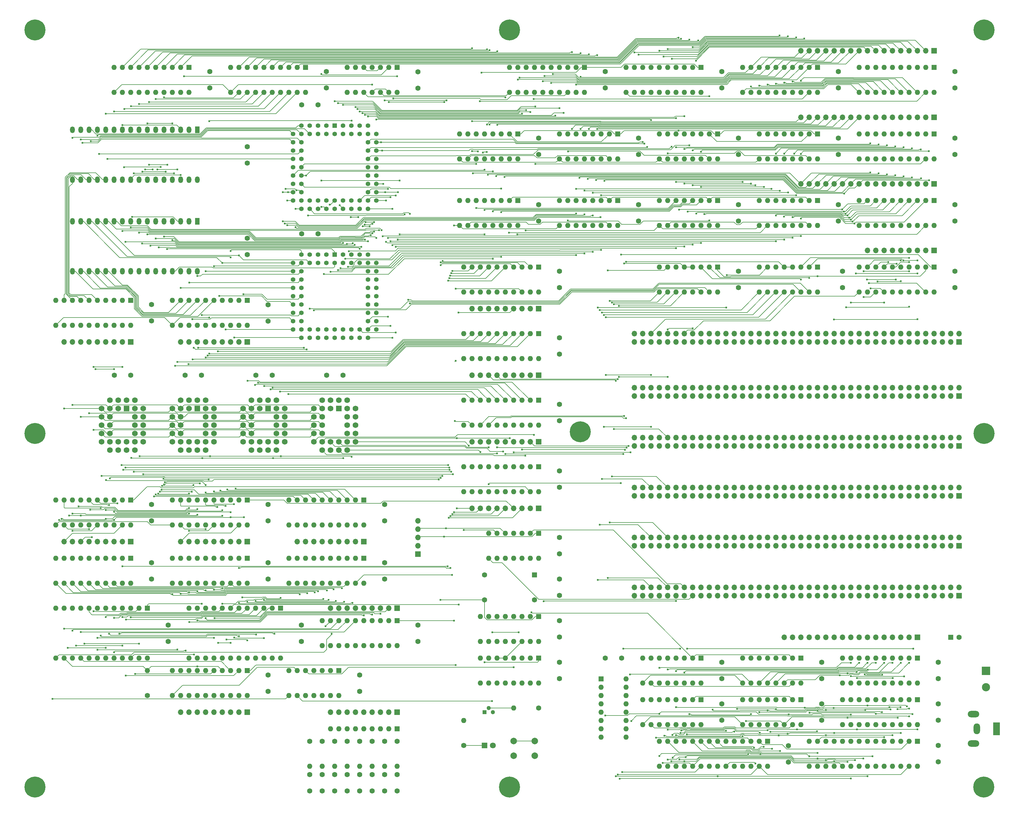
<source format=gbr>
G04 #@! TF.GenerationSoftware,KiCad,Pcbnew,(5.1.0-0)*
G04 #@! TF.CreationDate,2019-12-21T15:32:00-08:00*
G04 #@! TF.ProjectId,MainBoard,4d61696e-426f-4617-9264-2e6b69636164,rev?*
G04 #@! TF.SameCoordinates,Original*
G04 #@! TF.FileFunction,Copper,L1,Top*
G04 #@! TF.FilePolarity,Positive*
%FSLAX46Y46*%
G04 Gerber Fmt 4.6, Leading zero omitted, Abs format (unit mm)*
G04 Created by KiCad (PCBNEW (5.1.0-0)) date 2019-12-21 15:32:00*
%MOMM*%
%LPD*%
G04 APERTURE LIST*
%ADD10C,1.600000*%
%ADD11R,1.600000X1.600000*%
%ADD12R,1.750000X1.750000*%
%ADD13C,1.750000*%
%ADD14O,1.700000X1.700000*%
%ADD15R,1.700000X1.700000*%
%ADD16O,1.600000X1.600000*%
%ADD17R,1.300000X1.300000*%
%ADD18C,1.300000*%
%ADD19C,2.000000*%
%ADD20C,1.800000*%
%ADD21R,1.800000X1.800000*%
%ADD22C,6.400000*%
%ADD23O,1.440000X2.000000*%
%ADD24R,1.440000X2.000000*%
%ADD25R,2.000000X4.000000*%
%ADD26O,2.000000X3.300000*%
%ADD27O,3.500000X2.000000*%
%ADD28C,2.500000*%
%ADD29R,2.500000X2.500000*%
%ADD30C,1.422400*%
%ADD31R,1.422400X1.422400*%
%ADD32C,0.604799*%
%ADD33C,0.152400*%
G04 APERTURE END LIST*
D10*
X449580000Y-283210000D03*
D11*
X447080000Y-283210000D03*
D12*
X217170000Y-213360000D03*
D13*
X214630000Y-213360000D03*
X219710000Y-213360000D03*
X222250000Y-213360000D03*
X214630000Y-210820000D03*
X212090000Y-210820000D03*
X217170000Y-210820000D03*
X219710000Y-210820000D03*
X212090000Y-213360000D03*
X212090000Y-215900000D03*
X212090000Y-218440000D03*
X212090000Y-220980000D03*
X209550000Y-213360000D03*
X209550000Y-215900000D03*
X209550000Y-218440000D03*
X209550000Y-220980000D03*
X209550000Y-223520000D03*
X212090000Y-223520000D03*
X214630000Y-223520000D03*
X217170000Y-223520000D03*
X219710000Y-223520000D03*
X212090000Y-226060000D03*
X214630000Y-226060000D03*
X217170000Y-226060000D03*
X219710000Y-226060000D03*
X219710000Y-220980000D03*
X219710000Y-218440000D03*
X219710000Y-215900000D03*
X222250000Y-223520000D03*
X222250000Y-220980000D03*
X222250000Y-218440000D03*
X222250000Y-215900000D03*
X222250000Y-213360000D03*
D12*
X195580000Y-213360000D03*
D13*
X193040000Y-213360000D03*
X198120000Y-213360000D03*
X200660000Y-213360000D03*
X193040000Y-210820000D03*
X190500000Y-210820000D03*
X195580000Y-210820000D03*
X198120000Y-210820000D03*
X190500000Y-213360000D03*
X190500000Y-215900000D03*
X190500000Y-218440000D03*
X190500000Y-220980000D03*
X187960000Y-213360000D03*
X187960000Y-215900000D03*
X187960000Y-218440000D03*
X187960000Y-220980000D03*
X187960000Y-223520000D03*
X190500000Y-223520000D03*
X193040000Y-223520000D03*
X195580000Y-223520000D03*
X198120000Y-223520000D03*
X190500000Y-226060000D03*
X193040000Y-226060000D03*
X195580000Y-226060000D03*
X198120000Y-226060000D03*
X198120000Y-220980000D03*
X198120000Y-218440000D03*
X198120000Y-215900000D03*
X200660000Y-223520000D03*
X200660000Y-220980000D03*
X200660000Y-218440000D03*
X200660000Y-215900000D03*
X200660000Y-213360000D03*
D12*
X260350000Y-213360000D03*
D13*
X257810000Y-213360000D03*
X262890000Y-213360000D03*
X265430000Y-213360000D03*
X257810000Y-210820000D03*
X255270000Y-210820000D03*
X260350000Y-210820000D03*
X262890000Y-210820000D03*
X255270000Y-213360000D03*
X255270000Y-215900000D03*
X255270000Y-218440000D03*
X255270000Y-220980000D03*
X252730000Y-213360000D03*
X252730000Y-215900000D03*
X252730000Y-218440000D03*
X252730000Y-220980000D03*
X252730000Y-223520000D03*
X255270000Y-223520000D03*
X257810000Y-223520000D03*
X260350000Y-223520000D03*
X262890000Y-223520000D03*
X255270000Y-226060000D03*
X257810000Y-226060000D03*
X260350000Y-226060000D03*
X262890000Y-226060000D03*
X262890000Y-220980000D03*
X262890000Y-218440000D03*
X262890000Y-215900000D03*
X265430000Y-223520000D03*
X265430000Y-220980000D03*
X265430000Y-218440000D03*
X265430000Y-215900000D03*
X265430000Y-213360000D03*
D12*
X238760000Y-213360000D03*
D13*
X236220000Y-213360000D03*
X241300000Y-213360000D03*
X243840000Y-213360000D03*
X236220000Y-210820000D03*
X233680000Y-210820000D03*
X238760000Y-210820000D03*
X241300000Y-210820000D03*
X233680000Y-213360000D03*
X233680000Y-215900000D03*
X233680000Y-218440000D03*
X233680000Y-220980000D03*
X231140000Y-213360000D03*
X231140000Y-215900000D03*
X231140000Y-218440000D03*
X231140000Y-220980000D03*
X231140000Y-223520000D03*
X233680000Y-223520000D03*
X236220000Y-223520000D03*
X238760000Y-223520000D03*
X241300000Y-223520000D03*
X233680000Y-226060000D03*
X236220000Y-226060000D03*
X238760000Y-226060000D03*
X241300000Y-226060000D03*
X241300000Y-220980000D03*
X241300000Y-218440000D03*
X241300000Y-215900000D03*
X243840000Y-223520000D03*
X243840000Y-220980000D03*
X243840000Y-218440000D03*
X243840000Y-215900000D03*
X243840000Y-213360000D03*
D14*
X284480000Y-247650000D03*
X284480000Y-250190000D03*
X284480000Y-252730000D03*
X284480000Y-255270000D03*
D15*
X284480000Y-257810000D03*
D10*
X266700000Y-299720000D03*
X266700000Y-294720000D03*
D14*
X212090000Y-306070000D03*
X214630000Y-306070000D03*
X217170000Y-306070000D03*
X219710000Y-306070000D03*
X222250000Y-306070000D03*
X224790000Y-306070000D03*
X227330000Y-306070000D03*
X229870000Y-306070000D03*
D15*
X232410000Y-306070000D03*
D16*
X278130000Y-285750000D03*
X255270000Y-278130000D03*
X275590000Y-285750000D03*
X257810000Y-278130000D03*
X273050000Y-285750000D03*
X260350000Y-278130000D03*
X270510000Y-285750000D03*
X262890000Y-278130000D03*
X267970000Y-285750000D03*
X265430000Y-278130000D03*
X265430000Y-285750000D03*
X267970000Y-278130000D03*
X262890000Y-285750000D03*
X270510000Y-278130000D03*
X260350000Y-285750000D03*
X273050000Y-278130000D03*
X257810000Y-285750000D03*
X275590000Y-278130000D03*
X255270000Y-285750000D03*
D11*
X278130000Y-278130000D03*
D16*
X260350000Y-300990000D03*
X245110000Y-293370000D03*
X257810000Y-300990000D03*
X247650000Y-293370000D03*
X255270000Y-300990000D03*
X250190000Y-293370000D03*
X252730000Y-300990000D03*
X252730000Y-293370000D03*
X250190000Y-300990000D03*
X255270000Y-293370000D03*
X247650000Y-300990000D03*
X257810000Y-293370000D03*
X245110000Y-300990000D03*
D11*
X260350000Y-293370000D03*
D10*
X327660000Y-278130000D03*
X327660000Y-283130000D03*
D16*
X278130000Y-322580000D03*
D10*
X278130000Y-314960000D03*
D16*
X274320000Y-322580000D03*
D10*
X274320000Y-314960000D03*
D16*
X270510000Y-322580000D03*
D10*
X270510000Y-314960000D03*
D16*
X266700000Y-322580000D03*
D10*
X266700000Y-314960000D03*
D16*
X262890000Y-322580000D03*
D10*
X262890000Y-314960000D03*
D16*
X259080000Y-322580000D03*
D10*
X259080000Y-314960000D03*
D16*
X255270000Y-322580000D03*
D10*
X255270000Y-314960000D03*
D16*
X251460000Y-322580000D03*
D10*
X251460000Y-314960000D03*
X278130000Y-330120000D03*
X278130000Y-325120000D03*
X274320000Y-330120000D03*
X274320000Y-325120000D03*
X270510000Y-330120000D03*
X270510000Y-325120000D03*
X266700000Y-330120000D03*
X266700000Y-325120000D03*
X262890000Y-330120000D03*
X262890000Y-325120000D03*
X259080000Y-330120000D03*
X259080000Y-325120000D03*
X255270000Y-330120000D03*
X255270000Y-325120000D03*
X251460000Y-330120000D03*
X251460000Y-325120000D03*
D16*
X321310000Y-297180000D03*
X303530000Y-289560000D03*
X318770000Y-297180000D03*
X306070000Y-289560000D03*
X316230000Y-297180000D03*
X308610000Y-289560000D03*
X313690000Y-297180000D03*
X311150000Y-289560000D03*
X311150000Y-297180000D03*
X313690000Y-289560000D03*
X308610000Y-297180000D03*
X316230000Y-289560000D03*
X306070000Y-297180000D03*
X318770000Y-289560000D03*
X303530000Y-297180000D03*
D11*
X321310000Y-289560000D03*
D17*
X304800000Y-306070000D03*
D18*
X307340000Y-306070000D03*
X306070000Y-304800000D03*
D16*
X321310000Y-259080000D03*
X306070000Y-251460000D03*
X318770000Y-259080000D03*
X308610000Y-251460000D03*
X316230000Y-259080000D03*
X311150000Y-251460000D03*
X313690000Y-259080000D03*
X313690000Y-251460000D03*
X311150000Y-259080000D03*
X316230000Y-251460000D03*
X308610000Y-259080000D03*
X318770000Y-251460000D03*
X306070000Y-259080000D03*
D11*
X321310000Y-251460000D03*
D19*
X313690000Y-319350000D03*
X313690000Y-314850000D03*
X320190000Y-319350000D03*
X320190000Y-314850000D03*
D16*
X298450000Y-308610000D03*
D10*
X298450000Y-316230000D03*
D16*
X313690000Y-304800000D03*
D10*
X321310000Y-304800000D03*
D20*
X307340000Y-316230000D03*
D21*
X304800000Y-316230000D03*
D10*
X327660000Y-290830000D03*
X327660000Y-295830000D03*
X327660000Y-252730000D03*
X327660000Y-257730000D03*
X327660000Y-265430000D03*
X327660000Y-270430000D03*
D16*
X232410000Y-300990000D03*
X209550000Y-293370000D03*
X229870000Y-300990000D03*
X212090000Y-293370000D03*
X227330000Y-300990000D03*
X214630000Y-293370000D03*
X224790000Y-300990000D03*
X217170000Y-293370000D03*
X222250000Y-300990000D03*
X219710000Y-293370000D03*
X219710000Y-300990000D03*
X222250000Y-293370000D03*
X217170000Y-300990000D03*
X224790000Y-293370000D03*
X214630000Y-300990000D03*
X227330000Y-293370000D03*
X212090000Y-300990000D03*
X229870000Y-293370000D03*
X209550000Y-300990000D03*
D11*
X232410000Y-293370000D03*
D16*
X201930000Y-289560000D03*
X173990000Y-274320000D03*
X199390000Y-289560000D03*
X176530000Y-274320000D03*
X196850000Y-289560000D03*
X179070000Y-274320000D03*
X194310000Y-289560000D03*
X181610000Y-274320000D03*
X191770000Y-289560000D03*
X184150000Y-274320000D03*
X189230000Y-289560000D03*
X186690000Y-274320000D03*
X186690000Y-289560000D03*
X189230000Y-274320000D03*
X184150000Y-289560000D03*
X191770000Y-274320000D03*
X181610000Y-289560000D03*
X194310000Y-274320000D03*
X179070000Y-289560000D03*
X196850000Y-274320000D03*
X176530000Y-289560000D03*
X199390000Y-274320000D03*
X173990000Y-289560000D03*
D11*
X201930000Y-274320000D03*
D16*
X242570000Y-289560000D03*
X214630000Y-274320000D03*
X240030000Y-289560000D03*
X217170000Y-274320000D03*
X237490000Y-289560000D03*
X219710000Y-274320000D03*
X234950000Y-289560000D03*
X222250000Y-274320000D03*
X232410000Y-289560000D03*
X224790000Y-274320000D03*
X229870000Y-289560000D03*
X227330000Y-274320000D03*
X227330000Y-289560000D03*
X229870000Y-274320000D03*
X224790000Y-289560000D03*
X232410000Y-274320000D03*
X222250000Y-289560000D03*
X234950000Y-274320000D03*
X219710000Y-289560000D03*
X237490000Y-274320000D03*
X217170000Y-289560000D03*
X240030000Y-274320000D03*
X214630000Y-289560000D03*
D11*
X242570000Y-274320000D03*
D16*
X201930000Y-293370000D03*
D10*
X201930000Y-300990000D03*
D14*
X257810000Y-274320000D03*
X260350000Y-274320000D03*
X262890000Y-274320000D03*
X265430000Y-274320000D03*
X267970000Y-274320000D03*
X270510000Y-274320000D03*
X273050000Y-274320000D03*
X275590000Y-274320000D03*
D15*
X278130000Y-274320000D03*
D10*
X238760000Y-299720000D03*
X238760000Y-294720000D03*
X248920000Y-279480000D03*
X248920000Y-284480000D03*
X284480000Y-279480000D03*
X284480000Y-284480000D03*
X208280000Y-279480000D03*
X208280000Y-284480000D03*
D16*
X321310000Y-284480000D03*
X303530000Y-276860000D03*
X318770000Y-284480000D03*
X306070000Y-276860000D03*
X316230000Y-284480000D03*
X308610000Y-276860000D03*
X313690000Y-284480000D03*
X311150000Y-276860000D03*
X311150000Y-284480000D03*
X313690000Y-276860000D03*
X308610000Y-284480000D03*
X316230000Y-276860000D03*
X306070000Y-284480000D03*
X318770000Y-276860000D03*
X303530000Y-284480000D03*
D11*
X321310000Y-276860000D03*
D10*
X304800000Y-264160000D03*
X304800000Y-271780000D03*
X320040000Y-271780000D03*
D11*
X320040000Y-264160000D03*
D16*
X370840000Y-309880000D03*
X353060000Y-302260000D03*
X368300000Y-309880000D03*
X355600000Y-302260000D03*
X365760000Y-309880000D03*
X358140000Y-302260000D03*
X363220000Y-309880000D03*
X360680000Y-302260000D03*
X360680000Y-309880000D03*
X363220000Y-302260000D03*
X358140000Y-309880000D03*
X365760000Y-302260000D03*
X355600000Y-309880000D03*
X368300000Y-302260000D03*
X353060000Y-309880000D03*
D11*
X370840000Y-302260000D03*
D16*
X401320000Y-309880000D03*
X383540000Y-302260000D03*
X398780000Y-309880000D03*
X386080000Y-302260000D03*
X396240000Y-309880000D03*
X388620000Y-302260000D03*
X393700000Y-309880000D03*
X391160000Y-302260000D03*
X391160000Y-309880000D03*
X393700000Y-302260000D03*
X388620000Y-309880000D03*
X396240000Y-302260000D03*
X386080000Y-309880000D03*
X398780000Y-302260000D03*
X383540000Y-309880000D03*
D11*
X401320000Y-302260000D03*
D16*
X436880000Y-297180000D03*
X414020000Y-289560000D03*
X434340000Y-297180000D03*
X416560000Y-289560000D03*
X431800000Y-297180000D03*
X419100000Y-289560000D03*
X429260000Y-297180000D03*
X421640000Y-289560000D03*
X426720000Y-297180000D03*
X424180000Y-289560000D03*
X424180000Y-297180000D03*
X426720000Y-289560000D03*
X421640000Y-297180000D03*
X429260000Y-289560000D03*
X419100000Y-297180000D03*
X431800000Y-289560000D03*
X416560000Y-297180000D03*
X434340000Y-289560000D03*
X414020000Y-297180000D03*
D11*
X436880000Y-289560000D03*
D16*
X370840000Y-297180000D03*
X353060000Y-289560000D03*
X368300000Y-297180000D03*
X355600000Y-289560000D03*
X365760000Y-297180000D03*
X358140000Y-289560000D03*
X363220000Y-297180000D03*
X360680000Y-289560000D03*
X360680000Y-297180000D03*
X363220000Y-289560000D03*
X358140000Y-297180000D03*
X365760000Y-289560000D03*
X355600000Y-297180000D03*
X368300000Y-289560000D03*
X353060000Y-297180000D03*
D11*
X370840000Y-289560000D03*
D16*
X436880000Y-309880000D03*
X414020000Y-302260000D03*
X434340000Y-309880000D03*
X416560000Y-302260000D03*
X431800000Y-309880000D03*
X419100000Y-302260000D03*
X429260000Y-309880000D03*
X421640000Y-302260000D03*
X426720000Y-309880000D03*
X424180000Y-302260000D03*
X424180000Y-309880000D03*
X426720000Y-302260000D03*
X421640000Y-309880000D03*
X429260000Y-302260000D03*
X419100000Y-309880000D03*
X431800000Y-302260000D03*
X416560000Y-309880000D03*
X434340000Y-302260000D03*
X414020000Y-309880000D03*
D11*
X436880000Y-302260000D03*
D16*
X401320000Y-297180000D03*
X383540000Y-289560000D03*
X398780000Y-297180000D03*
X386080000Y-289560000D03*
X396240000Y-297180000D03*
X388620000Y-289560000D03*
X393700000Y-297180000D03*
X391160000Y-289560000D03*
X391160000Y-297180000D03*
X393700000Y-289560000D03*
X388620000Y-297180000D03*
X396240000Y-289560000D03*
X386080000Y-297180000D03*
X398780000Y-289560000D03*
X383540000Y-297180000D03*
D11*
X401320000Y-289560000D03*
D16*
X391160000Y-322580000D03*
X358140000Y-314960000D03*
X388620000Y-322580000D03*
X360680000Y-314960000D03*
X386080000Y-322580000D03*
X363220000Y-314960000D03*
X383540000Y-322580000D03*
X365760000Y-314960000D03*
X381000000Y-322580000D03*
X368300000Y-314960000D03*
X378460000Y-322580000D03*
X370840000Y-314960000D03*
X375920000Y-322580000D03*
X373380000Y-314960000D03*
X373380000Y-322580000D03*
X375920000Y-314960000D03*
X370840000Y-322580000D03*
X378460000Y-314960000D03*
X368300000Y-322580000D03*
X381000000Y-314960000D03*
X365760000Y-322580000D03*
X383540000Y-314960000D03*
X363220000Y-322580000D03*
X386080000Y-314960000D03*
X360680000Y-322580000D03*
X388620000Y-314960000D03*
X358140000Y-322580000D03*
D11*
X391160000Y-314960000D03*
D16*
X436880000Y-322580000D03*
X403860000Y-314960000D03*
X434340000Y-322580000D03*
X406400000Y-314960000D03*
X431800000Y-322580000D03*
X408940000Y-314960000D03*
X429260000Y-322580000D03*
X411480000Y-314960000D03*
X426720000Y-322580000D03*
X414020000Y-314960000D03*
X424180000Y-322580000D03*
X416560000Y-314960000D03*
X421640000Y-322580000D03*
X419100000Y-314960000D03*
X419100000Y-322580000D03*
X421640000Y-314960000D03*
X416560000Y-322580000D03*
X424180000Y-314960000D03*
X414020000Y-322580000D03*
X426720000Y-314960000D03*
X411480000Y-322580000D03*
X429260000Y-314960000D03*
X408940000Y-322580000D03*
X431800000Y-314960000D03*
X406400000Y-322580000D03*
X434340000Y-314960000D03*
X403860000Y-322580000D03*
D11*
X436880000Y-314960000D03*
D16*
X347980000Y-295910000D03*
X340360000Y-313690000D03*
X347980000Y-298450000D03*
X340360000Y-311150000D03*
X347980000Y-300990000D03*
X340360000Y-308610000D03*
X347980000Y-303530000D03*
X340360000Y-306070000D03*
X347980000Y-306070000D03*
X340360000Y-303530000D03*
X347980000Y-308610000D03*
X340360000Y-300990000D03*
X347980000Y-311150000D03*
X340360000Y-298450000D03*
X347980000Y-313690000D03*
D11*
X340360000Y-295910000D03*
D14*
X396240000Y-283210000D03*
X398780000Y-283210000D03*
X401320000Y-283210000D03*
X403860000Y-283210000D03*
X406400000Y-283210000D03*
X408940000Y-283210000D03*
X411480000Y-283210000D03*
X414020000Y-283210000D03*
X416560000Y-283210000D03*
X419100000Y-283210000D03*
X421640000Y-283210000D03*
X424180000Y-283210000D03*
X426720000Y-283210000D03*
X429260000Y-283210000D03*
X431800000Y-283210000D03*
X434340000Y-283210000D03*
D15*
X436880000Y-283210000D03*
D10*
X377190000Y-290830000D03*
X377190000Y-295830000D03*
X407670000Y-290830000D03*
X407670000Y-295830000D03*
X407670000Y-303530000D03*
X407670000Y-308530000D03*
X443230000Y-303530000D03*
X443230000Y-308530000D03*
X377190000Y-303530000D03*
X377190000Y-308530000D03*
X443230000Y-290830000D03*
X443230000Y-295830000D03*
X443230000Y-321230000D03*
X443230000Y-316230000D03*
X341630000Y-289560000D03*
X346630000Y-289560000D03*
X397510000Y-316310000D03*
X397510000Y-321310000D03*
D14*
X350520000Y-267970000D03*
X350520000Y-270510000D03*
X353060000Y-267970000D03*
X353060000Y-270510000D03*
X355600000Y-267970000D03*
X355600000Y-270510000D03*
X358140000Y-267970000D03*
X358140000Y-270510000D03*
X360680000Y-267970000D03*
X360680000Y-270510000D03*
X363220000Y-267970000D03*
X363220000Y-270510000D03*
X365760000Y-267970000D03*
X365760000Y-270510000D03*
X368300000Y-267970000D03*
X368300000Y-270510000D03*
X370840000Y-267970000D03*
X370840000Y-270510000D03*
X373380000Y-267970000D03*
X373380000Y-270510000D03*
X375920000Y-267970000D03*
X375920000Y-270510000D03*
X378460000Y-267970000D03*
X378460000Y-270510000D03*
X381000000Y-267970000D03*
X381000000Y-270510000D03*
X383540000Y-267970000D03*
X383540000Y-270510000D03*
X386080000Y-267970000D03*
X386080000Y-270510000D03*
X388620000Y-267970000D03*
X388620000Y-270510000D03*
X391160000Y-267970000D03*
X391160000Y-270510000D03*
X393700000Y-267970000D03*
X393700000Y-270510000D03*
X396240000Y-267970000D03*
X396240000Y-270510000D03*
X398780000Y-267970000D03*
X398780000Y-270510000D03*
X401320000Y-267970000D03*
X401320000Y-270510000D03*
X403860000Y-267970000D03*
X403860000Y-270510000D03*
X406400000Y-267970000D03*
X406400000Y-270510000D03*
X408940000Y-267970000D03*
X408940000Y-270510000D03*
X411480000Y-267970000D03*
X411480000Y-270510000D03*
X414020000Y-267970000D03*
X414020000Y-270510000D03*
X416560000Y-267970000D03*
X416560000Y-270510000D03*
X419100000Y-267970000D03*
X419100000Y-270510000D03*
X421640000Y-267970000D03*
X421640000Y-270510000D03*
X424180000Y-267970000D03*
X424180000Y-270510000D03*
X426720000Y-267970000D03*
X426720000Y-270510000D03*
X429260000Y-267970000D03*
X429260000Y-270510000D03*
X431800000Y-267970000D03*
X431800000Y-270510000D03*
X434340000Y-267970000D03*
X434340000Y-270510000D03*
X436880000Y-267970000D03*
X436880000Y-270510000D03*
X439420000Y-267970000D03*
X439420000Y-270510000D03*
X441960000Y-267970000D03*
X441960000Y-270510000D03*
X444500000Y-267970000D03*
X444500000Y-270510000D03*
X447040000Y-267970000D03*
X447040000Y-270510000D03*
X449580000Y-267970000D03*
D15*
X449580000Y-270510000D03*
D14*
X350520000Y-222250000D03*
X350520000Y-224790000D03*
X353060000Y-222250000D03*
X353060000Y-224790000D03*
X355600000Y-222250000D03*
X355600000Y-224790000D03*
X358140000Y-222250000D03*
X358140000Y-224790000D03*
X360680000Y-222250000D03*
X360680000Y-224790000D03*
X363220000Y-222250000D03*
X363220000Y-224790000D03*
X365760000Y-222250000D03*
X365760000Y-224790000D03*
X368300000Y-222250000D03*
X368300000Y-224790000D03*
X370840000Y-222250000D03*
X370840000Y-224790000D03*
X373380000Y-222250000D03*
X373380000Y-224790000D03*
X375920000Y-222250000D03*
X375920000Y-224790000D03*
X378460000Y-222250000D03*
X378460000Y-224790000D03*
X381000000Y-222250000D03*
X381000000Y-224790000D03*
X383540000Y-222250000D03*
X383540000Y-224790000D03*
X386080000Y-222250000D03*
X386080000Y-224790000D03*
X388620000Y-222250000D03*
X388620000Y-224790000D03*
X391160000Y-222250000D03*
X391160000Y-224790000D03*
X393700000Y-222250000D03*
X393700000Y-224790000D03*
X396240000Y-222250000D03*
X396240000Y-224790000D03*
X398780000Y-222250000D03*
X398780000Y-224790000D03*
X401320000Y-222250000D03*
X401320000Y-224790000D03*
X403860000Y-222250000D03*
X403860000Y-224790000D03*
X406400000Y-222250000D03*
X406400000Y-224790000D03*
X408940000Y-222250000D03*
X408940000Y-224790000D03*
X411480000Y-222250000D03*
X411480000Y-224790000D03*
X414020000Y-222250000D03*
X414020000Y-224790000D03*
X416560000Y-222250000D03*
X416560000Y-224790000D03*
X419100000Y-222250000D03*
X419100000Y-224790000D03*
X421640000Y-222250000D03*
X421640000Y-224790000D03*
X424180000Y-222250000D03*
X424180000Y-224790000D03*
X426720000Y-222250000D03*
X426720000Y-224790000D03*
X429260000Y-222250000D03*
X429260000Y-224790000D03*
X431800000Y-222250000D03*
X431800000Y-224790000D03*
X434340000Y-222250000D03*
X434340000Y-224790000D03*
X436880000Y-222250000D03*
X436880000Y-224790000D03*
X439420000Y-222250000D03*
X439420000Y-224790000D03*
X441960000Y-222250000D03*
X441960000Y-224790000D03*
X444500000Y-222250000D03*
X444500000Y-224790000D03*
X447040000Y-222250000D03*
X447040000Y-224790000D03*
X449580000Y-222250000D03*
D15*
X449580000Y-224790000D03*
D14*
X350520000Y-252730000D03*
X350520000Y-255270000D03*
X353060000Y-252730000D03*
X353060000Y-255270000D03*
X355600000Y-252730000D03*
X355600000Y-255270000D03*
X358140000Y-252730000D03*
X358140000Y-255270000D03*
X360680000Y-252730000D03*
X360680000Y-255270000D03*
X363220000Y-252730000D03*
X363220000Y-255270000D03*
X365760000Y-252730000D03*
X365760000Y-255270000D03*
X368300000Y-252730000D03*
X368300000Y-255270000D03*
X370840000Y-252730000D03*
X370840000Y-255270000D03*
X373380000Y-252730000D03*
X373380000Y-255270000D03*
X375920000Y-252730000D03*
X375920000Y-255270000D03*
X378460000Y-252730000D03*
X378460000Y-255270000D03*
X381000000Y-252730000D03*
X381000000Y-255270000D03*
X383540000Y-252730000D03*
X383540000Y-255270000D03*
X386080000Y-252730000D03*
X386080000Y-255270000D03*
X388620000Y-252730000D03*
X388620000Y-255270000D03*
X391160000Y-252730000D03*
X391160000Y-255270000D03*
X393700000Y-252730000D03*
X393700000Y-255270000D03*
X396240000Y-252730000D03*
X396240000Y-255270000D03*
X398780000Y-252730000D03*
X398780000Y-255270000D03*
X401320000Y-252730000D03*
X401320000Y-255270000D03*
X403860000Y-252730000D03*
X403860000Y-255270000D03*
X406400000Y-252730000D03*
X406400000Y-255270000D03*
X408940000Y-252730000D03*
X408940000Y-255270000D03*
X411480000Y-252730000D03*
X411480000Y-255270000D03*
X414020000Y-252730000D03*
X414020000Y-255270000D03*
X416560000Y-252730000D03*
X416560000Y-255270000D03*
X419100000Y-252730000D03*
X419100000Y-255270000D03*
X421640000Y-252730000D03*
X421640000Y-255270000D03*
X424180000Y-252730000D03*
X424180000Y-255270000D03*
X426720000Y-252730000D03*
X426720000Y-255270000D03*
X429260000Y-252730000D03*
X429260000Y-255270000D03*
X431800000Y-252730000D03*
X431800000Y-255270000D03*
X434340000Y-252730000D03*
X434340000Y-255270000D03*
X436880000Y-252730000D03*
X436880000Y-255270000D03*
X439420000Y-252730000D03*
X439420000Y-255270000D03*
X441960000Y-252730000D03*
X441960000Y-255270000D03*
X444500000Y-252730000D03*
X444500000Y-255270000D03*
X447040000Y-252730000D03*
X447040000Y-255270000D03*
X449580000Y-252730000D03*
D15*
X449580000Y-255270000D03*
D14*
X350520000Y-207010000D03*
X350520000Y-209550000D03*
X353060000Y-207010000D03*
X353060000Y-209550000D03*
X355600000Y-207010000D03*
X355600000Y-209550000D03*
X358140000Y-207010000D03*
X358140000Y-209550000D03*
X360680000Y-207010000D03*
X360680000Y-209550000D03*
X363220000Y-207010000D03*
X363220000Y-209550000D03*
X365760000Y-207010000D03*
X365760000Y-209550000D03*
X368300000Y-207010000D03*
X368300000Y-209550000D03*
X370840000Y-207010000D03*
X370840000Y-209550000D03*
X373380000Y-207010000D03*
X373380000Y-209550000D03*
X375920000Y-207010000D03*
X375920000Y-209550000D03*
X378460000Y-207010000D03*
X378460000Y-209550000D03*
X381000000Y-207010000D03*
X381000000Y-209550000D03*
X383540000Y-207010000D03*
X383540000Y-209550000D03*
X386080000Y-207010000D03*
X386080000Y-209550000D03*
X388620000Y-207010000D03*
X388620000Y-209550000D03*
X391160000Y-207010000D03*
X391160000Y-209550000D03*
X393700000Y-207010000D03*
X393700000Y-209550000D03*
X396240000Y-207010000D03*
X396240000Y-209550000D03*
X398780000Y-207010000D03*
X398780000Y-209550000D03*
X401320000Y-207010000D03*
X401320000Y-209550000D03*
X403860000Y-207010000D03*
X403860000Y-209550000D03*
X406400000Y-207010000D03*
X406400000Y-209550000D03*
X408940000Y-207010000D03*
X408940000Y-209550000D03*
X411480000Y-207010000D03*
X411480000Y-209550000D03*
X414020000Y-207010000D03*
X414020000Y-209550000D03*
X416560000Y-207010000D03*
X416560000Y-209550000D03*
X419100000Y-207010000D03*
X419100000Y-209550000D03*
X421640000Y-207010000D03*
X421640000Y-209550000D03*
X424180000Y-207010000D03*
X424180000Y-209550000D03*
X426720000Y-207010000D03*
X426720000Y-209550000D03*
X429260000Y-207010000D03*
X429260000Y-209550000D03*
X431800000Y-207010000D03*
X431800000Y-209550000D03*
X434340000Y-207010000D03*
X434340000Y-209550000D03*
X436880000Y-207010000D03*
X436880000Y-209550000D03*
X439420000Y-207010000D03*
X439420000Y-209550000D03*
X441960000Y-207010000D03*
X441960000Y-209550000D03*
X444500000Y-207010000D03*
X444500000Y-209550000D03*
X447040000Y-207010000D03*
X447040000Y-209550000D03*
X449580000Y-207010000D03*
D15*
X449580000Y-209550000D03*
D14*
X350520000Y-237490000D03*
X350520000Y-240030000D03*
X353060000Y-237490000D03*
X353060000Y-240030000D03*
X355600000Y-237490000D03*
X355600000Y-240030000D03*
X358140000Y-237490000D03*
X358140000Y-240030000D03*
X360680000Y-237490000D03*
X360680000Y-240030000D03*
X363220000Y-237490000D03*
X363220000Y-240030000D03*
X365760000Y-237490000D03*
X365760000Y-240030000D03*
X368300000Y-237490000D03*
X368300000Y-240030000D03*
X370840000Y-237490000D03*
X370840000Y-240030000D03*
X373380000Y-237490000D03*
X373380000Y-240030000D03*
X375920000Y-237490000D03*
X375920000Y-240030000D03*
X378460000Y-237490000D03*
X378460000Y-240030000D03*
X381000000Y-237490000D03*
X381000000Y-240030000D03*
X383540000Y-237490000D03*
X383540000Y-240030000D03*
X386080000Y-237490000D03*
X386080000Y-240030000D03*
X388620000Y-237490000D03*
X388620000Y-240030000D03*
X391160000Y-237490000D03*
X391160000Y-240030000D03*
X393700000Y-237490000D03*
X393700000Y-240030000D03*
X396240000Y-237490000D03*
X396240000Y-240030000D03*
X398780000Y-237490000D03*
X398780000Y-240030000D03*
X401320000Y-237490000D03*
X401320000Y-240030000D03*
X403860000Y-237490000D03*
X403860000Y-240030000D03*
X406400000Y-237490000D03*
X406400000Y-240030000D03*
X408940000Y-237490000D03*
X408940000Y-240030000D03*
X411480000Y-237490000D03*
X411480000Y-240030000D03*
X414020000Y-237490000D03*
X414020000Y-240030000D03*
X416560000Y-237490000D03*
X416560000Y-240030000D03*
X419100000Y-237490000D03*
X419100000Y-240030000D03*
X421640000Y-237490000D03*
X421640000Y-240030000D03*
X424180000Y-237490000D03*
X424180000Y-240030000D03*
X426720000Y-237490000D03*
X426720000Y-240030000D03*
X429260000Y-237490000D03*
X429260000Y-240030000D03*
X431800000Y-237490000D03*
X431800000Y-240030000D03*
X434340000Y-237490000D03*
X434340000Y-240030000D03*
X436880000Y-237490000D03*
X436880000Y-240030000D03*
X439420000Y-237490000D03*
X439420000Y-240030000D03*
X441960000Y-237490000D03*
X441960000Y-240030000D03*
X444500000Y-237490000D03*
X444500000Y-240030000D03*
X447040000Y-237490000D03*
X447040000Y-240030000D03*
X449580000Y-237490000D03*
D15*
X449580000Y-240030000D03*
D14*
X350520000Y-190500000D03*
X350520000Y-193040000D03*
X353060000Y-190500000D03*
X353060000Y-193040000D03*
X355600000Y-190500000D03*
X355600000Y-193040000D03*
X358140000Y-190500000D03*
X358140000Y-193040000D03*
X360680000Y-190500000D03*
X360680000Y-193040000D03*
X363220000Y-190500000D03*
X363220000Y-193040000D03*
X365760000Y-190500000D03*
X365760000Y-193040000D03*
X368300000Y-190500000D03*
X368300000Y-193040000D03*
X370840000Y-190500000D03*
X370840000Y-193040000D03*
X373380000Y-190500000D03*
X373380000Y-193040000D03*
X375920000Y-190500000D03*
X375920000Y-193040000D03*
X378460000Y-190500000D03*
X378460000Y-193040000D03*
X381000000Y-190500000D03*
X381000000Y-193040000D03*
X383540000Y-190500000D03*
X383540000Y-193040000D03*
X386080000Y-190500000D03*
X386080000Y-193040000D03*
X388620000Y-190500000D03*
X388620000Y-193040000D03*
X391160000Y-190500000D03*
X391160000Y-193040000D03*
X393700000Y-190500000D03*
X393700000Y-193040000D03*
X396240000Y-190500000D03*
X396240000Y-193040000D03*
X398780000Y-190500000D03*
X398780000Y-193040000D03*
X401320000Y-190500000D03*
X401320000Y-193040000D03*
X403860000Y-190500000D03*
X403860000Y-193040000D03*
X406400000Y-190500000D03*
X406400000Y-193040000D03*
X408940000Y-190500000D03*
X408940000Y-193040000D03*
X411480000Y-190500000D03*
X411480000Y-193040000D03*
X414020000Y-190500000D03*
X414020000Y-193040000D03*
X416560000Y-190500000D03*
X416560000Y-193040000D03*
X419100000Y-190500000D03*
X419100000Y-193040000D03*
X421640000Y-190500000D03*
X421640000Y-193040000D03*
X424180000Y-190500000D03*
X424180000Y-193040000D03*
X426720000Y-190500000D03*
X426720000Y-193040000D03*
X429260000Y-190500000D03*
X429260000Y-193040000D03*
X431800000Y-190500000D03*
X431800000Y-193040000D03*
X434340000Y-190500000D03*
X434340000Y-193040000D03*
X436880000Y-190500000D03*
X436880000Y-193040000D03*
X439420000Y-190500000D03*
X439420000Y-193040000D03*
X441960000Y-190500000D03*
X441960000Y-193040000D03*
X444500000Y-190500000D03*
X444500000Y-193040000D03*
X447040000Y-190500000D03*
X447040000Y-193040000D03*
X449580000Y-190500000D03*
D15*
X449580000Y-193040000D03*
D22*
X312420000Y-328930000D03*
X334010000Y-220472000D03*
X312420000Y-97790000D03*
X457200000Y-220980000D03*
D16*
X196850000Y-266700000D03*
X173990000Y-259080000D03*
X194310000Y-266700000D03*
X176530000Y-259080000D03*
X191770000Y-266700000D03*
X179070000Y-259080000D03*
X189230000Y-266700000D03*
X181610000Y-259080000D03*
X186690000Y-266700000D03*
X184150000Y-259080000D03*
X184150000Y-266700000D03*
X186690000Y-259080000D03*
X181610000Y-266700000D03*
X189230000Y-259080000D03*
X179070000Y-266700000D03*
X191770000Y-259080000D03*
X176530000Y-266700000D03*
X194310000Y-259080000D03*
X173990000Y-266700000D03*
D11*
X196850000Y-259080000D03*
D16*
X196850000Y-248920000D03*
X173990000Y-241300000D03*
X194310000Y-248920000D03*
X176530000Y-241300000D03*
X191770000Y-248920000D03*
X179070000Y-241300000D03*
X189230000Y-248920000D03*
X181610000Y-241300000D03*
X186690000Y-248920000D03*
X184150000Y-241300000D03*
X184150000Y-248920000D03*
X186690000Y-241300000D03*
X181610000Y-248920000D03*
X189230000Y-241300000D03*
X179070000Y-248920000D03*
X191770000Y-241300000D03*
X176530000Y-248920000D03*
X194310000Y-241300000D03*
X173990000Y-248920000D03*
D11*
X196850000Y-241300000D03*
D16*
X345440000Y-157480000D03*
X327660000Y-149860000D03*
X342900000Y-157480000D03*
X330200000Y-149860000D03*
X340360000Y-157480000D03*
X332740000Y-149860000D03*
X337820000Y-157480000D03*
X335280000Y-149860000D03*
X335280000Y-157480000D03*
X337820000Y-149860000D03*
X332740000Y-157480000D03*
X340360000Y-149860000D03*
X330200000Y-157480000D03*
X342900000Y-149860000D03*
X327660000Y-157480000D03*
D11*
X345440000Y-149860000D03*
D15*
X321310000Y-243840000D03*
D14*
X318770000Y-243840000D03*
X316230000Y-243840000D03*
X313690000Y-243840000D03*
X311150000Y-243840000D03*
X308610000Y-243840000D03*
X306070000Y-243840000D03*
X303530000Y-243840000D03*
X300990000Y-243840000D03*
X300990000Y-223520000D03*
X303530000Y-223520000D03*
X306070000Y-223520000D03*
X308610000Y-223520000D03*
X311150000Y-223520000D03*
X313690000Y-223520000D03*
X316230000Y-223520000D03*
X318770000Y-223520000D03*
D15*
X321310000Y-223520000D03*
D14*
X300990000Y-203200000D03*
X303530000Y-203200000D03*
X306070000Y-203200000D03*
X308610000Y-203200000D03*
X311150000Y-203200000D03*
X313690000Y-203200000D03*
X316230000Y-203200000D03*
X318770000Y-203200000D03*
D15*
X321310000Y-203200000D03*
D14*
X300990000Y-182880000D03*
X303530000Y-182880000D03*
X306070000Y-182880000D03*
X308610000Y-182880000D03*
X311150000Y-182880000D03*
X313690000Y-182880000D03*
X316230000Y-182880000D03*
X318770000Y-182880000D03*
D15*
X321310000Y-182880000D03*
D11*
X321310000Y-231140000D03*
D16*
X298450000Y-238760000D03*
X318770000Y-231140000D03*
X300990000Y-238760000D03*
X316230000Y-231140000D03*
X303530000Y-238760000D03*
X313690000Y-231140000D03*
X306070000Y-238760000D03*
X311150000Y-231140000D03*
X308610000Y-238760000D03*
X308610000Y-231140000D03*
X311150000Y-238760000D03*
X306070000Y-231140000D03*
X313690000Y-238760000D03*
X303530000Y-231140000D03*
X316230000Y-238760000D03*
X300990000Y-231140000D03*
X318770000Y-238760000D03*
X298450000Y-231140000D03*
X321310000Y-238760000D03*
X321310000Y-218440000D03*
X298450000Y-210820000D03*
X318770000Y-218440000D03*
X300990000Y-210820000D03*
X316230000Y-218440000D03*
X303530000Y-210820000D03*
X313690000Y-218440000D03*
X306070000Y-210820000D03*
X311150000Y-218440000D03*
X308610000Y-210820000D03*
X308610000Y-218440000D03*
X311150000Y-210820000D03*
X306070000Y-218440000D03*
X313690000Y-210820000D03*
X303530000Y-218440000D03*
X316230000Y-210820000D03*
X300990000Y-218440000D03*
X318770000Y-210820000D03*
X298450000Y-218440000D03*
D11*
X321310000Y-210820000D03*
D16*
X321310000Y-198120000D03*
X298450000Y-190500000D03*
X318770000Y-198120000D03*
X300990000Y-190500000D03*
X316230000Y-198120000D03*
X303530000Y-190500000D03*
X313690000Y-198120000D03*
X306070000Y-190500000D03*
X311150000Y-198120000D03*
X308610000Y-190500000D03*
X308610000Y-198120000D03*
X311150000Y-190500000D03*
X306070000Y-198120000D03*
X313690000Y-190500000D03*
X303530000Y-198120000D03*
X316230000Y-190500000D03*
X300990000Y-198120000D03*
X318770000Y-190500000D03*
X298450000Y-198120000D03*
D11*
X321310000Y-190500000D03*
D16*
X321310000Y-177800000D03*
X298450000Y-170180000D03*
X318770000Y-177800000D03*
X300990000Y-170180000D03*
X316230000Y-177800000D03*
X303530000Y-170180000D03*
X313690000Y-177800000D03*
X306070000Y-170180000D03*
X311150000Y-177800000D03*
X308610000Y-170180000D03*
X308610000Y-177800000D03*
X311150000Y-170180000D03*
X306070000Y-177800000D03*
X313690000Y-170180000D03*
X303530000Y-177800000D03*
X316230000Y-170180000D03*
X300990000Y-177800000D03*
X318770000Y-170180000D03*
X298450000Y-177800000D03*
D11*
X321310000Y-170180000D03*
D10*
X213440000Y-203200000D03*
X218440000Y-203200000D03*
X327660000Y-237410000D03*
X327660000Y-232410000D03*
X256620000Y-203200000D03*
X261620000Y-203200000D03*
X235030000Y-203200000D03*
X240030000Y-203200000D03*
X327660000Y-212090000D03*
X327660000Y-217090000D03*
X327660000Y-191770000D03*
X327660000Y-196770000D03*
X191850000Y-203200000D03*
X196850000Y-203200000D03*
X327660000Y-176450000D03*
X327660000Y-171450000D03*
D16*
X441960000Y-157480000D03*
X419100000Y-149860000D03*
X439420000Y-157480000D03*
X421640000Y-149860000D03*
X436880000Y-157480000D03*
X424180000Y-149860000D03*
X434340000Y-157480000D03*
X426720000Y-149860000D03*
X431800000Y-157480000D03*
X429260000Y-149860000D03*
X429260000Y-157480000D03*
X431800000Y-149860000D03*
X426720000Y-157480000D03*
X434340000Y-149860000D03*
X424180000Y-157480000D03*
X436880000Y-149860000D03*
X421640000Y-157480000D03*
X439420000Y-149860000D03*
X419100000Y-157480000D03*
D11*
X441960000Y-149860000D03*
D23*
X179070000Y-143510000D03*
X179070000Y-128270000D03*
X181610000Y-143510000D03*
X181610000Y-128270000D03*
X184150000Y-143510000D03*
X184150000Y-128270000D03*
X186690000Y-143510000D03*
X186690000Y-128270000D03*
X189230000Y-143510000D03*
X189230000Y-128270000D03*
X191770000Y-143510000D03*
X191770000Y-128270000D03*
X194310000Y-143510000D03*
X194310000Y-128270000D03*
X196850000Y-143510000D03*
X196850000Y-128270000D03*
X199390000Y-143510000D03*
X199390000Y-128270000D03*
X201930000Y-143510000D03*
X201930000Y-128270000D03*
X204470000Y-143510000D03*
X204470000Y-128270000D03*
X207010000Y-143510000D03*
X207010000Y-128270000D03*
X209550000Y-143510000D03*
X209550000Y-128270000D03*
X212090000Y-143510000D03*
X212090000Y-128270000D03*
X214630000Y-143510000D03*
X214630000Y-128270000D03*
X217170000Y-143510000D03*
D24*
X217170000Y-128270000D03*
D23*
X179070000Y-171450000D03*
X179070000Y-156210000D03*
X181610000Y-171450000D03*
X181610000Y-156210000D03*
X184150000Y-171450000D03*
X184150000Y-156210000D03*
X186690000Y-171450000D03*
X186690000Y-156210000D03*
X189230000Y-171450000D03*
X189230000Y-156210000D03*
X191770000Y-171450000D03*
X191770000Y-156210000D03*
X194310000Y-171450000D03*
X194310000Y-156210000D03*
X196850000Y-171450000D03*
X196850000Y-156210000D03*
X199390000Y-171450000D03*
X199390000Y-156210000D03*
X201930000Y-171450000D03*
X201930000Y-156210000D03*
X204470000Y-171450000D03*
X204470000Y-156210000D03*
X207010000Y-171450000D03*
X207010000Y-156210000D03*
X209550000Y-171450000D03*
X209550000Y-156210000D03*
X212090000Y-171450000D03*
X212090000Y-156210000D03*
X214630000Y-171450000D03*
X214630000Y-156210000D03*
X217170000Y-171450000D03*
D24*
X217170000Y-156210000D03*
D25*
X461010000Y-311150000D03*
D26*
X455010000Y-311150000D03*
D27*
X454010000Y-306650000D03*
X454010000Y-315650000D03*
D28*
X457815000Y-298450000D03*
D29*
X457815000Y-293450000D03*
D22*
X457180000Y-328930000D03*
D10*
X254000000Y-160020000D03*
X249000000Y-160020000D03*
D11*
X278130000Y-109220000D03*
D16*
X262890000Y-116840000D03*
X275590000Y-109220000D03*
X265430000Y-116840000D03*
X273050000Y-109220000D03*
X267970000Y-116840000D03*
X270510000Y-109220000D03*
X270510000Y-116840000D03*
X267970000Y-109220000D03*
X273050000Y-116840000D03*
X265430000Y-109220000D03*
X275590000Y-116840000D03*
X262890000Y-109220000D03*
X278130000Y-116840000D03*
D30*
X259080000Y-168910000D03*
X256540000Y-168910000D03*
X254000000Y-168910000D03*
X251460000Y-168910000D03*
X261620000Y-168910000D03*
X264160000Y-168910000D03*
X266700000Y-168910000D03*
X269240000Y-168910000D03*
D31*
X259080000Y-166370000D03*
D30*
X256540000Y-166370000D03*
X254000000Y-166370000D03*
X251460000Y-166370000D03*
X248920000Y-166370000D03*
X261620000Y-166370000D03*
X264160000Y-166370000D03*
X266700000Y-166370000D03*
X248920000Y-168910000D03*
X248920000Y-171450000D03*
X248920000Y-173990000D03*
X248920000Y-176530000D03*
X248920000Y-179070000D03*
X248920000Y-181610000D03*
X248920000Y-184150000D03*
X248920000Y-186690000D03*
X246380000Y-168910000D03*
X246380000Y-171450000D03*
X246380000Y-173990000D03*
X246380000Y-176530000D03*
X246380000Y-179070000D03*
X246380000Y-181610000D03*
X246380000Y-184150000D03*
X246380000Y-186690000D03*
X246380000Y-189230000D03*
X248920000Y-189230000D03*
X251460000Y-189230000D03*
X254000000Y-189230000D03*
X256540000Y-189230000D03*
X259080000Y-189230000D03*
X261620000Y-189230000D03*
X264160000Y-189230000D03*
X266700000Y-189230000D03*
X271780000Y-189230000D03*
X248920000Y-191770000D03*
X251460000Y-191770000D03*
X254000000Y-191770000D03*
X256540000Y-191770000D03*
X259080000Y-191770000D03*
X261620000Y-191770000D03*
X264160000Y-191770000D03*
X266700000Y-191770000D03*
X269240000Y-191770000D03*
X269240000Y-189230000D03*
X269240000Y-186690000D03*
X269240000Y-184150000D03*
X269240000Y-181610000D03*
X269240000Y-179070000D03*
X269240000Y-176530000D03*
X269240000Y-173990000D03*
X269240000Y-171450000D03*
X269240000Y-166370000D03*
X271780000Y-186690000D03*
X271780000Y-184150000D03*
X271780000Y-181610000D03*
X271780000Y-179070000D03*
X271780000Y-176530000D03*
X271780000Y-173990000D03*
X271780000Y-171450000D03*
X271780000Y-168910000D03*
X259080000Y-129540000D03*
X256540000Y-129540000D03*
X254000000Y-129540000D03*
X251460000Y-129540000D03*
X261620000Y-129540000D03*
X264160000Y-129540000D03*
X266700000Y-129540000D03*
X269240000Y-129540000D03*
D31*
X259080000Y-127000000D03*
D30*
X256540000Y-127000000D03*
X254000000Y-127000000D03*
X251460000Y-127000000D03*
X248920000Y-127000000D03*
X261620000Y-127000000D03*
X264160000Y-127000000D03*
X266700000Y-127000000D03*
X248920000Y-129540000D03*
X248920000Y-132080000D03*
X248920000Y-134620000D03*
X248920000Y-137160000D03*
X248920000Y-139700000D03*
X248920000Y-142240000D03*
X248920000Y-144780000D03*
X248920000Y-147320000D03*
X246380000Y-129540000D03*
X246380000Y-132080000D03*
X246380000Y-134620000D03*
X246380000Y-137160000D03*
X246380000Y-139700000D03*
X246380000Y-142240000D03*
X246380000Y-144780000D03*
X246380000Y-147320000D03*
X246380000Y-149860000D03*
X248920000Y-149860000D03*
X251460000Y-149860000D03*
X254000000Y-149860000D03*
X256540000Y-149860000D03*
X259080000Y-149860000D03*
X261620000Y-149860000D03*
X264160000Y-149860000D03*
X266700000Y-149860000D03*
X271780000Y-149860000D03*
X248920000Y-152400000D03*
X251460000Y-152400000D03*
X254000000Y-152400000D03*
X256540000Y-152400000D03*
X259080000Y-152400000D03*
X261620000Y-152400000D03*
X264160000Y-152400000D03*
X266700000Y-152400000D03*
X269240000Y-152400000D03*
X269240000Y-149860000D03*
X269240000Y-147320000D03*
X269240000Y-144780000D03*
X269240000Y-142240000D03*
X269240000Y-139700000D03*
X269240000Y-137160000D03*
X269240000Y-134620000D03*
X269240000Y-132080000D03*
X269240000Y-127000000D03*
X271780000Y-147320000D03*
X271780000Y-144780000D03*
X271780000Y-142240000D03*
X271780000Y-139700000D03*
X271780000Y-137160000D03*
X271780000Y-134620000D03*
X271780000Y-132080000D03*
X271780000Y-129540000D03*
D10*
X232410000Y-133430000D03*
X232410000Y-138430000D03*
X232410000Y-161370000D03*
X232410000Y-166370000D03*
D11*
X441960000Y-109220000D03*
D16*
X419100000Y-116840000D03*
X439420000Y-109220000D03*
X421640000Y-116840000D03*
X436880000Y-109220000D03*
X424180000Y-116840000D03*
X434340000Y-109220000D03*
X426720000Y-116840000D03*
X431800000Y-109220000D03*
X429260000Y-116840000D03*
X429260000Y-109220000D03*
X431800000Y-116840000D03*
X426720000Y-109220000D03*
X434340000Y-116840000D03*
X424180000Y-109220000D03*
X436880000Y-116840000D03*
X421640000Y-109220000D03*
X439420000Y-116840000D03*
X419100000Y-109220000D03*
X441960000Y-116840000D03*
D11*
X406400000Y-109220000D03*
D16*
X383540000Y-116840000D03*
X403860000Y-109220000D03*
X386080000Y-116840000D03*
X401320000Y-109220000D03*
X388620000Y-116840000D03*
X398780000Y-109220000D03*
X391160000Y-116840000D03*
X396240000Y-109220000D03*
X393700000Y-116840000D03*
X393700000Y-109220000D03*
X396240000Y-116840000D03*
X391160000Y-109220000D03*
X398780000Y-116840000D03*
X388620000Y-109220000D03*
X401320000Y-116840000D03*
X386080000Y-109220000D03*
X403860000Y-116840000D03*
X383540000Y-109220000D03*
X406400000Y-116840000D03*
X370840000Y-116840000D03*
X347980000Y-109220000D03*
X368300000Y-116840000D03*
X350520000Y-109220000D03*
X365760000Y-116840000D03*
X353060000Y-109220000D03*
X363220000Y-116840000D03*
X355600000Y-109220000D03*
X360680000Y-116840000D03*
X358140000Y-109220000D03*
X358140000Y-116840000D03*
X360680000Y-109220000D03*
X355600000Y-116840000D03*
X363220000Y-109220000D03*
X353060000Y-116840000D03*
X365760000Y-109220000D03*
X350520000Y-116840000D03*
X368300000Y-109220000D03*
X347980000Y-116840000D03*
D11*
X370840000Y-109220000D03*
X335280000Y-109220000D03*
D16*
X312420000Y-116840000D03*
X332740000Y-109220000D03*
X314960000Y-116840000D03*
X330200000Y-109220000D03*
X317500000Y-116840000D03*
X327660000Y-109220000D03*
X320040000Y-116840000D03*
X325120000Y-109220000D03*
X322580000Y-116840000D03*
X322580000Y-109220000D03*
X325120000Y-116840000D03*
X320040000Y-109220000D03*
X327660000Y-116840000D03*
X317500000Y-109220000D03*
X330200000Y-116840000D03*
X314960000Y-109220000D03*
X332740000Y-116840000D03*
X312420000Y-109220000D03*
X335280000Y-116840000D03*
D14*
X401320000Y-104140000D03*
X403860000Y-104140000D03*
X406400000Y-104140000D03*
X408940000Y-104140000D03*
X411480000Y-104140000D03*
X414020000Y-104140000D03*
X416560000Y-104140000D03*
X419100000Y-104140000D03*
X421640000Y-104140000D03*
X424180000Y-104140000D03*
X426720000Y-104140000D03*
X429260000Y-104140000D03*
X431800000Y-104140000D03*
X434340000Y-104140000D03*
X436880000Y-104140000D03*
X439420000Y-104140000D03*
D15*
X441960000Y-104140000D03*
D10*
X256540000Y-115490000D03*
X256540000Y-110490000D03*
X220980000Y-115490000D03*
X220980000Y-110490000D03*
X448310000Y-110490000D03*
X448310000Y-115490000D03*
X412750000Y-110490000D03*
X412750000Y-115490000D03*
D14*
X401320000Y-144780000D03*
X403860000Y-144780000D03*
X406400000Y-144780000D03*
X408940000Y-144780000D03*
X411480000Y-144780000D03*
X414020000Y-144780000D03*
X416560000Y-144780000D03*
X419100000Y-144780000D03*
X421640000Y-144780000D03*
X424180000Y-144780000D03*
X426720000Y-144780000D03*
X429260000Y-144780000D03*
X431800000Y-144780000D03*
X434340000Y-144780000D03*
X436880000Y-144780000D03*
X439420000Y-144780000D03*
D15*
X441960000Y-144780000D03*
D11*
X314960000Y-149860000D03*
D16*
X297180000Y-157480000D03*
X312420000Y-149860000D03*
X299720000Y-157480000D03*
X309880000Y-149860000D03*
X302260000Y-157480000D03*
X307340000Y-149860000D03*
X304800000Y-157480000D03*
X304800000Y-149860000D03*
X307340000Y-157480000D03*
X302260000Y-149860000D03*
X309880000Y-157480000D03*
X299720000Y-149860000D03*
X312420000Y-157480000D03*
X297180000Y-149860000D03*
X314960000Y-157480000D03*
X375920000Y-157480000D03*
X358140000Y-149860000D03*
X373380000Y-157480000D03*
X360680000Y-149860000D03*
X370840000Y-157480000D03*
X363220000Y-149860000D03*
X368300000Y-157480000D03*
X365760000Y-149860000D03*
X365760000Y-157480000D03*
X368300000Y-149860000D03*
X363220000Y-157480000D03*
X370840000Y-149860000D03*
X360680000Y-157480000D03*
X373380000Y-149860000D03*
X358140000Y-157480000D03*
D11*
X375920000Y-149860000D03*
D16*
X441960000Y-137160000D03*
X419100000Y-129540000D03*
X439420000Y-137160000D03*
X421640000Y-129540000D03*
X436880000Y-137160000D03*
X424180000Y-129540000D03*
X434340000Y-137160000D03*
X426720000Y-129540000D03*
X431800000Y-137160000D03*
X429260000Y-129540000D03*
X429260000Y-137160000D03*
X431800000Y-129540000D03*
X426720000Y-137160000D03*
X434340000Y-129540000D03*
X424180000Y-137160000D03*
X436880000Y-129540000D03*
X421640000Y-137160000D03*
X439420000Y-129540000D03*
X419100000Y-137160000D03*
D11*
X441960000Y-129540000D03*
D16*
X406400000Y-157480000D03*
X388620000Y-149860000D03*
X403860000Y-157480000D03*
X391160000Y-149860000D03*
X401320000Y-157480000D03*
X393700000Y-149860000D03*
X398780000Y-157480000D03*
X396240000Y-149860000D03*
X396240000Y-157480000D03*
X398780000Y-149860000D03*
X393700000Y-157480000D03*
X401320000Y-149860000D03*
X391160000Y-157480000D03*
X403860000Y-149860000D03*
X388620000Y-157480000D03*
D11*
X406400000Y-149860000D03*
D10*
X448310000Y-151130000D03*
X448310000Y-156130000D03*
X448310000Y-130810000D03*
X448310000Y-135810000D03*
X274320000Y-260430000D03*
X274320000Y-265430000D03*
D14*
X212090000Y-193040000D03*
X214630000Y-193040000D03*
X217170000Y-193040000D03*
X219710000Y-193040000D03*
X222250000Y-193040000D03*
X224790000Y-193040000D03*
X227330000Y-193040000D03*
X229870000Y-193040000D03*
D15*
X232410000Y-193040000D03*
X196850000Y-193040000D03*
D14*
X194310000Y-193040000D03*
X191770000Y-193040000D03*
X189230000Y-193040000D03*
X186690000Y-193040000D03*
X184150000Y-193040000D03*
X181610000Y-193040000D03*
X179070000Y-193040000D03*
X176530000Y-193040000D03*
D16*
X232410000Y-266700000D03*
X209550000Y-259080000D03*
X229870000Y-266700000D03*
X212090000Y-259080000D03*
X227330000Y-266700000D03*
X214630000Y-259080000D03*
X224790000Y-266700000D03*
X217170000Y-259080000D03*
X222250000Y-266700000D03*
X219710000Y-259080000D03*
X219710000Y-266700000D03*
X222250000Y-259080000D03*
X217170000Y-266700000D03*
X224790000Y-259080000D03*
X214630000Y-266700000D03*
X227330000Y-259080000D03*
X212090000Y-266700000D03*
X229870000Y-259080000D03*
X209550000Y-266700000D03*
D11*
X232410000Y-259080000D03*
D16*
X267970000Y-266700000D03*
X245110000Y-259080000D03*
X265430000Y-266700000D03*
X247650000Y-259080000D03*
X262890000Y-266700000D03*
X250190000Y-259080000D03*
X260350000Y-266700000D03*
X252730000Y-259080000D03*
X257810000Y-266700000D03*
X255270000Y-259080000D03*
X255270000Y-266700000D03*
X257810000Y-259080000D03*
X252730000Y-266700000D03*
X260350000Y-259080000D03*
X250190000Y-266700000D03*
X262890000Y-259080000D03*
X247650000Y-266700000D03*
X265430000Y-259080000D03*
X245110000Y-266700000D03*
D11*
X267970000Y-259080000D03*
D16*
X375920000Y-177800000D03*
X358140000Y-170180000D03*
X373380000Y-177800000D03*
X360680000Y-170180000D03*
X370840000Y-177800000D03*
X363220000Y-170180000D03*
X368300000Y-177800000D03*
X365760000Y-170180000D03*
X365760000Y-177800000D03*
X368300000Y-170180000D03*
X363220000Y-177800000D03*
X370840000Y-170180000D03*
X360680000Y-177800000D03*
X373380000Y-170180000D03*
X358140000Y-177800000D03*
D11*
X375920000Y-170180000D03*
D22*
X457200000Y-97790000D03*
X167640000Y-328930000D03*
X167640000Y-220980000D03*
X167640000Y-97790000D03*
D10*
X382270000Y-171450000D03*
X382270000Y-176450000D03*
D16*
X232410000Y-248920000D03*
X209550000Y-241300000D03*
X229870000Y-248920000D03*
X212090000Y-241300000D03*
X227330000Y-248920000D03*
X214630000Y-241300000D03*
X224790000Y-248920000D03*
X217170000Y-241300000D03*
X222250000Y-248920000D03*
X219710000Y-241300000D03*
X219710000Y-248920000D03*
X222250000Y-241300000D03*
X217170000Y-248920000D03*
X224790000Y-241300000D03*
X214630000Y-248920000D03*
X227330000Y-241300000D03*
X212090000Y-248920000D03*
X229870000Y-241300000D03*
X209550000Y-248920000D03*
D11*
X232410000Y-241300000D03*
D16*
X267979000Y-248915800D03*
X245119000Y-241295800D03*
X265439000Y-248915800D03*
X247659000Y-241295800D03*
X262899000Y-248915800D03*
X250199000Y-241295800D03*
X260359000Y-248915800D03*
X252739000Y-241295800D03*
X257819000Y-248915800D03*
X255279000Y-241295800D03*
X255279000Y-248915800D03*
X257819000Y-241295800D03*
X252739000Y-248915800D03*
X260359000Y-241295800D03*
X250199000Y-248915800D03*
X262899000Y-241295800D03*
X247659000Y-248915800D03*
X265439000Y-241295800D03*
X245119000Y-248915800D03*
D11*
X267979000Y-241295800D03*
X196850000Y-180340000D03*
D16*
X173990000Y-187960000D03*
X194310000Y-180340000D03*
X176530000Y-187960000D03*
X191770000Y-180340000D03*
X179070000Y-187960000D03*
X189230000Y-180340000D03*
X181610000Y-187960000D03*
X186690000Y-180340000D03*
X184150000Y-187960000D03*
X184150000Y-180340000D03*
X186690000Y-187960000D03*
X181610000Y-180340000D03*
X189230000Y-187960000D03*
X179070000Y-180340000D03*
X191770000Y-187960000D03*
X176530000Y-180340000D03*
X194310000Y-187960000D03*
X173990000Y-180340000D03*
X196850000Y-187960000D03*
D11*
X232410000Y-180340000D03*
D16*
X209550000Y-187960000D03*
X229870000Y-180340000D03*
X212090000Y-187960000D03*
X227330000Y-180340000D03*
X214630000Y-187960000D03*
X224790000Y-180340000D03*
X217170000Y-187960000D03*
X222250000Y-180340000D03*
X219710000Y-187960000D03*
X219710000Y-180340000D03*
X222250000Y-187960000D03*
X217170000Y-180340000D03*
X224790000Y-187960000D03*
X214630000Y-180340000D03*
X227330000Y-187960000D03*
X212090000Y-180340000D03*
X229870000Y-187960000D03*
X209550000Y-180340000D03*
X232410000Y-187960000D03*
D11*
X214630000Y-109220000D03*
D16*
X191770000Y-116840000D03*
X212090000Y-109220000D03*
X194310000Y-116840000D03*
X209550000Y-109220000D03*
X196850000Y-116840000D03*
X207010000Y-109220000D03*
X199390000Y-116840000D03*
X204470000Y-109220000D03*
X201930000Y-116840000D03*
X201930000Y-109220000D03*
X204470000Y-116840000D03*
X199390000Y-109220000D03*
X207010000Y-116840000D03*
X196850000Y-109220000D03*
X209550000Y-116840000D03*
X194310000Y-109220000D03*
X212090000Y-116840000D03*
X191770000Y-109220000D03*
X214630000Y-116840000D03*
D11*
X250190000Y-109220000D03*
D16*
X227330000Y-116840000D03*
X247650000Y-109220000D03*
X229870000Y-116840000D03*
X245110000Y-109220000D03*
X232410000Y-116840000D03*
X242570000Y-109220000D03*
X234950000Y-116840000D03*
X240030000Y-109220000D03*
X237490000Y-116840000D03*
X237490000Y-109220000D03*
X240030000Y-116840000D03*
X234950000Y-109220000D03*
X242570000Y-116840000D03*
X232410000Y-109220000D03*
X245110000Y-116840000D03*
X229870000Y-109220000D03*
X247650000Y-116840000D03*
X227330000Y-109220000D03*
X250190000Y-116840000D03*
X314960000Y-137160000D03*
X297180000Y-129540000D03*
X312420000Y-137160000D03*
X299720000Y-129540000D03*
X309880000Y-137160000D03*
X302260000Y-129540000D03*
X307340000Y-137160000D03*
X304800000Y-129540000D03*
X304800000Y-137160000D03*
X307340000Y-129540000D03*
X302260000Y-137160000D03*
X309880000Y-129540000D03*
X299720000Y-137160000D03*
X312420000Y-129540000D03*
X297180000Y-137160000D03*
D11*
X314960000Y-129540000D03*
X345440000Y-129540000D03*
D16*
X327660000Y-137160000D03*
X342900000Y-129540000D03*
X330200000Y-137160000D03*
X340360000Y-129540000D03*
X332740000Y-137160000D03*
X337820000Y-129540000D03*
X335280000Y-137160000D03*
X335280000Y-129540000D03*
X337820000Y-137160000D03*
X332740000Y-129540000D03*
X340360000Y-137160000D03*
X330200000Y-129540000D03*
X342900000Y-137160000D03*
X327660000Y-129540000D03*
X345440000Y-137160000D03*
D11*
X375920000Y-129540000D03*
D16*
X358140000Y-137160000D03*
X373380000Y-129540000D03*
X360680000Y-137160000D03*
X370840000Y-129540000D03*
X363220000Y-137160000D03*
X368300000Y-129540000D03*
X365760000Y-137160000D03*
X365760000Y-129540000D03*
X368300000Y-137160000D03*
X363220000Y-129540000D03*
X370840000Y-137160000D03*
X360680000Y-129540000D03*
X373380000Y-137160000D03*
X358140000Y-129540000D03*
X375920000Y-137160000D03*
X406400000Y-137160000D03*
X388620000Y-129540000D03*
X403860000Y-137160000D03*
X391160000Y-129540000D03*
X401320000Y-137160000D03*
X393700000Y-129540000D03*
X398780000Y-137160000D03*
X396240000Y-129540000D03*
X396240000Y-137160000D03*
X398780000Y-129540000D03*
X393700000Y-137160000D03*
X401320000Y-129540000D03*
X391160000Y-137160000D03*
X403860000Y-129540000D03*
X388620000Y-137160000D03*
D11*
X406400000Y-129540000D03*
D16*
X406400000Y-177800000D03*
X388620000Y-170180000D03*
X403860000Y-177800000D03*
X391160000Y-170180000D03*
X401320000Y-177800000D03*
X393700000Y-170180000D03*
X398780000Y-177800000D03*
X396240000Y-170180000D03*
X396240000Y-177800000D03*
X398780000Y-170180000D03*
X393700000Y-177800000D03*
X401320000Y-170180000D03*
X391160000Y-177800000D03*
X403860000Y-170180000D03*
X388620000Y-177800000D03*
D11*
X406400000Y-170180000D03*
X441960000Y-170180000D03*
D16*
X419100000Y-177800000D03*
X439420000Y-170180000D03*
X421640000Y-177800000D03*
X436880000Y-170180000D03*
X424180000Y-177800000D03*
X434340000Y-170180000D03*
X426720000Y-177800000D03*
X431800000Y-170180000D03*
X429260000Y-177800000D03*
X429260000Y-170180000D03*
X431800000Y-177800000D03*
X426720000Y-170180000D03*
X434340000Y-177800000D03*
X424180000Y-170180000D03*
X436880000Y-177800000D03*
X421640000Y-170180000D03*
X439420000Y-177800000D03*
X419100000Y-170180000D03*
X441960000Y-177800000D03*
X257810000Y-311150000D03*
X260350000Y-311150000D03*
X262890000Y-311150000D03*
X265430000Y-311150000D03*
X267970000Y-311150000D03*
X270510000Y-311150000D03*
X273050000Y-311150000D03*
X275590000Y-311150000D03*
D11*
X278130000Y-311150000D03*
D14*
X257810000Y-306070000D03*
X260350000Y-306070000D03*
X262890000Y-306070000D03*
X265430000Y-306070000D03*
X267970000Y-306070000D03*
X270510000Y-306070000D03*
X273050000Y-306070000D03*
X275590000Y-306070000D03*
D15*
X278130000Y-306070000D03*
D14*
X212090000Y-254000000D03*
X214630000Y-254000000D03*
X217170000Y-254000000D03*
X219710000Y-254000000D03*
X222250000Y-254000000D03*
X224790000Y-254000000D03*
X227330000Y-254000000D03*
X229870000Y-254000000D03*
D15*
X232410000Y-254000000D03*
D14*
X176530000Y-254000000D03*
X179070000Y-254000000D03*
X181610000Y-254000000D03*
X184150000Y-254000000D03*
X186690000Y-254000000D03*
X189230000Y-254000000D03*
X191770000Y-254000000D03*
X194310000Y-254000000D03*
D15*
X196850000Y-254000000D03*
D14*
X247650000Y-254000000D03*
X250190000Y-254000000D03*
X252730000Y-254000000D03*
X255270000Y-254000000D03*
X257810000Y-254000000D03*
X260350000Y-254000000D03*
X262890000Y-254000000D03*
X265430000Y-254000000D03*
D15*
X267970000Y-254000000D03*
D14*
X401320000Y-124460000D03*
X403860000Y-124460000D03*
X406400000Y-124460000D03*
X408940000Y-124460000D03*
X411480000Y-124460000D03*
X414020000Y-124460000D03*
X416560000Y-124460000D03*
X419100000Y-124460000D03*
X421640000Y-124460000D03*
X424180000Y-124460000D03*
X426720000Y-124460000D03*
X429260000Y-124460000D03*
X431800000Y-124460000D03*
X434340000Y-124460000D03*
X436880000Y-124460000D03*
X439420000Y-124460000D03*
D15*
X441960000Y-124460000D03*
X441960000Y-165100000D03*
D14*
X439420000Y-165100000D03*
X436880000Y-165100000D03*
X434340000Y-165100000D03*
X431800000Y-165100000D03*
X429260000Y-165100000D03*
X426720000Y-165100000D03*
X424180000Y-165100000D03*
X421640000Y-165100000D03*
D10*
X238760000Y-242650000D03*
X238760000Y-247650000D03*
X238760000Y-260430000D03*
X238760000Y-265430000D03*
X203200000Y-242650000D03*
X203200000Y-247650000D03*
X203200000Y-260430000D03*
X203200000Y-265430000D03*
X274320000Y-242650000D03*
X274320000Y-247650000D03*
X203200000Y-181610000D03*
X203200000Y-186610000D03*
X238760000Y-186690000D03*
X238760000Y-181690000D03*
X284480000Y-110570000D03*
X284480000Y-115570000D03*
X254000000Y-120650000D03*
X249000000Y-120650000D03*
X341630000Y-115490000D03*
X341630000Y-110490000D03*
X377190000Y-115490000D03*
X377190000Y-110490000D03*
X321310000Y-135810000D03*
X321310000Y-130810000D03*
X351790000Y-130810000D03*
X351790000Y-135810000D03*
X382270000Y-130810000D03*
X382270000Y-135810000D03*
X412750000Y-135810000D03*
X412750000Y-130810000D03*
X351790000Y-151130000D03*
X351790000Y-156130000D03*
X412750000Y-151130000D03*
X412750000Y-156130000D03*
X321310000Y-151130000D03*
X321310000Y-156130000D03*
X382270000Y-151130000D03*
X382270000Y-156130000D03*
X414020000Y-171450000D03*
X414020000Y-176450000D03*
X448310000Y-171450000D03*
X448310000Y-176450000D03*
D32*
X346384603Y-236171602D03*
X346456000Y-166370000D03*
X306070000Y-236474000D03*
X294441473Y-246180479D03*
X229870000Y-262023999D03*
X294372425Y-261999833D03*
X293910474Y-246730055D03*
X194310000Y-261493000D03*
X293605351Y-261511649D03*
X296359401Y-243840000D03*
X296037000Y-291696001D03*
X295506001Y-244983000D03*
X295506001Y-278152999D03*
X320329600Y-138719600D03*
X314833000Y-160169999D03*
X295506001Y-157480000D03*
X295732190Y-217170000D03*
X317373000Y-159039600D03*
X296037000Y-176784000D03*
X294975002Y-245601944D03*
X294894000Y-264160000D03*
X197016399Y-228433601D03*
X261747000Y-228473000D03*
X240284000Y-228473000D03*
X218694000Y-228473000D03*
X195326000Y-294894000D03*
X221107000Y-227942001D03*
X199556399Y-227942001D03*
X242719999Y-227942001D03*
X264287000Y-228092000D03*
X198259601Y-294386002D03*
X304800000Y-290830000D03*
X363220000Y-272119600D03*
X322869600Y-272161000D03*
X363969399Y-128511399D03*
X417698527Y-156849473D03*
X401320000Y-155321000D03*
X273939000Y-144780000D03*
X401320000Y-160700998D03*
X273735812Y-160758999D03*
X386080000Y-115062000D03*
X415147473Y-182483473D03*
X434340000Y-182245000D03*
X420497000Y-171450000D03*
X434340000Y-171450000D03*
X365760000Y-144675999D03*
X386080000Y-144653000D03*
X304800000Y-152769600D03*
X415544000Y-321206009D03*
X361823000Y-321020400D03*
X365760000Y-321020400D03*
X411480000Y-321020390D03*
X212090000Y-269875000D03*
X250698000Y-269783650D03*
X175772290Y-247055590D03*
X189230000Y-247055590D03*
X224790000Y-246090400D03*
X304800000Y-140416002D03*
X223852602Y-179021602D03*
X420497000Y-179324000D03*
X370840000Y-145737997D03*
X390111399Y-145701601D03*
X309880000Y-153379220D03*
X391160000Y-114480180D03*
X420370000Y-320167000D03*
X406400000Y-320167000D03*
X360680000Y-320548000D03*
X366224177Y-319750390D03*
X217170000Y-269174030D03*
X254000000Y-269174030D03*
X179070000Y-245468001D03*
X214630000Y-245480780D03*
X218551618Y-184816407D03*
X309880000Y-146177000D03*
X215508620Y-238721809D03*
X205740000Y-238760000D03*
X430530000Y-169164000D03*
X394886588Y-146855588D03*
X335280000Y-146834999D03*
X396240000Y-113870558D03*
X426720000Y-313690000D03*
X392049000Y-312039000D03*
X406273000Y-311888991D03*
X406400000Y-318516000D03*
X222250000Y-268605000D03*
X258790400Y-268564410D03*
X184531000Y-244289997D03*
X217170000Y-244113971D03*
X249682000Y-194818000D03*
X247434759Y-146739254D03*
X335280000Y-154127192D03*
X244094000Y-146304000D03*
X243840000Y-156845000D03*
X217425786Y-194810855D03*
X207037977Y-236564539D03*
X217932000Y-236220000D03*
X397426588Y-147363588D03*
X337820000Y-147447000D03*
X398780000Y-113565747D03*
X429260000Y-313055000D03*
X408940000Y-313055000D03*
X363220000Y-313055000D03*
X394589000Y-313205009D03*
X224790000Y-268259600D03*
X261330400Y-268259600D03*
X189230000Y-244348000D03*
X224790000Y-244418781D03*
X225806000Y-189230000D03*
X244604390Y-149860000D03*
X337820000Y-154432002D03*
X244602000Y-157353000D03*
X399916588Y-148215412D03*
X340360000Y-148209000D03*
X401320000Y-113260936D03*
X431800000Y-312420000D03*
X411480000Y-312420000D03*
X397256000Y-312674000D03*
X366522000Y-312801000D03*
X227330000Y-244983000D03*
X191770000Y-244856000D03*
X228473000Y-191643000D03*
X247135590Y-152400000D03*
X340233000Y-154940000D03*
X247142000Y-157988000D03*
X300990000Y-125603000D03*
X300990000Y-134747000D03*
X302768000Y-134874000D03*
X300990000Y-103380281D03*
X305562000Y-126619000D03*
X305531440Y-135031560D03*
X304291801Y-135204994D03*
X305562000Y-103685091D03*
X306324000Y-126619000D03*
X306324000Y-103989901D03*
X308737000Y-126746000D03*
X308737000Y-104294711D03*
X331470000Y-127980400D03*
X331470000Y-104599521D03*
X334137000Y-127980400D03*
X334137000Y-104904331D03*
X336677000Y-127980400D03*
X336677000Y-105209141D03*
X339217000Y-127980400D03*
X339217000Y-105513951D03*
X422550400Y-132421542D03*
X363220000Y-133604000D03*
X364002045Y-100154573D03*
X425090400Y-132726350D03*
X365760000Y-134112000D03*
X364744000Y-100459383D03*
X427630400Y-133031160D03*
X368300000Y-134493000D03*
X367283999Y-100764191D03*
X430170400Y-133335970D03*
X370840000Y-134955002D03*
X370010163Y-101001165D03*
X432710400Y-133640780D03*
X393700000Y-135509000D03*
X394843000Y-99468715D03*
X435250400Y-133945590D03*
X396240000Y-135509000D03*
X397383000Y-99773525D03*
X437919000Y-134250400D03*
X399290999Y-135511999D03*
X399922999Y-100078333D03*
X440401601Y-134781399D03*
X401320000Y-135600400D03*
X402336000Y-100383143D03*
X176530000Y-213360000D03*
X179070000Y-212217000D03*
X181610000Y-215900000D03*
X184150000Y-214757000D03*
X191770000Y-201295000D03*
X186159001Y-201295000D03*
X194310000Y-200660000D03*
X185547000Y-200660000D03*
X185547000Y-219837000D03*
X203962000Y-240157000D03*
X204538516Y-239626001D03*
X206248000Y-238125000D03*
X219710000Y-239016381D03*
X219710000Y-236717602D03*
X207322184Y-235862690D03*
X222250000Y-238711571D03*
X220645095Y-235026871D03*
X206883000Y-234800682D03*
X224259001Y-238406761D03*
X226314000Y-238101951D03*
X228854000Y-237797141D03*
X255673999Y-271491160D03*
X224790000Y-272923000D03*
X257262398Y-271795970D03*
X237490000Y-271795970D03*
X196850000Y-277098860D03*
X234950000Y-272100780D03*
X259419600Y-272100780D03*
X194310000Y-276987000D03*
X232410000Y-272405590D03*
X261959600Y-272405590D03*
X191770000Y-277241000D03*
X264499600Y-272710400D03*
X229870000Y-272710400D03*
X189230000Y-276987000D03*
X177673000Y-286385000D03*
X189230000Y-286385000D03*
X179070000Y-250705801D03*
X180213000Y-285750000D03*
X194310000Y-285750000D03*
X182753000Y-285115000D03*
X199390000Y-285115000D03*
X185039000Y-252603000D03*
X184150000Y-250174802D03*
X185564154Y-275237192D03*
X187706000Y-243758998D03*
X187706000Y-282702000D03*
X229868661Y-282826622D03*
X190247788Y-282090009D03*
X235185792Y-282394820D03*
X190246000Y-242859600D03*
X193410970Y-282090009D03*
X240776105Y-282090009D03*
X192786000Y-242316000D03*
X195451588Y-277772009D03*
X186690000Y-287020000D03*
X211074000Y-286946180D03*
X214630000Y-250705801D03*
X191770000Y-287782000D03*
X213614000Y-287250991D03*
X216154000Y-288417000D03*
X219710000Y-250174802D03*
X218567000Y-272923000D03*
X223266000Y-243405809D03*
X223520000Y-284861000D03*
X227330000Y-284861000D03*
X225806000Y-243100999D03*
X226060000Y-283845000D03*
X232410000Y-284099000D03*
X228346000Y-242570000D03*
X237490000Y-283464000D03*
X228473000Y-283313991D03*
X230886000Y-271018000D03*
X242570000Y-271186350D03*
X422550400Y-141277143D03*
X301231399Y-141592399D03*
X425090400Y-141581951D03*
X305828601Y-142008999D03*
X255069200Y-151765000D03*
X304800000Y-160169999D03*
X278914999Y-160169999D03*
X278892000Y-143764000D03*
X255016000Y-143764000D03*
X427630400Y-141886761D03*
X308368601Y-142379601D03*
X307340000Y-167604996D03*
X255826388Y-172288199D03*
X430126001Y-142191571D03*
X310908601Y-142633601D03*
X257609200Y-151130000D03*
X309880000Y-167073997D03*
X257835389Y-171602389D03*
X432710400Y-142496381D03*
X333768601Y-142923429D03*
X260612574Y-151265574D03*
X332740000Y-166542998D03*
X260149200Y-171069000D03*
X435250400Y-142801191D03*
X336308601Y-143243399D03*
X335280000Y-166011999D03*
X260906388Y-170484801D03*
X438023000Y-143106001D03*
X338848601Y-143624399D03*
X337820000Y-165479989D03*
X263144000Y-170053000D03*
X440436000Y-143637000D03*
X341388601Y-143878399D03*
X340360000Y-164948990D03*
X262333612Y-167640000D03*
X414523387Y-147696387D03*
X413943022Y-152577022D03*
X364180400Y-152641399D03*
X264005230Y-154962999D03*
X266291198Y-154962999D03*
X363220000Y-164417991D03*
X263395610Y-165354000D03*
X414474023Y-153235023D03*
X366768601Y-153281601D03*
X277749000Y-148336000D03*
X277749000Y-190119000D03*
X365760000Y-163886992D03*
X277749000Y-163957000D03*
X415005022Y-153893022D03*
X369443000Y-153797000D03*
X276733000Y-191770000D03*
X276733000Y-152400000D03*
X368300000Y-163355993D03*
X276733000Y-163449000D03*
X415536021Y-154439979D03*
X371848601Y-154043601D03*
X274797810Y-149860000D03*
X370840000Y-162824994D03*
X274797810Y-162463190D03*
X416073292Y-155088292D03*
X393700000Y-154432000D03*
X276098000Y-148844000D03*
X276098000Y-188087000D03*
X393700000Y-162293995D03*
X276098000Y-162306000D03*
X416604291Y-155657709D03*
X396222266Y-154759497D03*
X274493000Y-147320000D03*
X396240000Y-161762996D03*
X278384000Y-147320000D03*
X278348996Y-161762996D03*
X417135290Y-156269710D03*
X398780000Y-154940000D03*
X275328809Y-185293000D03*
X275336000Y-146304000D03*
X398780000Y-161231997D03*
X275328809Y-161282809D03*
X268351000Y-161775001D03*
X207010000Y-160884392D03*
X207010000Y-118364000D03*
X268351000Y-123698000D03*
X365760000Y-124079000D03*
X272669000Y-158877000D03*
X196850000Y-158069001D03*
X273250800Y-132080000D03*
X196977000Y-121031000D03*
X353595421Y-132488421D03*
X269240000Y-162306000D03*
X204470000Y-161417000D03*
X204470000Y-118872000D03*
X269240000Y-124206000D03*
X363220000Y-124714000D03*
X270609267Y-159871201D03*
X194310000Y-159131000D03*
X268221578Y-157185685D03*
X270609579Y-156999421D03*
X194945000Y-121920000D03*
X354457000Y-133507191D03*
X271780000Y-161290000D03*
X201930000Y-160147000D03*
X202460999Y-119761000D03*
X271780000Y-125095000D03*
X355600000Y-125298189D03*
X273431000Y-158877000D03*
X273555610Y-134620000D03*
X191770000Y-122682000D03*
X361880086Y-133407086D03*
X270129000Y-160456603D03*
X199390000Y-159639000D03*
X269748000Y-157734000D03*
X267690579Y-157759421D03*
X199390000Y-120396000D03*
X353060000Y-131953000D03*
X271169981Y-159362328D03*
X271145000Y-156464000D03*
X268526388Y-156492546D03*
X189230000Y-123317000D03*
X367299600Y-133031163D03*
X197338446Y-154849319D03*
X194310000Y-126815201D03*
X212090000Y-142055201D03*
X213106000Y-111887000D03*
X278130000Y-111887000D03*
X276987000Y-118722001D03*
X203581000Y-140335000D03*
X201295000Y-140335000D03*
X265176000Y-163426001D03*
X200338610Y-163008390D03*
X266065000Y-121920000D03*
X316230000Y-123321761D03*
X197790639Y-141578619D03*
X210080999Y-141524202D03*
X260096000Y-120142000D03*
X327660000Y-121666000D03*
X205994000Y-139573000D03*
X194840999Y-139700000D03*
X195258610Y-162492610D03*
X262864620Y-163121191D03*
X264624183Y-162907494D03*
X265430000Y-121285000D03*
X318770000Y-122809000D03*
X200406000Y-141047620D03*
X207540999Y-141047620D03*
X207958610Y-164659390D03*
X259080000Y-119507000D03*
X320329600Y-121135001D03*
X208026000Y-138938000D03*
X202460999Y-138938000D03*
X202878610Y-163643390D03*
X267230999Y-163957000D03*
X267589000Y-123190000D03*
X326390000Y-123931381D03*
X201930000Y-126284202D03*
X209550000Y-126284202D03*
X261620000Y-162816381D03*
X209550000Y-161946391D03*
X261620000Y-120650000D03*
X317500000Y-122259762D03*
X211074000Y-140335000D03*
X205000999Y-140335000D03*
X205418610Y-164143610D03*
X266700000Y-164592000D03*
X266700000Y-122682000D03*
X328930000Y-123063000D03*
X330327000Y-134874000D03*
X360680000Y-135486001D03*
X422069401Y-175087001D03*
X424707602Y-174556002D03*
X431800000Y-174498000D03*
X430276000Y-174025003D03*
X421538402Y-173990000D03*
X431800000Y-168148000D03*
X401320000Y-173959810D03*
X434340000Y-168678999D03*
X434340000Y-167386000D03*
X436880000Y-168148000D03*
X432557201Y-168148000D03*
X403860000Y-173504999D03*
X406400000Y-172974000D03*
X347980000Y-216281000D03*
X347980000Y-168529000D03*
X347449001Y-215610400D03*
X347444579Y-169064421D03*
X360680000Y-189230000D03*
X368300000Y-188890400D03*
X343691240Y-181028680D03*
X343662000Y-234061000D03*
X340614000Y-184023000D03*
X340614000Y-234823000D03*
X345821000Y-181991000D03*
X360680000Y-203708000D03*
X345829576Y-203693706D03*
X341861001Y-185532603D03*
X341861001Y-203073000D03*
X355600000Y-203073000D03*
X343027000Y-248158000D03*
X343027000Y-180467000D03*
X339979000Y-183261000D03*
X339979000Y-248793000D03*
X344297000Y-219583000D03*
X344297000Y-181483000D03*
X341249000Y-184785000D03*
X341249000Y-218948000D03*
X355600000Y-218948000D03*
X342392000Y-265049000D03*
X342392000Y-171196000D03*
X339344000Y-182499000D03*
X339344000Y-265684000D03*
X378714000Y-172593000D03*
X378610001Y-182522001D03*
X282067000Y-181229000D03*
X282067000Y-153924000D03*
X252730000Y-183388000D03*
X281536001Y-180140787D03*
X250952000Y-154432000D03*
X280415323Y-154127182D03*
X251460000Y-182880000D03*
X319786000Y-118872000D03*
X303403000Y-119507000D03*
X303934001Y-110847999D03*
X344904579Y-204878421D03*
X344904579Y-325655421D03*
X375920000Y-325650999D03*
X421640000Y-325650999D03*
X345440000Y-325120000D03*
X345440000Y-204343000D03*
X311150000Y-227203000D03*
X347195001Y-227225999D03*
X347195001Y-286639000D03*
X364490000Y-286639000D03*
X366649000Y-286639000D03*
X435610000Y-286639000D03*
X349377000Y-226695000D03*
X313690000Y-226695000D03*
X316230000Y-225856420D03*
X347675580Y-226010317D03*
X349631000Y-308737000D03*
X434340000Y-307340000D03*
X348742000Y-224790000D03*
X373380000Y-155920400D03*
X330200000Y-155920400D03*
X296890400Y-184023000D03*
X296926000Y-273177000D03*
X334137000Y-112067141D03*
X325650999Y-111287003D03*
X323110999Y-111818002D03*
X315495421Y-112349001D03*
X314960000Y-112903000D03*
X322580000Y-113411000D03*
X325120000Y-113919000D03*
X332740000Y-114427000D03*
X369316000Y-107188000D03*
X361950000Y-106553000D03*
X359410000Y-105918000D03*
X351790000Y-105283000D03*
X350520000Y-104648000D03*
X358140000Y-104117001D03*
X360680000Y-103586002D03*
X368300000Y-103055003D03*
X312293000Y-159639000D03*
X349230494Y-294532506D03*
X348206579Y-225325421D03*
X308610000Y-225171000D03*
X189760999Y-137160000D03*
X182140999Y-132207000D03*
X229870000Y-166624000D03*
X187220999Y-135636000D03*
X184680999Y-131721999D03*
X179070000Y-130683000D03*
X186690000Y-130048000D03*
X255028601Y-111264601D03*
X212090000Y-176530000D03*
X219710000Y-171450000D03*
X224790000Y-168910000D03*
X214757000Y-174879000D03*
X217170000Y-172904799D03*
X222250000Y-169926000D03*
X227330000Y-167180380D03*
X227330000Y-165227000D03*
X181610000Y-131191000D03*
X302260000Y-152146000D03*
X411464473Y-186166473D03*
X436880000Y-186055000D03*
X418084000Y-172085000D03*
X436880000Y-172085000D03*
X363220000Y-144142669D03*
X383540000Y-144145000D03*
X359156000Y-321564000D03*
X209550000Y-270088460D03*
X248475500Y-270088460D03*
X191770000Y-247360400D03*
X175018601Y-247360400D03*
X227330000Y-246507000D03*
X231429600Y-246507000D03*
X231267000Y-178490603D03*
X302260000Y-138719600D03*
X416607973Y-181022973D03*
X426720000Y-180975000D03*
X422600400Y-176657000D03*
X388620000Y-114785001D03*
X307340000Y-153162000D03*
X368300000Y-145206998D03*
X387461213Y-145176787D03*
X417828212Y-320698009D03*
X408940000Y-320698009D03*
X364248601Y-320433601D03*
X214630000Y-269478840D03*
X252984000Y-269478840D03*
X217170000Y-245785590D03*
X181610000Y-245999000D03*
X178054000Y-245999000D03*
X250598421Y-195353421D03*
X250390800Y-142240000D03*
X307340000Y-140947001D03*
X216107712Y-194771712D03*
X216006635Y-236724973D03*
X206425510Y-237009792D03*
X427990000Y-168620400D03*
X392346588Y-146260412D03*
X332740000Y-146304000D03*
X393700000Y-114175369D03*
X423164000Y-319532000D03*
X403860000Y-319532000D03*
X358140000Y-319405000D03*
X388975210Y-318835957D03*
X219710000Y-268869220D03*
X256731399Y-268869220D03*
X214630000Y-243710619D03*
X180975000Y-243205000D03*
X215646000Y-186077999D03*
X244909200Y-147320000D03*
X332740000Y-153822382D03*
X243260603Y-156210000D03*
X243260603Y-147320000D03*
X214630000Y-239321191D03*
X205231655Y-239321191D03*
X291467381Y-169542594D03*
X290882481Y-235024946D03*
X189357000Y-235204000D03*
X291432033Y-168712970D03*
X291416371Y-234487998D03*
X190500000Y-234696000D03*
X292077001Y-168315418D03*
X291956818Y-233956999D03*
X187960000Y-233934000D03*
X295148000Y-233441162D03*
X294975002Y-171323000D03*
X200660000Y-233426000D03*
X294670192Y-232683961D03*
X294670192Y-172070754D03*
X197830400Y-232637086D03*
X294365382Y-172823203D03*
X294140146Y-232106087D03*
X194613913Y-232106087D03*
X294060572Y-173579835D03*
X294060572Y-231353080D03*
X195240400Y-231394000D03*
X293755762Y-230659941D03*
X293755762Y-174337036D03*
X194056000Y-230632000D03*
X211074000Y-199136000D03*
X214503000Y-199771000D03*
X210455400Y-200279000D03*
X223423192Y-195879998D03*
X220841589Y-196607411D03*
X220306168Y-197142832D03*
X219775169Y-197783828D03*
X215773000Y-198374000D03*
X234823000Y-206121000D03*
X235712000Y-205440001D03*
X232537000Y-204851000D03*
X244983000Y-208915000D03*
X242443000Y-208153000D03*
X239522000Y-207518000D03*
X240171294Y-206987001D03*
X237617000Y-206502000D03*
X296037000Y-198755000D03*
X312547000Y-222377000D03*
X296330399Y-222416399D03*
X317308601Y-227775399D03*
X319913000Y-221361000D03*
X300009600Y-224663000D03*
X303530000Y-226632602D03*
X306070000Y-225171000D03*
X308610000Y-227076000D03*
X310537999Y-226441000D03*
X397637000Y-306705000D03*
X416560000Y-306832000D03*
X358140000Y-306578000D03*
X341630000Y-307086000D03*
X418465000Y-311277000D03*
X436880000Y-311277000D03*
X400177000Y-311277000D03*
X391160000Y-311531000D03*
X360680000Y-311439600D03*
X363220000Y-304546000D03*
X421638157Y-304014994D03*
X433664421Y-304308589D03*
X402539189Y-304749189D03*
X362239600Y-319936009D03*
X385274445Y-318835957D03*
X424180000Y-306578000D03*
X435368601Y-306692399D03*
X364856978Y-311662702D03*
X388808623Y-312347338D03*
X403931769Y-306241192D03*
X406400000Y-305665991D03*
X426085000Y-306046991D03*
X387477000Y-321691000D03*
X388620000Y-306070000D03*
X428728991Y-305181000D03*
X420964421Y-305361180D03*
X408940000Y-305361180D03*
X374396000Y-305308000D03*
X391208532Y-305538991D03*
X428357126Y-304521391D03*
X431776991Y-304546000D03*
X411376789Y-304823789D03*
X381889000Y-305054000D03*
X393700000Y-305097164D03*
X434340000Y-304927000D03*
X430848531Y-305125192D03*
X415579600Y-307767000D03*
X430911000Y-307767000D03*
X384556000Y-308737000D03*
X358140000Y-292481000D03*
X416560000Y-290957000D03*
X432816000Y-295148000D03*
X416560000Y-295021000D03*
X357124000Y-313817000D03*
X360680000Y-292989000D03*
X419100000Y-290957000D03*
X418410447Y-295688174D03*
X429385212Y-295679009D03*
X359699600Y-313286001D03*
X383540000Y-313400314D03*
X363220000Y-293497000D03*
X421640000Y-290957000D03*
X420795999Y-294545155D03*
X426164086Y-294616991D03*
X362157991Y-312981181D03*
X381000000Y-312015991D03*
X365760000Y-293965590D03*
X424180000Y-290957000D03*
X364599751Y-312374882D03*
X378460000Y-311711180D03*
X426720000Y-290957000D03*
X421737012Y-293087189D03*
X387060390Y-316876239D03*
X429260000Y-290957000D03*
X418330867Y-293769317D03*
X390017000Y-316611000D03*
X431800000Y-290957000D03*
X415600278Y-294196169D03*
X392557000Y-317246000D03*
X434340000Y-290957000D03*
X413223601Y-294801399D03*
X394970000Y-317881000D03*
X416560000Y-326263000D03*
X346075000Y-326390000D03*
X346837000Y-324358000D03*
X367319600Y-306665590D03*
X386080000Y-306665590D03*
X258191000Y-282089999D03*
X256345134Y-279800542D03*
X176530000Y-280543000D03*
X179070000Y-281178000D03*
X181610000Y-281559000D03*
X267970000Y-276539235D03*
X214757000Y-278511000D03*
X270510000Y-276234431D03*
X217170000Y-278013280D03*
X273050000Y-275971000D03*
X219710000Y-277403673D03*
X222411275Y-277403655D03*
X186690000Y-283337000D03*
X222250000Y-283337000D03*
X298450000Y-250444000D03*
X270510000Y-114427000D03*
X220853000Y-185547000D03*
X264287000Y-125476000D03*
X220853000Y-125603000D03*
X311150000Y-118399600D03*
X373380000Y-117983000D03*
X319151000Y-275590000D03*
X291338000Y-271780000D03*
X293074352Y-249959664D03*
X293243000Y-119253000D03*
X274320000Y-119253000D03*
X313690000Y-292354000D03*
X275590000Y-119783999D03*
X292585001Y-119788421D03*
X292481000Y-252476000D03*
X315201399Y-281698601D03*
X307213000Y-281686000D03*
X307086000Y-302641000D03*
X172974000Y-302006000D03*
X217170000Y-292115198D03*
D33*
X306070000Y-236474000D02*
X306372398Y-236171602D01*
X306372398Y-236171602D02*
X346384603Y-236171602D01*
X440987600Y-170180000D02*
X441940000Y-170180000D01*
X440987600Y-170180000D02*
X437177600Y-166370000D01*
X437177600Y-166370000D02*
X346456000Y-166370000D01*
X346456000Y-166370000D02*
X346329000Y-166370000D01*
X312840001Y-242990001D02*
X313690000Y-243840000D01*
X311471399Y-241621399D02*
X312840001Y-242990001D01*
X273123269Y-242324401D02*
X273826271Y-241621399D01*
X273826271Y-241621399D02*
X311471399Y-241621399D01*
X243600870Y-241300000D02*
X244625271Y-242324401D01*
X244625271Y-242324401D02*
X273123269Y-242324401D01*
X232410000Y-241300000D02*
X243600870Y-241300000D01*
X311150000Y-243840000D02*
X308857055Y-246132945D01*
X308857055Y-246132945D02*
X294489007Y-246132945D01*
X294489007Y-246132945D02*
X294441473Y-246180479D01*
X229870000Y-262023999D02*
X230405811Y-262023999D01*
X230405811Y-262023999D02*
X230632000Y-261797810D01*
X230632000Y-261797810D02*
X292862000Y-261797810D01*
X294244258Y-262128000D02*
X294372425Y-261999833D01*
X293192190Y-262128000D02*
X294244258Y-262128000D01*
X292862000Y-261797810D02*
X293192190Y-262128000D01*
X317258601Y-237248601D02*
X317970001Y-237960001D01*
X216268891Y-237248601D02*
X317258601Y-237248601D01*
X201853799Y-237248601D02*
X205878437Y-237248601D01*
X196850000Y-241300000D02*
X197802400Y-241300000D01*
X317970001Y-237960001D02*
X318770000Y-238760000D01*
X206170629Y-237540793D02*
X215976699Y-237540793D01*
X215976699Y-237540793D02*
X216268891Y-237248601D01*
X197802400Y-241300000D02*
X201853799Y-237248601D01*
X205878437Y-237248601D02*
X206170629Y-237540793D01*
X313339945Y-246730055D02*
X293910474Y-246730055D01*
X316230000Y-243840000D02*
X313339945Y-246730055D01*
X293586702Y-261493000D02*
X293605351Y-261511649D01*
X194310000Y-261493000D02*
X293586702Y-261493000D01*
X300990000Y-243840000D02*
X296359401Y-243840000D01*
X233362400Y-293370000D02*
X232410000Y-293370000D01*
X235036399Y-291696001D02*
X233362400Y-293370000D01*
X296037000Y-291696001D02*
X235036399Y-291696001D01*
X302387000Y-244983000D02*
X295506001Y-244983000D01*
X303530000Y-243840000D02*
X302387000Y-244983000D01*
X295483002Y-278130000D02*
X295506001Y-278152999D01*
X278130000Y-278130000D02*
X295483002Y-278130000D01*
X320329600Y-138719600D02*
X328386400Y-138719600D01*
X328386400Y-138719600D02*
X328422000Y-138684000D01*
X437876000Y-138684000D02*
X439400000Y-137160000D01*
X328422000Y-138684000D02*
X437876000Y-138684000D01*
X436710001Y-160169999D02*
X439400000Y-157480000D01*
X314833000Y-160169999D02*
X436710001Y-160169999D01*
X299847000Y-217297000D02*
X296359401Y-217297000D01*
X300990000Y-218440000D02*
X299847000Y-217297000D01*
X298188601Y-158508601D02*
X326611399Y-158508601D01*
X326840001Y-158279999D02*
X327640000Y-157480000D01*
X326611399Y-158508601D02*
X326840001Y-158279999D01*
X297160000Y-157480000D02*
X298188601Y-158508601D01*
X297180000Y-157480000D02*
X295506001Y-157480000D01*
X295859190Y-217297000D02*
X295732190Y-217170000D01*
X296359401Y-217297000D02*
X295859190Y-217297000D01*
X356560400Y-159039600D02*
X358120000Y-157480000D01*
X317373000Y-159039600D02*
X356560400Y-159039600D01*
X387800001Y-158279999D02*
X388600000Y-157480000D01*
X387571399Y-158508601D02*
X387800001Y-158279999D01*
X359148601Y-158508601D02*
X387571399Y-158508601D01*
X358120000Y-157480000D02*
X359148601Y-158508601D01*
X315201399Y-176771399D02*
X296049601Y-176771399D01*
X296049601Y-176771399D02*
X296037000Y-176784000D01*
X316230000Y-177800000D02*
X315201399Y-176771399D01*
X326840001Y-137959999D02*
X327640000Y-137160000D01*
X326611399Y-138188601D02*
X326840001Y-137959999D01*
X298188601Y-138188601D02*
X326611399Y-138188601D01*
X297160000Y-137160000D02*
X298188601Y-138188601D01*
X357091399Y-138188601D02*
X357320001Y-137959999D01*
X328668601Y-138188601D02*
X357091399Y-138188601D01*
X357320001Y-137959999D02*
X358120000Y-137160000D01*
X327640000Y-137160000D02*
X328668601Y-138188601D01*
X387800001Y-137959999D02*
X388600000Y-137160000D01*
X387571399Y-138188601D02*
X387800001Y-137959999D01*
X359148601Y-138188601D02*
X387571399Y-138188601D01*
X358120000Y-137160000D02*
X359148601Y-138188601D01*
X306848056Y-245601944D02*
X294975002Y-245601944D01*
X308610000Y-243840000D02*
X306848056Y-245601944D01*
X267970000Y-264160000D02*
X265430000Y-266700000D01*
X294894000Y-264160000D02*
X267970000Y-264160000D01*
X197055798Y-228473000D02*
X197016399Y-228433601D01*
X218567000Y-228473000D02*
X197055798Y-228473000D01*
X240157000Y-228473000D02*
X239268000Y-228473000D01*
X261747000Y-228473000D02*
X240284000Y-228473000D01*
X240284000Y-228473000D02*
X239268000Y-228473000D01*
X218694000Y-228473000D02*
X218567000Y-228473000D01*
X239268000Y-228473000D02*
X218694000Y-228473000D01*
X228322999Y-294917001D02*
X229870000Y-293370000D01*
X195349001Y-294917001D02*
X195603001Y-294917001D01*
X195603001Y-294917001D02*
X228322999Y-294917001D01*
X195326000Y-294894000D02*
X195349001Y-294917001D01*
X195452119Y-294917001D02*
X195603001Y-294917001D01*
X221107000Y-227942001D02*
X199556399Y-227942001D01*
X242719999Y-227942001D02*
X242824000Y-227942001D01*
X221107000Y-227942001D02*
X242719999Y-227942001D01*
X261642999Y-227942001D02*
X261978001Y-227942001D01*
X242719999Y-227942001D02*
X261642999Y-227942001D01*
X264137001Y-227942001D02*
X264287000Y-228092000D01*
X261978001Y-227942001D02*
X264137001Y-227942001D01*
X222250000Y-293370000D02*
X221221399Y-294398601D01*
X198628002Y-294386002D02*
X198640601Y-294398601D01*
X198259601Y-294386002D02*
X198628002Y-294386002D01*
X221221399Y-294398601D02*
X198640601Y-294398601D01*
X342100001Y-136360001D02*
X342900000Y-137160000D01*
X341871399Y-136131399D02*
X342100001Y-136360001D01*
X326459069Y-136838601D02*
X327166271Y-136131399D01*
X320816271Y-136838601D02*
X326459069Y-136838601D01*
X300748601Y-136131399D02*
X320109069Y-136131399D01*
X327166271Y-136131399D02*
X341871399Y-136131399D01*
X320109069Y-136131399D02*
X320816271Y-136838601D01*
X299720000Y-137160000D02*
X300748601Y-136131399D01*
X321310000Y-290512400D02*
X321310000Y-289560000D01*
X320992400Y-290830000D02*
X321310000Y-290512400D01*
X304800000Y-290830000D02*
X320992400Y-290830000D01*
X322911000Y-272119600D02*
X322869600Y-272161000D01*
X363220000Y-272119600D02*
X322911000Y-272119600D01*
X376852400Y-129540000D02*
X375900000Y-129540000D01*
X377881001Y-128511399D02*
X376852400Y-129540000D01*
X404398999Y-128511399D02*
X377881001Y-128511399D01*
X405427600Y-129540000D02*
X404398999Y-128511399D01*
X406380000Y-129540000D02*
X405427600Y-129540000D01*
X346372400Y-129540000D02*
X345420000Y-129540000D01*
X363969399Y-128511399D02*
X347401001Y-128511399D01*
X347401001Y-128511399D02*
X346372400Y-129540000D01*
X374947600Y-129540000D02*
X373918999Y-128511399D01*
X375900000Y-129540000D02*
X374947600Y-129540000D01*
X373918999Y-128511399D02*
X364375601Y-128511399D01*
X315892400Y-129540000D02*
X314940000Y-129540000D01*
X343438999Y-128511399D02*
X316921001Y-128511399D01*
X344467600Y-129540000D02*
X343438999Y-128511399D01*
X316921001Y-128511399D02*
X315892400Y-129540000D01*
X345420000Y-129540000D02*
X344467600Y-129540000D01*
X364375601Y-128511399D02*
X363969399Y-128511399D01*
X432808601Y-156451399D02*
X438600001Y-150659999D01*
X418096601Y-156451399D02*
X432808601Y-156451399D01*
X438600001Y-150659999D02*
X439400000Y-149860000D01*
X417698527Y-156849473D02*
X418096601Y-156451399D01*
X413160932Y-155018602D02*
X401622398Y-155018602D01*
X414991803Y-156849473D02*
X413160932Y-155018602D01*
X401622398Y-155018602D02*
X401320000Y-155321000D01*
X417698527Y-156849473D02*
X414991803Y-156849473D01*
X273939000Y-144780000D02*
X271780000Y-144780000D01*
X273793813Y-160700998D02*
X273735812Y-160758999D01*
X401320000Y-160700998D02*
X273793813Y-160700998D01*
X434101527Y-182483473D02*
X434340000Y-182245000D01*
X415147473Y-182483473D02*
X434101527Y-182483473D01*
X420497000Y-171450000D02*
X434340000Y-171450000D01*
X365760000Y-144675999D02*
X386057001Y-144675999D01*
X386057001Y-144675999D02*
X386080000Y-144653000D01*
X364401467Y-151218533D02*
X365760000Y-149860000D01*
X362292533Y-151218533D02*
X364401467Y-151218533D01*
X360967656Y-152543410D02*
X362292533Y-151218533D01*
X305026189Y-152543411D02*
X360967656Y-152543410D01*
X304800000Y-152769600D02*
X305026189Y-152543411D01*
X409337412Y-114156588D02*
X408129602Y-115364398D01*
X408129602Y-115364398D02*
X386382398Y-115364398D01*
X416844067Y-114173000D02*
X416827655Y-114156588D01*
X421620000Y-116840000D02*
X418953000Y-114173000D01*
X418953000Y-114173000D02*
X416844067Y-114173000D01*
X386382398Y-115364398D02*
X386080000Y-115062000D01*
X416827655Y-114156588D02*
X409337412Y-114156588D01*
X361823000Y-321020400D02*
X365760000Y-321020400D01*
X411665619Y-321206009D02*
X411480000Y-321020390D01*
X415544000Y-321206009D02*
X411665619Y-321206009D01*
X411052344Y-321020390D02*
X411480000Y-321020390D01*
X398131654Y-319976588D02*
X399401654Y-321246588D01*
X399401654Y-321246588D02*
X410826146Y-321246588D01*
X410826146Y-321246588D02*
X411052344Y-321020390D01*
X369428534Y-321020400D02*
X370472345Y-319976588D01*
X370472345Y-319976588D02*
X398131654Y-319976588D01*
X365760000Y-321020400D02*
X369428534Y-321020400D01*
X179387461Y-269557461D02*
X181496395Y-269557461D01*
X176530000Y-266700000D02*
X179387461Y-269557461D01*
X211772461Y-269557461D02*
X212090000Y-269875000D01*
X181496395Y-269557461D02*
X211772461Y-269557461D01*
X214240278Y-269875000D02*
X214451326Y-270086048D01*
X212090000Y-269875000D02*
X214240278Y-269875000D01*
X220641952Y-270086048D02*
X220641954Y-270086046D01*
X214451326Y-270086048D02*
X220641952Y-270086048D01*
X220641954Y-270086046D02*
X225668219Y-270086045D01*
X225668219Y-270086045D02*
X226196803Y-269557461D01*
X250471811Y-269557461D02*
X250698000Y-269783650D01*
X226196803Y-269557461D02*
X250471811Y-269557461D01*
X176199946Y-247055590D02*
X176426135Y-247281779D01*
X175772290Y-247055590D02*
X176199946Y-247055590D01*
X189003811Y-247281779D02*
X189230000Y-247055590D01*
X176426135Y-247281779D02*
X189003811Y-247281779D01*
X192027930Y-246316589D02*
X192382745Y-246316589D01*
X191288929Y-247055590D02*
X192027930Y-246316589D01*
X189230000Y-247055590D02*
X191288929Y-247055590D01*
X224563811Y-246316589D02*
X224790000Y-246090400D01*
X192382745Y-246316589D02*
X224563811Y-246316589D01*
X238446399Y-180661399D02*
X245431399Y-180661399D01*
X245431399Y-180661399D02*
X246380000Y-181610000D01*
X236806602Y-179021602D02*
X238446399Y-180661399D01*
X304718998Y-140416002D02*
X304492809Y-140642191D01*
X304800000Y-140416002D02*
X304718998Y-140416002D01*
X247977809Y-140642191D02*
X246380000Y-142240000D01*
X304492809Y-140642191D02*
X247977809Y-140642191D01*
X223852602Y-179021602D02*
X236806602Y-179021602D01*
X422636000Y-179324000D02*
X424160000Y-177800000D01*
X420497000Y-179324000D02*
X422636000Y-179324000D01*
X390075003Y-145737997D02*
X390111399Y-145701601D01*
X370840000Y-145737997D02*
X390075003Y-145737997D01*
X365288721Y-151193411D02*
X369506589Y-151193411D01*
X362545045Y-151828153D02*
X364653979Y-151828153D01*
X361220170Y-153153028D02*
X362545045Y-151828153D01*
X360815971Y-153153029D02*
X361220170Y-153153028D01*
X360815969Y-153153031D02*
X360815971Y-153153029D01*
X364653979Y-151828153D02*
X365288721Y-151193411D01*
X310106189Y-153153031D02*
X360815969Y-153153031D01*
X369506589Y-151193411D02*
X370840000Y-149860000D01*
X309880000Y-153379220D02*
X310106189Y-153153031D01*
X391813854Y-114706378D02*
X391587656Y-114480180D01*
X426700000Y-116840000D02*
X423423382Y-113563382D01*
X407925488Y-114706378D02*
X391813854Y-114706378D01*
X409084900Y-113546966D02*
X407925488Y-114706378D01*
X417096580Y-113563379D02*
X417080167Y-113546966D01*
X417080167Y-113546966D02*
X409084900Y-113546966D01*
X391587656Y-114480180D02*
X391160000Y-114480180D01*
X423423382Y-113563382D02*
X417096580Y-113563379D01*
X420370000Y-320167000D02*
X419942344Y-320167000D01*
X419942344Y-320167000D02*
X406400000Y-320167000D01*
X360680000Y-320548000D02*
X361107656Y-320548000D01*
X361188645Y-320467011D02*
X363429309Y-320467011D01*
X365796521Y-319750390D02*
X366224177Y-319750390D01*
X361107656Y-320548000D02*
X361188645Y-320467011D01*
X363429309Y-320467011D02*
X364145930Y-319750390D01*
X364145930Y-319750390D02*
X365796521Y-319750390D01*
X399184200Y-320167000D02*
X398384166Y-319366966D01*
X366607601Y-319366966D02*
X366526575Y-319447992D01*
X398384166Y-319366966D02*
X366607601Y-319366966D01*
X406400000Y-320167000D02*
X399184200Y-320167000D01*
X366526575Y-319447992D02*
X366224177Y-319750390D01*
X183857841Y-268947841D02*
X185966775Y-268947841D01*
X181610000Y-266700000D02*
X183857841Y-268947841D01*
X216943811Y-268947841D02*
X217170000Y-269174030D01*
X185966775Y-268947841D02*
X216943811Y-268947841D01*
X217472398Y-269476428D02*
X219886142Y-269476428D01*
X217170000Y-269174030D02*
X217472398Y-269476428D01*
X219886142Y-269476428D02*
X225415705Y-269476427D01*
X225415705Y-269476427D02*
X225944291Y-268947841D01*
X253773811Y-268947841D02*
X254000000Y-269174030D01*
X225944291Y-268947841D02*
X253773811Y-268947841D01*
X179070000Y-245468001D02*
X181864883Y-245468001D01*
X181864883Y-245468001D02*
X183022032Y-245468001D01*
X183022032Y-245468001D02*
X183261000Y-245706969D01*
X214403811Y-245706969D02*
X214630000Y-245480780D01*
X183261000Y-245706969D02*
X214403811Y-245706969D01*
X218551618Y-184816407D02*
X245655501Y-184816407D01*
X245655501Y-184816407D02*
X245928895Y-185089801D01*
X245928895Y-185089801D02*
X247980199Y-185089801D01*
X247980199Y-185089801D02*
X248208801Y-184861199D01*
X248208801Y-184861199D02*
X248920000Y-184150000D01*
X309880000Y-146177000D02*
X276225000Y-146177000D01*
X275821000Y-145773000D02*
X249913000Y-145773000D01*
X249631199Y-145491199D02*
X248920000Y-144780000D01*
X249913000Y-145773000D02*
X249631199Y-145491199D01*
X276225000Y-146177000D02*
X275821000Y-145773000D01*
X215470429Y-238760000D02*
X215508620Y-238721809D01*
X205740000Y-238760000D02*
X215470429Y-238760000D01*
X430517399Y-169151399D02*
X430530000Y-169164000D01*
X427728601Y-169151399D02*
X430517399Y-169151399D01*
X426700000Y-170180000D02*
X427728601Y-169151399D01*
X335300589Y-146855588D02*
X335280000Y-146834999D01*
X394886588Y-146855588D02*
X335300589Y-146855588D01*
X427893763Y-112953763D02*
X425784828Y-112953763D01*
X417349094Y-112953759D02*
X417332679Y-112937344D01*
X417332679Y-112937344D02*
X408832388Y-112937344D01*
X431780000Y-116840000D02*
X427893763Y-112953763D01*
X425784828Y-112953763D02*
X417349094Y-112953759D01*
X396667656Y-113870558D02*
X396240000Y-113870558D01*
X407672976Y-114096756D02*
X396893854Y-114096756D01*
X396893854Y-114096756D02*
X396667656Y-113870558D01*
X408832388Y-112937344D02*
X407672976Y-114096756D01*
X407670000Y-313690000D02*
X406400000Y-314960000D01*
X426720000Y-313690000D02*
X407670000Y-313690000D01*
X392049000Y-312039000D02*
X406122991Y-312039000D01*
X406122991Y-312039000D02*
X406273000Y-311888991D01*
X364072954Y-318352954D02*
X384540500Y-318352954D01*
X389441136Y-318516000D02*
X405972344Y-318516000D01*
X385655583Y-318000146D02*
X386171384Y-318515947D01*
X388509338Y-318515947D02*
X388720329Y-318304956D01*
X388720329Y-318304956D02*
X389230092Y-318304956D01*
X389230092Y-318304956D02*
X389441136Y-318516000D01*
X384893308Y-318000146D02*
X385655583Y-318000146D01*
X384540500Y-318352954D02*
X384893308Y-318000146D01*
X405972344Y-318516000D02*
X406400000Y-318516000D01*
X386171384Y-318515947D02*
X388509338Y-318515947D01*
X360680000Y-314960000D02*
X364072954Y-318352954D01*
X188328221Y-268338221D02*
X190437155Y-268338221D01*
X186690000Y-266700000D02*
X188328221Y-268338221D01*
X221983221Y-268338221D02*
X222250000Y-268605000D01*
X190437155Y-268338221D02*
X221983221Y-268338221D01*
X225239399Y-268790601D02*
X225691779Y-268338221D01*
X224535119Y-268790601D02*
X225239399Y-268790601D01*
X224349518Y-268605000D02*
X224535119Y-268790601D01*
X222250000Y-268605000D02*
X224349518Y-268605000D01*
X258564211Y-268338221D02*
X258790400Y-268564410D01*
X225691779Y-268338221D02*
X258564211Y-268338221D01*
X213670228Y-244792539D02*
X214122607Y-244340160D01*
X216943811Y-244340160D02*
X217170000Y-244113971D01*
X192899605Y-244792539D02*
X213670228Y-244792539D01*
X191924066Y-243817000D02*
X192899605Y-244792539D01*
X188975119Y-243817000D02*
X191924066Y-243817000D01*
X214122607Y-244340160D02*
X216943811Y-244340160D01*
X188502122Y-244289997D02*
X188975119Y-243817000D01*
X184531000Y-244289997D02*
X188502122Y-244289997D01*
X248339254Y-146739254D02*
X248920000Y-147320000D01*
X247434759Y-146739254D02*
X248339254Y-146739254D01*
X335203808Y-154127192D02*
X334977619Y-154353381D01*
X335280000Y-154127192D02*
X335203808Y-154127192D01*
X334977619Y-154353381D02*
X320977381Y-154353381D01*
X265684742Y-157683192D02*
X248157258Y-157683192D01*
X268044553Y-155323381D02*
X265684742Y-157683192D01*
X319732158Y-155323380D02*
X268044553Y-155323381D01*
X320702156Y-154353382D02*
X319732158Y-155323380D01*
X320977381Y-154353381D02*
X320702156Y-154353382D01*
X246999505Y-146304000D02*
X244094000Y-146304000D01*
X247434759Y-146739254D02*
X246999505Y-146304000D01*
X247296066Y-156822000D02*
X247738533Y-157264467D01*
X244347119Y-156822000D02*
X247296066Y-156822000D01*
X244324119Y-156845000D02*
X244347119Y-156822000D01*
X243840000Y-156845000D02*
X244324119Y-156845000D01*
X248157258Y-157683192D02*
X247738533Y-157264467D01*
X217924855Y-194810855D02*
X217932000Y-194818000D01*
X217425786Y-194810855D02*
X217924855Y-194810855D01*
X217932000Y-194818000D02*
X249682000Y-194818000D01*
X217805000Y-194818000D02*
X217932000Y-194818000D01*
X216519071Y-236167500D02*
X207801081Y-236167500D01*
X207404042Y-236564539D02*
X207037977Y-236564539D01*
X207801081Y-236167500D02*
X207404042Y-236564539D01*
X217879500Y-236167500D02*
X217932000Y-236220000D01*
X216519071Y-236167500D02*
X217879500Y-236167500D01*
X395081059Y-147447000D02*
X337820000Y-147447000D01*
X395164471Y-147363588D02*
X395081059Y-147447000D01*
X397426588Y-147363588D02*
X395164471Y-147363588D01*
X399433854Y-113791945D02*
X399207656Y-113565747D01*
X430128953Y-112648953D02*
X425911083Y-112648953D01*
X399207656Y-113565747D02*
X398780000Y-113565747D01*
X408706132Y-112632533D02*
X407546720Y-113791945D01*
X434320000Y-116840000D02*
X430128953Y-112648953D01*
X407546720Y-113791945D02*
X399433854Y-113791945D01*
X425911083Y-112648953D02*
X417475351Y-112648949D01*
X417475351Y-112648949D02*
X417458935Y-112632533D01*
X417458935Y-112632533D02*
X408706132Y-112632533D01*
X429260000Y-313055000D02*
X408940000Y-313055000D01*
X366267119Y-313332002D02*
X366776882Y-313332002D01*
X382832655Y-313321777D02*
X383285119Y-312869313D01*
X363647656Y-313055000D02*
X363914433Y-313321777D01*
X366776882Y-313332002D02*
X366787107Y-313321777D01*
X366787107Y-313321777D02*
X382832655Y-313321777D01*
X408940000Y-313055000D02*
X408512344Y-313055000D01*
X383794882Y-312869313D02*
X384130578Y-313205009D01*
X395016656Y-313205009D02*
X394589000Y-313205009D01*
X363220000Y-313055000D02*
X363647656Y-313055000D01*
X408512344Y-313055000D02*
X408362335Y-313205009D01*
X394161344Y-313205009D02*
X394589000Y-313205009D01*
X366256894Y-313321777D02*
X366267119Y-313332002D01*
X408362335Y-313205009D02*
X395016656Y-313205009D01*
X384130578Y-313205009D02*
X394161344Y-313205009D01*
X363914433Y-313321777D02*
X366256894Y-313321777D01*
X383285119Y-312869313D02*
X383794882Y-312869313D01*
X224362344Y-268259600D02*
X224136155Y-268033411D01*
X224790000Y-268259600D02*
X224362344Y-268259600D01*
X190563411Y-268033411D02*
X189230000Y-266700000D01*
X224136155Y-268033411D02*
X190563411Y-268033411D01*
X225488589Y-268033411D02*
X261104211Y-268033411D01*
X224790000Y-268259600D02*
X225217656Y-268259600D01*
X225469744Y-268052256D02*
X225488589Y-268033411D01*
X225217656Y-268259600D02*
X225425000Y-268052256D01*
X261104211Y-268033411D02*
X261330400Y-268259600D01*
X225425000Y-268052256D02*
X225469744Y-268052256D01*
X224563811Y-244644970D02*
X224790000Y-244418781D01*
X213796484Y-245097349D02*
X214248863Y-244644970D01*
X192001000Y-244325000D02*
X192773349Y-245097349D01*
X214248863Y-244644970D02*
X224563811Y-244644970D01*
X191515119Y-244325000D02*
X192001000Y-244325000D01*
X192773349Y-245097349D02*
X213796484Y-245097349D01*
X191492119Y-244348000D02*
X191515119Y-244325000D01*
X189230000Y-244348000D02*
X191492119Y-244348000D01*
X225806000Y-189230000D02*
X246380000Y-189230000D01*
X244604390Y-149860000D02*
X246380000Y-149860000D01*
X248031001Y-157988001D02*
X247396000Y-157353000D01*
X247396000Y-157353000D02*
X244602000Y-157353000D01*
X265811000Y-157988000D02*
X248031001Y-157988001D01*
X268170810Y-155628190D02*
X265811000Y-157988000D01*
X319858414Y-155628190D02*
X268170810Y-155628190D01*
X337820000Y-154432002D02*
X337392344Y-154432002D01*
X320828413Y-154658191D02*
X319858414Y-155628190D01*
X337166155Y-154658191D02*
X320828413Y-154658191D01*
X337392344Y-154432002D02*
X337166155Y-154658191D01*
X399916588Y-148215412D02*
X396373412Y-148215412D01*
X396373412Y-148215412D02*
X396367000Y-148209000D01*
X396367000Y-148209000D02*
X340360000Y-148209000D01*
X436860000Y-116840000D02*
X432364143Y-112344143D01*
X401622398Y-112958538D02*
X401320000Y-113260936D01*
X426037338Y-112344143D02*
X417601608Y-112344139D01*
X417601608Y-112344139D02*
X417585191Y-112327722D01*
X432364143Y-112344143D02*
X426037338Y-112344143D01*
X417585191Y-112327722D02*
X402253214Y-112327722D01*
X402253214Y-112327722D02*
X401622398Y-112958538D01*
X431800000Y-312420000D02*
X411480000Y-312420000D01*
X411052344Y-312420000D02*
X411480000Y-312420000D01*
X397683656Y-312674000D02*
X397937656Y-312420000D01*
X397256000Y-312674000D02*
X397683656Y-312674000D01*
X397937656Y-312420000D02*
X411052344Y-312420000D01*
X388349403Y-312674000D02*
X384030638Y-312674000D01*
X384030638Y-312674000D02*
X383921138Y-312564500D01*
X382922363Y-312801000D02*
X366949656Y-312801000D01*
X383158863Y-312564500D02*
X382922363Y-312801000D01*
X397256000Y-312674000D02*
X389267844Y-312674000D01*
X383921138Y-312564500D02*
X383158863Y-312564500D01*
X389267844Y-312674000D02*
X389063505Y-312878339D01*
X366949656Y-312801000D02*
X366522000Y-312801000D01*
X388553742Y-312878339D02*
X388349403Y-312674000D01*
X389063505Y-312878339D02*
X388553742Y-312878339D01*
X226301399Y-267728601D02*
X226530001Y-267499999D01*
X226530001Y-267499999D02*
X227330000Y-266700000D01*
X192798601Y-267728601D02*
X226301399Y-267728601D01*
X191770000Y-266700000D02*
X192798601Y-267728601D01*
X228358601Y-267728601D02*
X261861399Y-267728601D01*
X262090001Y-267499999D02*
X262890000Y-266700000D01*
X261861399Y-267728601D02*
X262090001Y-267499999D01*
X227330000Y-266700000D02*
X228358601Y-267728601D01*
X213922740Y-245402159D02*
X214375119Y-244949780D01*
X227296780Y-244949780D02*
X227330000Y-244983000D01*
X192316159Y-245402159D02*
X213922740Y-245402159D01*
X214375119Y-244949780D02*
X227296780Y-244949780D01*
X191770000Y-244856000D02*
X192316159Y-245402159D01*
X228473000Y-191643000D02*
X248793000Y-191643000D01*
X248793000Y-191643000D02*
X248920000Y-191770000D01*
X247135590Y-152400000D02*
X248920000Y-152400000D01*
X339754535Y-154990809D02*
X339805344Y-154940000D01*
X319984670Y-155933000D02*
X320926861Y-154990809D01*
X339805344Y-154940000D02*
X340233000Y-154940000D01*
X268297066Y-155933000D02*
X319984670Y-155933000D01*
X265937256Y-158292811D02*
X268297066Y-155933000D01*
X320926861Y-154990809D02*
X339754535Y-154990809D01*
X247446811Y-158292811D02*
X265937256Y-158292811D01*
X247142000Y-157988000D02*
X247446811Y-158292811D01*
X401320000Y-124460000D02*
X399933270Y-125846730D01*
X399933270Y-125846730D02*
X341249000Y-125846730D01*
X340455604Y-125846730D02*
X340229418Y-125620542D01*
X341249000Y-125846730D02*
X340455604Y-125846730D01*
X340229418Y-125620542D02*
X338599542Y-125620542D01*
X338599542Y-125620542D02*
X334518000Y-125620542D01*
X334518000Y-125620542D02*
X321310000Y-125620542D01*
X321310000Y-125620542D02*
X312801000Y-125620542D01*
X312801000Y-125620542D02*
X310261000Y-125620542D01*
X310132512Y-125620542D02*
X310117350Y-125605380D01*
X310261000Y-125620542D02*
X310132512Y-125620542D01*
X300992380Y-125605380D02*
X300990000Y-125603000D01*
X310117350Y-125605380D02*
X300992380Y-125605380D01*
X302641000Y-134747000D02*
X302768000Y-134874000D01*
X300990000Y-134747000D02*
X302641000Y-134747000D01*
X300987719Y-103380281D02*
X300761530Y-103606470D01*
X300990000Y-103380281D02*
X300987719Y-103380281D01*
X199923530Y-103606470D02*
X194310000Y-109220000D01*
X300761530Y-103606470D02*
X199923530Y-103606470D01*
X403860000Y-124460000D02*
X402168460Y-126151540D01*
X402168460Y-126151540D02*
X341120512Y-126151540D01*
X340329349Y-126151540D02*
X340103162Y-125925352D01*
X341120512Y-126151540D02*
X340329349Y-126151540D01*
X310006256Y-125925352D02*
X309991094Y-125910190D01*
X340103162Y-125925352D02*
X310006256Y-125925352D01*
X306270810Y-125910190D02*
X305562000Y-126619000D01*
X309991094Y-125910190D02*
X306270810Y-125910190D01*
X304465235Y-135031560D02*
X304291801Y-135204994D01*
X305531440Y-135031560D02*
X304465235Y-135031560D01*
X305562000Y-103759000D02*
X305409720Y-103911280D01*
X305562000Y-103685091D02*
X305562000Y-103759000D01*
X202158720Y-103911280D02*
X196850000Y-109220000D01*
X305409720Y-103911280D02*
X202158720Y-103911280D01*
X406400000Y-124460000D02*
X404403650Y-126456350D01*
X404403650Y-126456350D02*
X340994256Y-126456350D01*
X340203095Y-126456350D02*
X339976906Y-126230162D01*
X340994256Y-126456350D02*
X340203095Y-126456350D01*
X339976906Y-126230162D02*
X338709000Y-126230162D01*
X338709000Y-126230162D02*
X309880000Y-126230162D01*
X306728000Y-126215000D02*
X306324000Y-126619000D01*
X309864838Y-126215000D02*
X306728000Y-126215000D01*
X309880000Y-126230162D02*
X309864838Y-126215000D01*
X306324000Y-104013000D02*
X306120910Y-104216090D01*
X306324000Y-103989901D02*
X306324000Y-104013000D01*
X204393910Y-104216090D02*
X199390000Y-109220000D01*
X306120910Y-104216090D02*
X204393910Y-104216090D01*
X408940000Y-124460000D02*
X406638840Y-126761160D01*
X406638840Y-126761160D02*
X340868000Y-126761160D01*
X340076840Y-126761160D02*
X339850650Y-126534972D01*
X340868000Y-126761160D02*
X340076840Y-126761160D01*
X308948028Y-126534972D02*
X308737000Y-126746000D01*
X339850650Y-126534972D02*
X308948028Y-126534972D01*
X308582289Y-104294711D02*
X308356100Y-104520900D01*
X308737000Y-104294711D02*
X308582289Y-104294711D01*
X206629100Y-104520900D02*
X201930000Y-109220000D01*
X308356100Y-104520900D02*
X206629100Y-104520900D01*
X332610620Y-126839780D02*
X331470000Y-127980400D01*
X408874030Y-127065970D02*
X339950584Y-127065970D01*
X338869220Y-126839780D02*
X332610620Y-126839780D01*
X339724395Y-126839781D02*
X338869220Y-126839780D01*
X339950584Y-127065970D02*
X339724395Y-126839781D01*
X411480000Y-124460000D02*
X408874030Y-127065970D01*
X331042344Y-104599521D02*
X330816155Y-104825710D01*
X331470000Y-104599521D02*
X331042344Y-104599521D01*
X208864290Y-104825710D02*
X204470000Y-109220000D01*
X330816155Y-104825710D02*
X208864290Y-104825710D01*
X414020000Y-124460000D02*
X411109220Y-127370780D01*
X339824328Y-127370780D02*
X339598138Y-127144590D01*
X411109220Y-127370780D02*
X339824328Y-127370780D01*
X334972810Y-127144590D02*
X334137000Y-127980400D01*
X339598138Y-127144590D02*
X334972810Y-127144590D01*
X334134669Y-104904331D02*
X333908480Y-105130520D01*
X334137000Y-104904331D02*
X334134669Y-104904331D01*
X211099480Y-105130520D02*
X207010000Y-109220000D01*
X333908480Y-105130520D02*
X211099480Y-105130520D01*
X413344410Y-127675590D02*
X411820410Y-127675590D01*
X416560000Y-124460000D02*
X413344410Y-127675590D01*
X411820410Y-127675590D02*
X339698072Y-127675590D01*
X339471882Y-127449400D02*
X337208000Y-127449400D01*
X337208000Y-127449400D02*
X336677000Y-127980400D01*
X339698072Y-127675590D02*
X339471882Y-127449400D01*
X336623859Y-105209141D02*
X336397670Y-105435330D01*
X336677000Y-105209141D02*
X336623859Y-105209141D01*
X213334670Y-105435330D02*
X209550000Y-109220000D01*
X336397670Y-105435330D02*
X213334670Y-105435330D01*
X415579600Y-127980400D02*
X419100000Y-124460000D01*
X339217000Y-127980400D02*
X415579600Y-127980400D01*
X338789344Y-105513951D02*
X338563155Y-105740140D01*
X339217000Y-105513951D02*
X338789344Y-105513951D01*
X215569860Y-105740140D02*
X212090000Y-109220000D01*
X338563155Y-105740140D02*
X215569860Y-105740140D01*
X363243000Y-133581000D02*
X363220000Y-133604000D01*
X363855000Y-133604000D02*
X363220000Y-133604000D01*
X422324211Y-132647731D02*
X394125070Y-132647732D01*
X394125070Y-132647732D02*
X393210640Y-133562162D01*
X363896837Y-133562163D02*
X363855000Y-133604000D01*
X393210640Y-133562162D02*
X363896837Y-133562163D01*
X422550400Y-132421542D02*
X422324211Y-132647731D01*
X363574389Y-100154573D02*
X363348198Y-100380764D01*
X364002045Y-100154573D02*
X363574389Y-100154573D01*
X363348198Y-100380764D02*
X351004104Y-100380764D01*
X351004104Y-100380764D02*
X345339918Y-106044950D01*
X233045050Y-106044950D02*
X229870000Y-109220000D01*
X345339918Y-106044950D02*
X233045050Y-106044950D01*
X424864209Y-132952541D02*
X425090400Y-132726350D01*
X394251327Y-132952541D02*
X424864209Y-132952541D01*
X393336897Y-133866971D02*
X394251327Y-132952541D01*
X365760000Y-134112000D02*
X366187656Y-134112000D01*
X366187656Y-134112000D02*
X366432685Y-133866971D01*
X366432685Y-133866971D02*
X393336897Y-133866971D01*
X364744000Y-100459383D02*
X364517811Y-100685572D01*
X364517811Y-100685572D02*
X351130361Y-100685573D01*
X351130361Y-100685573D02*
X345466174Y-106349760D01*
X235280240Y-106349760D02*
X232410000Y-109220000D01*
X345466174Y-106349760D02*
X235280240Y-106349760D01*
X368368998Y-134424002D02*
X368300000Y-134493000D01*
X368875219Y-134171781D02*
X368622998Y-134424002D01*
X368622998Y-134424002D02*
X368368998Y-134424002D01*
X393463154Y-134171780D02*
X368875219Y-134171781D01*
X394377584Y-133257350D02*
X393463154Y-134171780D01*
X427404211Y-133257349D02*
X394377584Y-133257350D01*
X427630400Y-133031160D02*
X427404211Y-133257349D01*
X367283999Y-100764191D02*
X367057808Y-100990382D01*
X367057808Y-100990382D02*
X351256618Y-100990382D01*
X351256618Y-100990382D02*
X345592430Y-106654570D01*
X237515430Y-106654570D02*
X234950000Y-109220000D01*
X345592430Y-106654570D02*
X237515430Y-106654570D01*
X371318412Y-134476590D02*
X370840000Y-134955002D01*
X393589411Y-134476589D02*
X371318412Y-134476590D01*
X429944211Y-133562159D02*
X394503841Y-133562159D01*
X394503841Y-133562159D02*
X393589411Y-134476589D01*
X430170400Y-133335970D02*
X429944211Y-133562159D01*
X370010163Y-101032837D02*
X369747810Y-101295190D01*
X370010163Y-101001165D02*
X370010163Y-101032837D01*
X369747810Y-101295190D02*
X351386545Y-101295191D01*
X351386545Y-101295191D02*
X345722356Y-106959380D01*
X239750620Y-106959380D02*
X237490000Y-109220000D01*
X345722356Y-106959380D02*
X239750620Y-106959380D01*
X432710400Y-133640780D02*
X432484211Y-133866969D01*
X432484211Y-133866969D02*
X403098000Y-133866969D01*
X403098000Y-133866969D02*
X395342031Y-133866969D01*
X395342031Y-133866969D02*
X393700000Y-135509000D01*
X241985810Y-107264190D02*
X240030000Y-109220000D01*
X345848612Y-107264190D02*
X241985810Y-107264190D01*
X351512802Y-101600000D02*
X345848612Y-107264190D01*
X372067368Y-99694906D02*
X370162274Y-101600000D01*
X394843000Y-99468715D02*
X394616809Y-99694906D01*
X370162274Y-101600000D02*
X351512802Y-101600000D01*
X394616809Y-99694906D02*
X372067368Y-99694906D01*
X435250400Y-133945590D02*
X435024211Y-134171779D01*
X435024211Y-134171779D02*
X402336000Y-134171779D01*
X397577221Y-134171779D02*
X396240000Y-135509000D01*
X402336000Y-134171779D02*
X397577221Y-134171779D01*
X244221000Y-107569000D02*
X242570000Y-109220000D01*
X345974868Y-107569000D02*
X244221000Y-107569000D01*
X397205286Y-99999714D02*
X372193625Y-99999715D01*
X351629484Y-101914384D02*
X345974868Y-107569000D01*
X370278957Y-101914383D02*
X351629484Y-101914384D01*
X372193625Y-99999715D02*
X370278957Y-101914383D01*
X397383000Y-99822000D02*
X397205286Y-99999714D01*
X397383000Y-99773525D02*
X397383000Y-99822000D01*
X437491344Y-134250400D02*
X437265155Y-134476589D01*
X437919000Y-134250400D02*
X437491344Y-134250400D01*
X400326409Y-134476589D02*
X399290999Y-135511999D01*
X402225411Y-134476589D02*
X400326409Y-134476589D01*
X437265155Y-134476589D02*
X402225411Y-134476589D01*
X399696808Y-100304524D02*
X399922999Y-100078333D01*
X372319882Y-100304524D02*
X399696808Y-100304524D01*
X370405213Y-102219193D02*
X372319882Y-100304524D01*
X346088345Y-107886589D02*
X351755741Y-102219193D01*
X246443411Y-107886589D02*
X346088345Y-107886589D01*
X351755741Y-102219193D02*
X370405213Y-102219193D01*
X245110000Y-109220000D02*
X246443411Y-107886589D01*
X439258601Y-134781399D02*
X440401601Y-134781399D01*
X402682601Y-134781399D02*
X403005399Y-134781399D01*
X402139001Y-134781399D02*
X401320000Y-135600400D01*
X403190601Y-134781399D02*
X402139001Y-134781399D01*
X439258601Y-134781399D02*
X403190601Y-134781399D01*
X403190601Y-134781399D02*
X402682601Y-134781399D01*
X372446139Y-100609333D02*
X402109811Y-100609332D01*
X370531469Y-102524003D02*
X372446139Y-100609333D01*
X402109811Y-100609332D02*
X402336000Y-100383143D01*
X346214601Y-108191399D02*
X351881997Y-102524003D01*
X351881997Y-102524003D02*
X370531469Y-102524003D01*
X248678601Y-108191399D02*
X346214601Y-108191399D01*
X247650000Y-109220000D02*
X248678601Y-108191399D01*
X176530000Y-213360000D02*
X187960000Y-213360000D01*
X230265001Y-214234999D02*
X231140000Y-213360000D01*
X230036399Y-214463601D02*
X230265001Y-214234999D01*
X210653601Y-214463601D02*
X230036399Y-214463601D01*
X209550000Y-213360000D02*
X210653601Y-214463601D01*
X251855001Y-214234999D02*
X252730000Y-213360000D01*
X232243601Y-214463601D02*
X251626399Y-214463601D01*
X251626399Y-214463601D02*
X251855001Y-214234999D01*
X231140000Y-213360000D02*
X232243601Y-214463601D01*
X189091589Y-214491589D02*
X187960000Y-213360000D01*
X208418411Y-214491589D02*
X189091589Y-214491589D01*
X209550000Y-213360000D02*
X208418411Y-214491589D01*
X188450330Y-212217000D02*
X179070000Y-212217000D01*
X189357000Y-212217000D02*
X188450330Y-212217000D01*
X190500000Y-213360000D02*
X189357000Y-212217000D01*
X211215001Y-212485001D02*
X212090000Y-213360000D01*
X210986399Y-212256399D02*
X211215001Y-212485001D01*
X191603601Y-212256399D02*
X210986399Y-212256399D01*
X190500000Y-213360000D02*
X191603601Y-212256399D01*
X232805001Y-212485001D02*
X233680000Y-213360000D01*
X232576399Y-212256399D02*
X232805001Y-212485001D01*
X213193601Y-212256399D02*
X232576399Y-212256399D01*
X212090000Y-213360000D02*
X213193601Y-212256399D01*
X254395001Y-212485001D02*
X255270000Y-213360000D01*
X254166399Y-212256399D02*
X254395001Y-212485001D01*
X234783601Y-212256399D02*
X254166399Y-212256399D01*
X233680000Y-213360000D02*
X234783601Y-212256399D01*
X181610000Y-215900000D02*
X187960000Y-215900000D01*
X208675001Y-216774999D02*
X209550000Y-215900000D01*
X189063601Y-217003601D02*
X208446399Y-217003601D01*
X208446399Y-217003601D02*
X208675001Y-216774999D01*
X187960000Y-215900000D02*
X189063601Y-217003601D01*
X230265001Y-216774999D02*
X231140000Y-215900000D01*
X230036399Y-217003601D02*
X230265001Y-216774999D01*
X210653601Y-217003601D02*
X230036399Y-217003601D01*
X209550000Y-215900000D02*
X210653601Y-217003601D01*
X251626399Y-217003601D02*
X251855001Y-216774999D01*
X251855001Y-216774999D02*
X252730000Y-215900000D01*
X232243601Y-217003601D02*
X251626399Y-217003601D01*
X231140000Y-215900000D02*
X232243601Y-217003601D01*
X211215001Y-215025001D02*
X212090000Y-215900000D01*
X210986399Y-214796399D02*
X211215001Y-215025001D01*
X191603601Y-214796399D02*
X210986399Y-214796399D01*
X190500000Y-215900000D02*
X191603601Y-214796399D01*
X232805001Y-215025001D02*
X233680000Y-215900000D01*
X232576399Y-214796399D02*
X232805001Y-215025001D01*
X214431037Y-214796399D02*
X232576399Y-214796399D01*
X213327436Y-215900000D02*
X214431037Y-214796399D01*
X212090000Y-215900000D02*
X213327436Y-215900000D01*
X254166399Y-214796399D02*
X254395001Y-215025001D01*
X254395001Y-215025001D02*
X255270000Y-215900000D01*
X234783601Y-214796399D02*
X254166399Y-214796399D01*
X233680000Y-215900000D02*
X234783601Y-214796399D01*
X189396399Y-214796399D02*
X184745601Y-214796399D01*
X190500000Y-215900000D02*
X189396399Y-214796399D01*
X184706202Y-214757000D02*
X184150000Y-214757000D01*
X184745601Y-214796399D02*
X184706202Y-214757000D01*
X208446399Y-219543601D02*
X208675001Y-219314999D01*
X208675001Y-219314999D02*
X209550000Y-218440000D01*
X189063601Y-219543601D02*
X208446399Y-219543601D01*
X187960000Y-218440000D02*
X189063601Y-219543601D01*
X230265001Y-219314999D02*
X231140000Y-218440000D01*
X230036399Y-219543601D02*
X230265001Y-219314999D01*
X210653601Y-219543601D02*
X230036399Y-219543601D01*
X209550000Y-218440000D02*
X210653601Y-219543601D01*
X251855001Y-219314999D02*
X252730000Y-218440000D01*
X232243601Y-219543601D02*
X251626399Y-219543601D01*
X251626399Y-219543601D02*
X251855001Y-219314999D01*
X231140000Y-218440000D02*
X232243601Y-219543601D01*
X210986399Y-217336399D02*
X211215001Y-217565001D01*
X191603601Y-217336399D02*
X210986399Y-217336399D01*
X190500000Y-218440000D02*
X191603601Y-217336399D01*
X211215001Y-217565001D02*
X212090000Y-218440000D01*
X232805001Y-217565001D02*
X233680000Y-218440000D01*
X232576399Y-217336399D02*
X232805001Y-217565001D01*
X213193601Y-217336399D02*
X232576399Y-217336399D01*
X212090000Y-218440000D02*
X213193601Y-217336399D01*
X254395001Y-217565001D02*
X255270000Y-218440000D01*
X254166399Y-217336399D02*
X254395001Y-217565001D01*
X234783601Y-217336399D02*
X254166399Y-217336399D01*
X233680000Y-218440000D02*
X234783601Y-217336399D01*
X191770000Y-201295000D02*
X186159001Y-201295000D01*
X208446399Y-222083601D02*
X208675001Y-221854999D01*
X208675001Y-221854999D02*
X209550000Y-220980000D01*
X189063601Y-222083601D02*
X208446399Y-222083601D01*
X187960000Y-220980000D02*
X189063601Y-222083601D01*
X230036399Y-222083601D02*
X230265001Y-221854999D01*
X210653601Y-222083601D02*
X230036399Y-222083601D01*
X230265001Y-221854999D02*
X231140000Y-220980000D01*
X209550000Y-220980000D02*
X210653601Y-222083601D01*
X251626399Y-222083601D02*
X251855001Y-221854999D01*
X251855001Y-221854999D02*
X252730000Y-220980000D01*
X232243601Y-222083601D02*
X251626399Y-222083601D01*
X231140000Y-220980000D02*
X232243601Y-222083601D01*
X194310000Y-200660000D02*
X185547000Y-200660000D01*
X234554999Y-220105001D02*
X233680000Y-220980000D01*
X234783601Y-219876399D02*
X234554999Y-220105001D01*
X254166399Y-219876399D02*
X234783601Y-219876399D01*
X255270000Y-220980000D02*
X254166399Y-219876399D01*
X212964999Y-220105001D02*
X212090000Y-220980000D01*
X213193601Y-219876399D02*
X212964999Y-220105001D01*
X232576399Y-219876399D02*
X213193601Y-219876399D01*
X233680000Y-220980000D02*
X232576399Y-219876399D01*
X191603601Y-219876399D02*
X191374999Y-220105001D01*
X191374999Y-220105001D02*
X190500000Y-220980000D01*
X210986399Y-219876399D02*
X191603601Y-219876399D01*
X212090000Y-220980000D02*
X210986399Y-219876399D01*
X188489729Y-219876399D02*
X186015601Y-219876399D01*
X189593330Y-220980000D02*
X188489729Y-219876399D01*
X190500000Y-220980000D02*
X189593330Y-220980000D01*
X185976202Y-219837000D02*
X185547000Y-219837000D01*
X186015601Y-219876399D02*
X185976202Y-219837000D01*
X211074000Y-240157000D02*
X246520200Y-240157000D01*
X246520200Y-240157000D02*
X247659000Y-241295800D01*
X203962000Y-240157000D02*
X211074000Y-240157000D01*
X248755390Y-239852190D02*
X246646456Y-239852190D01*
X250199000Y-241295800D02*
X248755390Y-239852190D01*
X246646456Y-239852190D02*
X215214190Y-239852190D01*
X204764705Y-239852190D02*
X204538516Y-239626001D01*
X204901810Y-239852190D02*
X204764705Y-239852190D01*
X204901810Y-239852190D02*
X215214190Y-239852190D01*
X250990580Y-239547380D02*
X252739000Y-241295800D01*
X216230240Y-238125000D02*
X214503000Y-238125000D01*
X217652620Y-239547380D02*
X216230240Y-238125000D01*
X206248000Y-238125000D02*
X214503000Y-238125000D01*
X217652620Y-239547380D02*
X250990580Y-239547380D01*
X255279000Y-241295800D02*
X253225770Y-239242570D01*
X251116836Y-239242570D02*
X249301000Y-239242570D01*
X219936189Y-239242570D02*
X219710000Y-239016381D01*
X249301000Y-239242570D02*
X219936189Y-239242570D01*
X253225770Y-239242570D02*
X251116836Y-239242570D01*
X207749840Y-235862690D02*
X207322184Y-235862690D01*
X219710000Y-236717602D02*
X218628889Y-235636491D01*
X218628889Y-235636491D02*
X207976039Y-235636491D01*
X207976039Y-235636491D02*
X207749840Y-235862690D01*
X222250000Y-238887000D02*
X222300760Y-238937760D01*
X222250000Y-238711571D02*
X222250000Y-238887000D01*
X255460960Y-238937760D02*
X257819000Y-241295800D01*
X222300760Y-238937760D02*
X255460960Y-238937760D01*
X207213871Y-235026871D02*
X207695129Y-235026871D01*
X207010000Y-234950000D02*
X207137000Y-234950000D01*
X207695129Y-235026871D02*
X207496468Y-235026871D01*
X207137000Y-234950000D02*
X207213871Y-235026871D01*
X220645095Y-235026871D02*
X207695129Y-235026871D01*
X257696150Y-238632950D02*
X255587216Y-238632950D01*
X260359000Y-241295800D02*
X257696150Y-238632950D01*
X224259001Y-238406761D02*
X224436761Y-238406761D01*
X224436761Y-238406761D02*
X224662950Y-238632950D01*
X255587216Y-238632950D02*
X224662950Y-238632950D01*
X226314000Y-238101951D02*
X226540189Y-238328140D01*
X226540189Y-238328140D02*
X259931340Y-238328140D01*
X259931340Y-238328140D02*
X262899000Y-241295800D01*
X228854000Y-237797141D02*
X228907141Y-237797141D01*
X262166530Y-238023330D02*
X265439000Y-241295800D01*
X228907141Y-237797141D02*
X229133330Y-238023330D01*
X229133330Y-238023330D02*
X262166530Y-238023330D01*
X255673999Y-271503001D02*
X255673999Y-271491160D01*
X238316349Y-271717349D02*
X255459651Y-271717349D01*
X237235119Y-271264970D02*
X237863970Y-271264970D01*
X237863970Y-271264970D02*
X238316349Y-271717349D01*
X232155119Y-271874590D02*
X234390309Y-271874590D01*
X224790000Y-272923000D02*
X228871519Y-272923000D01*
X228871519Y-272923000D02*
X229615119Y-272179400D01*
X236930309Y-271569780D02*
X237235119Y-271264970D01*
X234390309Y-271874590D02*
X234695119Y-271569780D01*
X231850310Y-272179400D02*
X232155119Y-271874590D01*
X229615119Y-272179400D02*
X231850310Y-272179400D01*
X255459651Y-271717349D02*
X255673999Y-271503001D01*
X234695119Y-271569780D02*
X236930309Y-271569780D01*
X184150000Y-275451370D02*
X184150000Y-274320000D01*
X224790000Y-274320000D02*
X223761399Y-275348601D01*
X218102371Y-275653412D02*
X195723505Y-275653412D01*
X223761399Y-275348601D02*
X218407182Y-275348601D01*
X195723505Y-275653412D02*
X195530540Y-275846377D01*
X189433933Y-276352000D02*
X185050630Y-276352000D01*
X195530540Y-275846377D02*
X193802607Y-275846377D01*
X189484744Y-276301189D02*
X189433933Y-276352000D01*
X193347795Y-276301189D02*
X189484744Y-276301189D01*
X193802607Y-275846377D02*
X193347795Y-276301189D01*
X185050630Y-276352000D02*
X184150000Y-275451370D01*
X218407182Y-275348601D02*
X218102371Y-275653412D01*
X257159030Y-271795970D02*
X256932841Y-272022159D01*
X257262398Y-271795970D02*
X257159030Y-271795970D01*
X237716189Y-272022159D02*
X237490000Y-271795970D01*
X256932841Y-272022159D02*
X237716189Y-272022159D01*
X218912207Y-276567845D02*
X218381192Y-277098860D01*
X235242155Y-276567845D02*
X218912207Y-276567845D01*
X218381192Y-277098860D02*
X197277656Y-277098860D01*
X237490000Y-274320000D02*
X235242155Y-276567845D01*
X197277656Y-277098860D02*
X196850000Y-277098860D01*
X235016780Y-272100780D02*
X235242969Y-272326969D01*
X234950000Y-272100780D02*
X235016780Y-272100780D01*
X259193411Y-272326969D02*
X259419600Y-272100780D01*
X235242969Y-272326969D02*
X259193411Y-272326969D01*
X233006966Y-276263034D02*
X218785950Y-276263034D01*
X234950000Y-274320000D02*
X233006966Y-276263034D01*
X194737656Y-276987000D02*
X194310000Y-276987000D01*
X218785950Y-276263034D02*
X218481139Y-276567845D01*
X218481139Y-276567845D02*
X196103640Y-276567845D01*
X196103640Y-276567845D02*
X195684485Y-276987000D01*
X195684485Y-276987000D02*
X194737656Y-276987000D01*
X232410000Y-272415000D02*
X232626779Y-272631779D01*
X232410000Y-272405590D02*
X232410000Y-272415000D01*
X261733411Y-272631779D02*
X261959600Y-272405590D01*
X232626779Y-272631779D02*
X261733411Y-272631779D01*
X218659694Y-275958223D02*
X230771777Y-275958223D01*
X195976017Y-276263034D02*
X218354883Y-276263034D01*
X191770000Y-277241000D02*
X193270118Y-277241000D01*
X231610001Y-275119999D02*
X232410000Y-274320000D01*
X193270118Y-277241000D02*
X194055119Y-276455999D01*
X194055119Y-276455999D02*
X195783052Y-276455999D01*
X195783052Y-276455999D02*
X195976017Y-276263034D01*
X218354883Y-276263034D02*
X218659694Y-275958223D01*
X230771777Y-275958223D02*
X231610001Y-275119999D01*
X264071944Y-272710400D02*
X263845755Y-272936589D01*
X264499600Y-272710400D02*
X264071944Y-272710400D01*
X230096189Y-272936589D02*
X229870000Y-272710400D01*
X263845755Y-272936589D02*
X230096189Y-272936589D01*
X193474051Y-276606000D02*
X189611000Y-276606000D01*
X189532398Y-276684602D02*
X189230000Y-276987000D01*
X189611000Y-276606000D02*
X189532398Y-276684602D01*
X218228627Y-275958223D02*
X195849761Y-275958223D01*
X195849761Y-275958223D02*
X195656796Y-276151188D01*
X218533438Y-275653412D02*
X218228627Y-275958223D01*
X195656796Y-276151188D02*
X193928863Y-276151188D01*
X229870000Y-274320000D02*
X228536588Y-275653412D01*
X228536588Y-275653412D02*
X218533438Y-275653412D01*
X193928863Y-276151188D02*
X193474051Y-276606000D01*
X191770000Y-251460000D02*
X194310000Y-248920000D01*
X179070000Y-251460000D02*
X191770000Y-251460000D01*
X176530000Y-254000000D02*
X179070000Y-251460000D01*
X177673000Y-286385000D02*
X189230000Y-286385000D01*
X184904199Y-250705801D02*
X184665801Y-250705801D01*
X186690000Y-248920000D02*
X184904199Y-250705801D01*
X179070000Y-250705801D02*
X184665801Y-250705801D01*
X180213000Y-285750000D02*
X194310000Y-285750000D01*
X182753000Y-285115000D02*
X199390000Y-285115000D01*
X183007000Y-252603000D02*
X181610000Y-254000000D01*
X185039000Y-252603000D02*
X183007000Y-252603000D01*
X177784802Y-250174802D02*
X178800802Y-250174802D01*
X176530000Y-248920000D02*
X177784802Y-250174802D01*
X184150000Y-250174802D02*
X178800802Y-250174802D01*
X198361399Y-275348601D02*
X186103219Y-275348601D01*
X186103219Y-275348601D02*
X185991810Y-275237192D01*
X199390000Y-274320000D02*
X198361399Y-275348601D01*
X185991810Y-275237192D02*
X185564154Y-275237192D01*
X176702998Y-243758998D02*
X176530000Y-243586000D01*
X176530000Y-242951000D02*
X176530000Y-241300000D01*
X176530000Y-243586000D02*
X176530000Y-242951000D01*
X187706000Y-243758998D02*
X176702998Y-243758998D01*
X187706000Y-282702000D02*
X188008398Y-283004398D01*
X229214814Y-282600431D02*
X229441005Y-282826622D01*
X229441005Y-282826622D02*
X229868661Y-282826622D01*
X188008398Y-283004398D02*
X219938802Y-283004398D01*
X220342769Y-282600431D02*
X229214814Y-282600431D01*
X219938802Y-283004398D02*
X220342769Y-282600431D01*
X220216513Y-282295620D02*
X234658936Y-282295620D01*
X190247788Y-282090009D02*
X190778790Y-282621011D01*
X234758136Y-282394820D02*
X235185792Y-282394820D01*
X219891122Y-282621011D02*
X220216513Y-282295620D01*
X234658936Y-282295620D02*
X234758136Y-282394820D01*
X190778790Y-282621011D02*
X219891122Y-282621011D01*
X189818344Y-242859600D02*
X189592155Y-242633411D01*
X190246000Y-242859600D02*
X189818344Y-242859600D01*
X185483411Y-242633411D02*
X184150000Y-241300000D01*
X189592155Y-242633411D02*
X185483411Y-242633411D01*
X193838626Y-282090009D02*
X194064824Y-281863811D01*
X193410970Y-282090009D02*
X193838626Y-282090009D01*
X194064824Y-281863811D02*
X240122251Y-281863811D01*
X240122251Y-281863811D02*
X240348449Y-282090009D01*
X240348449Y-282090009D02*
X240776105Y-282090009D01*
X187718601Y-242328601D02*
X187489999Y-242099999D01*
X187489999Y-242099999D02*
X186690000Y-241300000D01*
X192276330Y-242316000D02*
X192263729Y-242328601D01*
X192263729Y-242328601D02*
X187718601Y-242328601D01*
X192786000Y-242316000D02*
X192276330Y-242316000D01*
X240030000Y-274320000D02*
X238963934Y-274320000D01*
X238151178Y-275132756D02*
X238127976Y-275132756D01*
X218428841Y-277482280D02*
X216928729Y-277482280D01*
X219038465Y-276872656D02*
X218428841Y-277482280D01*
X236388077Y-276872656D02*
X219038465Y-276872656D01*
X238127976Y-275132756D02*
X236388077Y-276872656D01*
X195879244Y-277772009D02*
X195451588Y-277772009D01*
X216928729Y-277482280D02*
X216639000Y-277772009D01*
X238963934Y-274320000D02*
X238151178Y-275132756D01*
X216639000Y-277772009D02*
X195879244Y-277772009D01*
X227457000Y-251333000D02*
X229870000Y-248920000D01*
X214757000Y-251333000D02*
X216789000Y-251333000D01*
X212090000Y-254000000D02*
X214757000Y-251333000D01*
X216789000Y-251333000D02*
X227457000Y-251333000D01*
X211000180Y-287020000D02*
X211074000Y-286946180D01*
X186690000Y-287020000D02*
X211000180Y-287020000D01*
X220464199Y-250705801D02*
X222250000Y-248920000D01*
X214630000Y-250705801D02*
X220464199Y-250705801D01*
X192074811Y-287477189D02*
X212960146Y-287477189D01*
X212960146Y-287477189D02*
X213186344Y-287250991D01*
X191770000Y-287782000D02*
X192074811Y-287477189D01*
X213186344Y-287250991D02*
X213614000Y-287250991D01*
X197942189Y-288467811D02*
X197649999Y-288760001D01*
X208406256Y-288467811D02*
X197942189Y-288467811D01*
X197649999Y-288760001D02*
X196850000Y-289560000D01*
X208457067Y-288417000D02*
X208406256Y-288467811D01*
X216154000Y-288417000D02*
X208457067Y-288417000D01*
X213344802Y-250174802D02*
X215534198Y-250174802D01*
X212090000Y-248920000D02*
X213344802Y-250174802D01*
X219710000Y-250174802D02*
X215534198Y-250174802D01*
X201930000Y-273367600D02*
X201930000Y-274320000D01*
X202374600Y-272923000D02*
X201930000Y-273367600D01*
X218567000Y-272923000D02*
X202374600Y-272923000D01*
X222612155Y-243179620D02*
X222838344Y-243405809D01*
X212090000Y-243078000D02*
X212191620Y-243179620D01*
X222838344Y-243405809D02*
X223266000Y-243405809D01*
X212191620Y-243179620D02*
X222612155Y-243179620D01*
X212090000Y-241300000D02*
X212090000Y-243078000D01*
X223520000Y-284861000D02*
X227330000Y-284861000D01*
X225378344Y-243100999D02*
X225806000Y-243100999D01*
X219887810Y-242874810D02*
X225152155Y-242874810D01*
X225152155Y-242874810D02*
X225378344Y-243100999D01*
X219710000Y-242697000D02*
X219887810Y-242874810D01*
X219710000Y-241300000D02*
X219710000Y-242697000D01*
X232156000Y-283845000D02*
X232410000Y-284099000D01*
X226060000Y-283845000D02*
X232156000Y-283845000D01*
X222250000Y-242431370D02*
X222250000Y-241300000D01*
X222388630Y-242570000D02*
X222250000Y-242431370D01*
X228346000Y-242570000D02*
X222388630Y-242570000D01*
X237490000Y-283464000D02*
X228623009Y-283464000D01*
X228623009Y-283464000D02*
X228473000Y-283313991D01*
X237051023Y-271018000D02*
X237108863Y-270960160D01*
X230886000Y-271018000D02*
X237051023Y-271018000D01*
X237108863Y-270960160D02*
X237990227Y-270960161D01*
X237990227Y-270960161D02*
X238442605Y-271412539D01*
X242343811Y-271412539D02*
X242570000Y-271186350D01*
X238442605Y-271412539D02*
X242343811Y-271412539D01*
X422550400Y-141277143D02*
X422324211Y-141503332D01*
X404576668Y-141503332D02*
X401300000Y-144780000D01*
X422324211Y-141503332D02*
X404576668Y-141503332D01*
X397998000Y-141478000D02*
X401300000Y-144780000D01*
X304546000Y-141478000D02*
X397998000Y-141478000D01*
X304546000Y-141478000D02*
X301345798Y-141478000D01*
X301345798Y-141478000D02*
X301231399Y-141592399D01*
X425090400Y-141581951D02*
X424864209Y-141808142D01*
X406811858Y-141808142D02*
X403840000Y-144780000D01*
X424864209Y-141808142D02*
X406811858Y-141808142D01*
X402761399Y-145858601D02*
X403840000Y-144780000D01*
X400782269Y-145858601D02*
X396706478Y-141782810D01*
X401255601Y-145858601D02*
X400782269Y-145858601D01*
X401255601Y-145858601D02*
X402761399Y-145858601D01*
X306054790Y-141782810D02*
X305828601Y-142008999D01*
X396706478Y-141782810D02*
X306054790Y-141782810D01*
X255905000Y-151765000D02*
X256540000Y-152400000D01*
X255069200Y-151765000D02*
X255905000Y-151765000D01*
X304800000Y-160169999D02*
X278914999Y-160169999D01*
X278892000Y-143764000D02*
X255016000Y-143764000D01*
X409047049Y-142112951D02*
X406380000Y-144780000D01*
X427404211Y-142112950D02*
X409047049Y-142112951D01*
X427630400Y-141886761D02*
X427404211Y-142112950D01*
X400656006Y-146163403D02*
X404996597Y-146163403D01*
X404996597Y-146163403D02*
X406380000Y-144780000D01*
X399882222Y-145389620D02*
X400656006Y-146163403D01*
X308660582Y-142087620D02*
X308368601Y-142379601D01*
X396580222Y-142087620D02*
X308660582Y-142087620D01*
X399882222Y-145389620D02*
X396580222Y-142087620D01*
X307340000Y-167604996D02*
X280324004Y-167604996D01*
X255927990Y-172389801D02*
X255826388Y-172288199D01*
X275539199Y-172389801D02*
X255927990Y-172389801D01*
X280324004Y-167604996D02*
X275539199Y-172389801D01*
X430126001Y-142191571D02*
X429899812Y-142417760D01*
X411282240Y-142417760D02*
X408920000Y-144780000D01*
X429899812Y-142417760D02*
X411282240Y-142417760D01*
X399755967Y-145694430D02*
X400529751Y-146468214D01*
X396453966Y-142392430D02*
X311149772Y-142392430D01*
X311149772Y-142392430D02*
X310908601Y-142633601D01*
X399755965Y-145694429D02*
X396453966Y-142392430D01*
X399755967Y-145694430D02*
X399755965Y-145694429D01*
X400529751Y-146468214D02*
X407231786Y-146468214D01*
X407231786Y-146468214D02*
X408920000Y-144780000D01*
X257810000Y-151130000D02*
X257609200Y-151130000D01*
X259080000Y-149860000D02*
X257810000Y-151130000D01*
X264234743Y-171602389D02*
X257835389Y-171602389D01*
X265377711Y-170459421D02*
X264234743Y-171602389D01*
X276707579Y-170459421D02*
X265377711Y-170459421D01*
X309880000Y-167073997D02*
X280093003Y-167073997D01*
X280093003Y-167073997D02*
X276707579Y-170459421D01*
X413517430Y-142722570D02*
X415626364Y-142722570D01*
X411460000Y-144780000D02*
X413517430Y-142722570D01*
X415626364Y-142722570D02*
X432484211Y-142722570D01*
X432484211Y-142722570D02*
X432710400Y-142496381D01*
X400403494Y-146773023D02*
X399629711Y-145999240D01*
X400900025Y-146773025D02*
X400403494Y-146773023D01*
X409466975Y-146773025D02*
X400900025Y-146773025D01*
X411460000Y-144780000D02*
X409466975Y-146773025D01*
X399629711Y-145999240D02*
X399629708Y-145999238D01*
X399629708Y-145999238D02*
X396327710Y-142697240D01*
X333994790Y-142697240D02*
X333768601Y-142923429D01*
X396327710Y-142697240D02*
X333994790Y-142697240D01*
X261620000Y-152273000D02*
X261620000Y-152400000D01*
X260612574Y-151265574D02*
X261620000Y-152273000D01*
X332740000Y-166542998D02*
X279862002Y-166542998D01*
X276250389Y-170154611D02*
X275792455Y-170154611D01*
X279862002Y-166542998D02*
X276250389Y-170154611D01*
X275792455Y-170154611D02*
X265251455Y-170154611D01*
X264337066Y-171069000D02*
X260149200Y-171069000D01*
X265251455Y-170154611D02*
X264337066Y-171069000D01*
X435250400Y-142801191D02*
X435024211Y-143027380D01*
X415752620Y-143027380D02*
X414000000Y-144780000D01*
X435024211Y-143027380D02*
X415752620Y-143027380D01*
X414000000Y-144780000D02*
X411702164Y-147077836D01*
X399503455Y-146304050D02*
X400277241Y-147077836D01*
X400277241Y-147077836D02*
X400950836Y-147077836D01*
X411702164Y-147077836D02*
X400950836Y-147077836D01*
X399503455Y-146304050D02*
X399503451Y-146304047D01*
X399503451Y-146304047D02*
X396201454Y-143002050D01*
X336549950Y-143002050D02*
X336308601Y-143243399D01*
X396201454Y-143002050D02*
X336549950Y-143002050D01*
X264390999Y-170584001D02*
X261005588Y-170584001D01*
X275666199Y-169849801D02*
X265125199Y-169849801D01*
X279504001Y-166011999D02*
X275666199Y-169849801D01*
X265125199Y-169849801D02*
X264390999Y-170584001D01*
X261005588Y-170584001D02*
X260906388Y-170484801D01*
X335280000Y-166011999D02*
X279504001Y-166011999D01*
X417987810Y-143332190D02*
X420096744Y-143332190D01*
X416540000Y-144780000D02*
X417987810Y-143332190D01*
X437796811Y-143332190D02*
X438023000Y-143106001D01*
X420096744Y-143332190D02*
X437796811Y-143332190D01*
X400150984Y-147382645D02*
X399377199Y-146608860D01*
X400749353Y-147382647D02*
X400150984Y-147382645D01*
X413937353Y-147382647D02*
X400749353Y-147382647D01*
X416540000Y-144780000D02*
X413937353Y-147382647D01*
X399377199Y-146608860D02*
X399377194Y-146608856D01*
X399377194Y-146608856D02*
X396075198Y-143306860D01*
X339166140Y-143306860D02*
X338848601Y-143624399D01*
X396075198Y-143306860D02*
X339166140Y-143306860D01*
X276071867Y-167970199D02*
X266268199Y-167970199D01*
X276555190Y-167944810D02*
X276097256Y-167944810D01*
X337392344Y-165479989D02*
X337391333Y-165481000D01*
X279019000Y-165481000D02*
X276555190Y-167944810D01*
X276097256Y-167944810D02*
X276071867Y-167970199D01*
X337391333Y-165481000D02*
X279019000Y-165481000D01*
X337820000Y-165479989D02*
X337392344Y-165479989D01*
X264407906Y-170053000D02*
X263144000Y-170053000D01*
X265099801Y-169361105D02*
X264407906Y-170053000D01*
X265099801Y-168859199D02*
X265099801Y-169361105D01*
X265988801Y-167970199D02*
X265099801Y-168859199D01*
X266268199Y-167970199D02*
X265988801Y-167970199D01*
X400036473Y-147687473D02*
X400163473Y-147687473D01*
X400163455Y-147687455D02*
X400024727Y-147687454D01*
X400163473Y-147687473D02*
X400163455Y-147687455D01*
X400024727Y-147687454D02*
X399250943Y-146913670D01*
X399250943Y-146913670D02*
X399250937Y-146913665D01*
X399250937Y-146913665D02*
X395948942Y-143611670D01*
X341655330Y-143611670D02*
X341388601Y-143878399D01*
X395948942Y-143611670D02*
X341655330Y-143611670D01*
X340360000Y-164948990D02*
X327811010Y-164948990D01*
X327811010Y-164948990D02*
X327787000Y-164973000D01*
X327787000Y-164973000D02*
X278638000Y-164973000D01*
X275971000Y-167640000D02*
X262333612Y-167640000D01*
X278638000Y-164973000D02*
X275971000Y-167640000D01*
X401079527Y-147687473D02*
X401079543Y-147687457D01*
X400163473Y-147687473D02*
X401079527Y-147687473D01*
X401079543Y-147687457D02*
X414514457Y-147687457D01*
X414514457Y-147687457D02*
X414523387Y-147696387D01*
X416135172Y-146084602D02*
X414523387Y-147696387D01*
X417775398Y-146084602D02*
X416135172Y-146084602D01*
X420223000Y-143637000D02*
X417775398Y-146084602D01*
X440436000Y-143637000D02*
X420223000Y-143637000D01*
X421620000Y-149860000D02*
X420591399Y-150888601D01*
X416801399Y-150888601D02*
X415631443Y-150888601D01*
X415631443Y-150888601D02*
X413943022Y-152577022D01*
X420591399Y-150888601D02*
X416801399Y-150888601D01*
X413943022Y-152577022D02*
X366471978Y-152577022D01*
X366471978Y-152577022D02*
X364244777Y-152577022D01*
X364244777Y-152577022D02*
X364180400Y-152641399D01*
X264005230Y-154962999D02*
X266291198Y-154962999D01*
X363220000Y-164417991D02*
X278431009Y-164417991D01*
X263522610Y-165227000D02*
X263395610Y-165354000D01*
X277622000Y-165227000D02*
X263522610Y-165227000D01*
X278431009Y-164417991D02*
X277622000Y-165227000D01*
X422503399Y-151516601D02*
X424160000Y-149860000D01*
X414877140Y-153235023D02*
X414474023Y-153235023D01*
X417570399Y-151516601D02*
X416595562Y-151516601D01*
X416595562Y-151516601D02*
X414877140Y-153235023D01*
X417073601Y-151516601D02*
X417570399Y-151516601D01*
X417570399Y-151516601D02*
X422503399Y-151516601D01*
X413998722Y-153187378D02*
X369290622Y-153187378D01*
X414046367Y-153235023D02*
X413998722Y-153187378D01*
X414474023Y-153235023D02*
X414046367Y-153235023D01*
X366862824Y-153187378D02*
X366768601Y-153281601D01*
X369290622Y-153187378D02*
X366862824Y-153187378D01*
X267411199Y-149148801D02*
X266700000Y-149860000D01*
X268247000Y-148313000D02*
X267411199Y-149148801D01*
X277321344Y-148336000D02*
X277298344Y-148313000D01*
X277298344Y-148313000D02*
X268247000Y-148313000D01*
X277749000Y-148336000D02*
X277321344Y-148336000D01*
X267639801Y-190169801D02*
X267411199Y-189941199D01*
X272231105Y-190169801D02*
X267639801Y-190169801D01*
X272281906Y-190119000D02*
X272231105Y-190169801D01*
X267411199Y-189941199D02*
X266700000Y-189230000D01*
X277749000Y-190119000D02*
X272281906Y-190119000D01*
X277819008Y-163886992D02*
X277749000Y-163957000D01*
X365760000Y-163886992D02*
X277819008Y-163886992D01*
X416796041Y-152102003D02*
X415005022Y-153893022D01*
X424457997Y-152102003D02*
X416796041Y-152102003D01*
X426700000Y-149860000D02*
X424457997Y-152102003D01*
X414190686Y-153893022D02*
X413789853Y-153492189D01*
X415005022Y-153893022D02*
X414190686Y-153893022D01*
X413789853Y-153492189D02*
X369747811Y-153492189D01*
X369745398Y-153494602D02*
X369443000Y-153797000D01*
X369747811Y-153492189D02*
X369745398Y-153494602D01*
X269240000Y-191770000D02*
X276733000Y-191770000D01*
X276733000Y-152400000D02*
X269240000Y-152400000D01*
X276826007Y-163355993D02*
X276733000Y-163449000D01*
X368300000Y-163355993D02*
X276826007Y-163355993D01*
X426325172Y-152774828D02*
X429240000Y-149860000D01*
X417201172Y-152774828D02*
X415536021Y-154439979D01*
X418458828Y-152774828D02*
X417201172Y-152774828D01*
X418458828Y-152774828D02*
X426325172Y-152774828D01*
X372522858Y-153797000D02*
X372276257Y-154043601D01*
X372276257Y-154043601D02*
X371848601Y-154043601D01*
X414306576Y-154439979D02*
X413663597Y-153797000D01*
X413663597Y-153797000D02*
X372522858Y-153797000D01*
X415536021Y-154439979D02*
X414306576Y-154439979D01*
X274797810Y-149860000D02*
X271780000Y-149860000D01*
X366522000Y-162814000D02*
X276375883Y-162814000D01*
X366532994Y-162824994D02*
X366522000Y-162814000D01*
X370840000Y-162824994D02*
X366532994Y-162824994D01*
X275171621Y-162837001D02*
X274797810Y-162463190D01*
X276352882Y-162837001D02*
X275171621Y-162837001D01*
X276375883Y-162814000D02*
X276352882Y-162837001D01*
X428331607Y-153308393D02*
X431780000Y-149860000D01*
X416387827Y-155088292D02*
X416073292Y-155088292D01*
X418357393Y-153308393D02*
X418167726Y-153308393D01*
X418167726Y-153308393D02*
X416387827Y-155088292D01*
X418357393Y-153308393D02*
X428331607Y-153308393D01*
X394002398Y-154129602D02*
X393700000Y-154432000D01*
X414523822Y-155088292D02*
X413539702Y-154104172D01*
X413539702Y-154104172D02*
X394027828Y-154104172D01*
X416073292Y-155088292D02*
X414523822Y-155088292D01*
X394027828Y-154104172D02*
X394002398Y-154129602D01*
X270256000Y-148844000D02*
X269240000Y-149860000D01*
X276098000Y-148844000D02*
X270256000Y-148844000D01*
X270383000Y-188087000D02*
X269240000Y-189230000D01*
X276098000Y-188087000D02*
X270383000Y-188087000D01*
X276110005Y-162293995D02*
X276098000Y-162306000D01*
X393700000Y-162293995D02*
X276110005Y-162293995D01*
X430261829Y-153918171D02*
X434320000Y-149860000D01*
X419232829Y-153918171D02*
X418432411Y-153918171D01*
X418432411Y-153918171D02*
X416604291Y-155746291D01*
X419232829Y-153918171D02*
X430261829Y-153918171D01*
X396572780Y-154408983D02*
X396524664Y-154457099D01*
X413413446Y-154408983D02*
X396572780Y-154408983D01*
X396524664Y-154457099D02*
X396222266Y-154759497D01*
X414662172Y-155657709D02*
X413413446Y-154408983D01*
X416604291Y-155657709D02*
X414662172Y-155657709D01*
X274493000Y-147320000D02*
X271780000Y-147320000D01*
X274493000Y-147320000D02*
X278384000Y-147320000D01*
X396240000Y-161762996D02*
X278348996Y-161762996D01*
X432230687Y-154489313D02*
X436860000Y-149860000D01*
X419550687Y-154489313D02*
X432230687Y-154489313D01*
X419550687Y-154489313D02*
X419050267Y-154489313D01*
X419050267Y-154489313D02*
X417135290Y-156404290D01*
X413287190Y-154713794D02*
X399433862Y-154713794D01*
X414843106Y-156269710D02*
X413287190Y-154713794D01*
X417135290Y-156269710D02*
X414843106Y-156269710D01*
X399433862Y-154713794D02*
X399207656Y-154940000D01*
X399207656Y-154940000D02*
X398780000Y-154940000D01*
X270637000Y-185293000D02*
X275328809Y-185293000D01*
X269240000Y-186690000D02*
X270637000Y-185293000D01*
X270256000Y-146304000D02*
X269240000Y-147320000D01*
X275336000Y-146304000D02*
X270256000Y-146304000D01*
X275379621Y-161231997D02*
X275328809Y-161282809D01*
X398780000Y-161231997D02*
X275379621Y-161231997D01*
X267923344Y-161775001D02*
X267697155Y-162001190D01*
X268351000Y-161775001D02*
X267923344Y-161775001D01*
X265027637Y-161980571D02*
X261238863Y-161980571D01*
X265048256Y-162001190D02*
X265027637Y-161980571D01*
X267697155Y-162001190D02*
X265048256Y-162001190D01*
X261238863Y-161980571D02*
X260786484Y-162432950D01*
X260786484Y-162432950D02*
X211578280Y-162432950D01*
X210029722Y-160884392D02*
X207010000Y-160884392D01*
X211578280Y-162432950D02*
X210029722Y-160884392D01*
X207137000Y-118491000D02*
X207010000Y-118364000D01*
X228219000Y-118491000D02*
X207137000Y-118491000D01*
X229870000Y-116840000D02*
X228219000Y-118491000D01*
X271807066Y-123675000D02*
X272567033Y-124434967D01*
X268985119Y-123675000D02*
X271807066Y-123675000D01*
X268962119Y-123698000D02*
X268985119Y-123675000D01*
X268351000Y-123698000D02*
X268962119Y-123698000D01*
X272567033Y-124434967D02*
X272594446Y-124462380D01*
X272594446Y-124462380D02*
X362709620Y-124462380D01*
X363093000Y-124079000D02*
X365760000Y-124079000D01*
X362709620Y-124462380D02*
X363093000Y-124079000D01*
X271424863Y-158831328D02*
X268704408Y-158831328D01*
X271470535Y-158877000D02*
X271424863Y-158831328D01*
X272669000Y-158877000D02*
X271470535Y-158877000D01*
X233277993Y-158991399D02*
X233214354Y-158927760D01*
X268544337Y-158991399D02*
X233277993Y-158991399D01*
X268704408Y-158831328D02*
X268544337Y-158991399D01*
X233214354Y-158927760D02*
X202892958Y-158927760D01*
X202034199Y-158069001D02*
X196850000Y-158069001D01*
X202892958Y-158927760D02*
X202034199Y-158069001D01*
X273250800Y-132080000D02*
X271780000Y-132080000D01*
X235839000Y-121031000D02*
X196977000Y-121031000D01*
X240030000Y-116840000D02*
X235839000Y-121031000D01*
X273250800Y-132080000D02*
X273678456Y-132080000D01*
X273678456Y-132080000D02*
X300355000Y-132080000D01*
X300355000Y-132080000D02*
X314071000Y-132080000D01*
X314519221Y-132528221D02*
X314526089Y-132528221D01*
X314071000Y-132080000D02*
X314519221Y-132528221D01*
X353555621Y-132528221D02*
X353595421Y-132488421D01*
X314526089Y-132528221D02*
X353555621Y-132528221D01*
X269240000Y-162306000D02*
X264922000Y-162306000D01*
X261365119Y-162285381D02*
X260912740Y-162737760D01*
X264901381Y-162285381D02*
X261365119Y-162285381D01*
X264922000Y-162306000D02*
X264901381Y-162285381D01*
X260912740Y-162737760D02*
X212090000Y-162737760D01*
X212090000Y-162737760D02*
X211452024Y-162737760D01*
X204471609Y-161415391D02*
X204470000Y-161417000D01*
X210129655Y-161415391D02*
X204471609Y-161415391D01*
X211452024Y-162737760D02*
X210129655Y-161415391D01*
X230354999Y-118895001D02*
X204493001Y-118895001D01*
X204493001Y-118895001D02*
X204470000Y-118872000D01*
X232410000Y-116840000D02*
X230354999Y-118895001D01*
X269240000Y-124206000D02*
X271907000Y-124206000D01*
X271907000Y-124206000D02*
X272468190Y-124767190D01*
X274447000Y-124767190D02*
X272468190Y-124767190D01*
X363166810Y-124767190D02*
X363220000Y-124714000D01*
X274447000Y-124767190D02*
X363166810Y-124767190D01*
X268526667Y-159871201D02*
X268019884Y-160377984D01*
X270609267Y-159871201D02*
X268526667Y-159871201D01*
X268019884Y-160377984D02*
X267311108Y-161086760D01*
X265427020Y-161086760D02*
X265406403Y-161066143D01*
X267311108Y-161086760D02*
X265427020Y-161086760D01*
X265406403Y-161066143D02*
X260860092Y-161066144D01*
X260860092Y-161066144D02*
X260407716Y-161518520D01*
X260407716Y-161518520D02*
X234942982Y-161518520D01*
X234942982Y-161518520D02*
X232961842Y-159537380D01*
X232961842Y-159537380D02*
X203454000Y-159537380D01*
X202211066Y-159108000D02*
X199644882Y-159108000D01*
X202640446Y-159537380D02*
X202211066Y-159108000D01*
X203454000Y-159537380D02*
X202640446Y-159537380D01*
X194333000Y-159108000D02*
X194310000Y-159131000D01*
X199644882Y-159108000D02*
X194333000Y-159108000D01*
X270609579Y-156999421D02*
X270181923Y-156999421D01*
X270181923Y-156999421D02*
X269995659Y-157185685D01*
X269995659Y-157185685D02*
X268221578Y-157185685D01*
X195072000Y-121793000D02*
X194945000Y-121920000D01*
X237617000Y-121793000D02*
X195072000Y-121793000D01*
X242570000Y-116840000D02*
X237617000Y-121793000D01*
X269240000Y-134620000D02*
X270179801Y-133680199D01*
X270179801Y-133680199D02*
X353263199Y-133680199D01*
X354283992Y-133680199D02*
X354457000Y-133507191D01*
X353263199Y-133680199D02*
X354283992Y-133680199D01*
X268272398Y-160987602D02*
X267563620Y-161696380D01*
X271477602Y-160987602D02*
X268272398Y-160987602D01*
X271780000Y-161290000D02*
X271477602Y-160987602D01*
X267563620Y-161696380D02*
X265684000Y-161696380D01*
X265153893Y-161675761D02*
X261112606Y-161675762D01*
X265174512Y-161696380D02*
X265153893Y-161675761D01*
X265684000Y-161696380D02*
X265174512Y-161696380D01*
X261112606Y-161675762D02*
X260660228Y-162128140D01*
X232709330Y-160147000D02*
X201930000Y-160147000D01*
X234690470Y-162128140D02*
X232709330Y-160147000D01*
X260660228Y-162128140D02*
X234690470Y-162128140D01*
X232029000Y-119761000D02*
X202460999Y-119761000D01*
X234950000Y-116840000D02*
X232029000Y-119761000D01*
X271803000Y-125072000D02*
X355373811Y-125072000D01*
X355373811Y-125072000D02*
X355600000Y-125298189D01*
X271780000Y-125095000D02*
X271803000Y-125072000D01*
X193970401Y-157538001D02*
X192642400Y-156210000D01*
X201934265Y-157538001D02*
X193970401Y-157538001D01*
X192642400Y-156210000D02*
X191770000Y-156210000D01*
X203019214Y-158622950D02*
X201934265Y-157538001D01*
X233404249Y-158686589D02*
X233340610Y-158622950D01*
X268418081Y-158686589D02*
X233404249Y-158686589D01*
X268578152Y-158526518D02*
X268418081Y-158686589D01*
X233340610Y-158622950D02*
X203019214Y-158622950D01*
X268758670Y-158346000D02*
X268578152Y-158526518D01*
X272900000Y-158346000D02*
X268758670Y-158346000D01*
X273431000Y-158877000D02*
X272900000Y-158346000D01*
X273555610Y-134620000D02*
X271780000Y-134620000D01*
X239268000Y-122682000D02*
X191770000Y-122682000D01*
X245110000Y-116840000D02*
X239268000Y-122682000D01*
X273555610Y-134620000D02*
X300101000Y-134620000D01*
X300505000Y-134216000D02*
X301348000Y-134216000D01*
X300101000Y-134620000D02*
X300505000Y-134216000D01*
X301348000Y-134216000D02*
X301371000Y-134239000D01*
X320927604Y-134239000D02*
X321128414Y-134038190D01*
X301371000Y-134239000D02*
X320927604Y-134239000D01*
X361248982Y-134038190D02*
X361880086Y-133407086D01*
X321128414Y-134038190D02*
X361248982Y-134038190D01*
X269701344Y-160456603D02*
X269475155Y-160682792D01*
X270129000Y-160456603D02*
X269701344Y-160456603D01*
X269475155Y-160682792D02*
X268146141Y-160682793D01*
X268146141Y-160682793D02*
X267437364Y-161391570D01*
X265300768Y-161391570D02*
X265280148Y-161370952D01*
X267437364Y-161391570D02*
X265300768Y-161391570D01*
X265280148Y-161370952D02*
X260986349Y-161370953D01*
X260986349Y-161370953D02*
X260533972Y-161823330D01*
X260533972Y-161823330D02*
X234816726Y-161823330D01*
X234816726Y-161823330D02*
X232835586Y-159842190D01*
X232835586Y-159842190D02*
X202514190Y-159842190D01*
X199413000Y-159616000D02*
X199390000Y-159639000D01*
X202288000Y-159616000D02*
X199413000Y-159616000D01*
X202514190Y-159842190D02*
X202288000Y-159616000D01*
X267716000Y-157734000D02*
X267690579Y-157759421D01*
X269748000Y-157734000D02*
X267716000Y-157734000D01*
X233934000Y-120396000D02*
X199390000Y-120396000D01*
X237490000Y-116840000D02*
X233934000Y-120396000D01*
X270179801Y-131140199D02*
X313569133Y-131140199D01*
X269240000Y-132080000D02*
X270179801Y-131140199D01*
X313569133Y-131140199D02*
X314480467Y-132051533D01*
X314480467Y-132051533D02*
X314652345Y-132223411D01*
X351885180Y-132223411D02*
X352155591Y-131953000D01*
X314652345Y-132223411D02*
X351885180Y-132223411D01*
X352155591Y-131953000D02*
X353060000Y-131953000D01*
X202134132Y-158600000D02*
X192492400Y-158600000D01*
X190102400Y-156210000D02*
X189230000Y-156210000D01*
X265553276Y-160781950D02*
X265532658Y-160761334D01*
X235069238Y-161213710D02*
X233088098Y-159232570D01*
X267184852Y-160781950D02*
X265553276Y-160781950D01*
X260281460Y-161213710D02*
X235069238Y-161213710D01*
X268400410Y-159566392D02*
X267184852Y-160781950D01*
X202766702Y-159232570D02*
X202134132Y-158600000D01*
X270886276Y-159362328D02*
X270864149Y-159340201D01*
X269820609Y-159566391D02*
X268400410Y-159566392D01*
X192492400Y-158600000D02*
X190102400Y-156210000D01*
X233088098Y-159232570D02*
X202766702Y-159232570D01*
X265532658Y-160761334D02*
X260733835Y-160761335D01*
X270046799Y-159340201D02*
X269820609Y-159566391D01*
X260733835Y-160761335D02*
X260281460Y-161213710D01*
X270864149Y-159340201D02*
X270046799Y-159340201D01*
X271169981Y-159362328D02*
X270886276Y-159362328D01*
X268554934Y-156464000D02*
X268526388Y-156492546D01*
X271145000Y-156464000D02*
X268554934Y-156464000D01*
X241173000Y-123317000D02*
X189230000Y-123317000D01*
X247650000Y-116840000D02*
X241173000Y-123317000D01*
X270179801Y-136220199D02*
X269240000Y-137160000D01*
X296087801Y-136220199D02*
X270179801Y-136220199D01*
X300317535Y-136131399D02*
X296176601Y-136131399D01*
X300622345Y-135826589D02*
X300317535Y-136131399D01*
X319771081Y-135826589D02*
X300622345Y-135826589D01*
X321254670Y-134343000D02*
X319771081Y-135826589D01*
X296176601Y-136131399D02*
X296087801Y-136220199D01*
X336400000Y-134343000D02*
X321254670Y-134343000D01*
X336423000Y-134366000D02*
X336400000Y-134343000D01*
X361672119Y-134366000D02*
X336423000Y-134366000D01*
X363006956Y-133031163D02*
X361672119Y-134366000D01*
X367299600Y-133031163D02*
X363006956Y-133031163D01*
X209856919Y-154849319D02*
X197338446Y-154849319D01*
X211217600Y-156210000D02*
X209856919Y-154849319D01*
X212090000Y-156210000D02*
X211217600Y-156210000D01*
X212090000Y-127990000D02*
X212090000Y-128270000D01*
X210915201Y-126815201D02*
X212090000Y-127990000D01*
X194310000Y-126815201D02*
X210915201Y-126815201D01*
X198024799Y-142055201D02*
X196850000Y-143230000D01*
X196850000Y-143230000D02*
X196850000Y-143510000D01*
X212090000Y-142055201D02*
X198024799Y-142055201D01*
X213106000Y-111887000D02*
X266573000Y-111887000D01*
X266573000Y-111887000D02*
X274510600Y-111887000D01*
X274510600Y-111887000D02*
X278130000Y-111887000D01*
X329171399Y-117868601D02*
X330200000Y-116840000D01*
X312915399Y-117868601D02*
X329171399Y-117868601D01*
X303680882Y-118999000D02*
X311785000Y-118999000D01*
X303403883Y-118722001D02*
X303680882Y-118999000D01*
X311785000Y-118999000D02*
X312915399Y-117868601D01*
X276987000Y-118722001D02*
X303403883Y-118722001D01*
X201295000Y-140335000D02*
X203581000Y-140335000D01*
X210489066Y-163068000D02*
X200398220Y-163068000D01*
X200398220Y-163068000D02*
X200338610Y-163008390D01*
X211073256Y-163652190D02*
X210489066Y-163068000D01*
X264972810Y-163652190D02*
X211073256Y-163652190D01*
X265176000Y-163449000D02*
X264972810Y-163652190D01*
X265176000Y-163426001D02*
X265176000Y-163449000D01*
X271345264Y-121920000D02*
X271779455Y-122354191D01*
X266065000Y-121920000D02*
X271345264Y-121920000D01*
X271779455Y-122354191D02*
X272973214Y-123547950D01*
X316003811Y-123547950D02*
X316230000Y-123321761D01*
X272973214Y-123547950D02*
X316003811Y-123547950D01*
X210026582Y-141578619D02*
X210080999Y-141524202D01*
X197790639Y-141578619D02*
X210026582Y-141578619D01*
X221719000Y-170180882D02*
X221995119Y-170457001D01*
X211691518Y-170180882D02*
X221719000Y-170180882D01*
X221995119Y-170457001D02*
X258675999Y-170457001D01*
X210422400Y-171450000D02*
X211691518Y-170180882D01*
X209550000Y-171450000D02*
X210422400Y-171450000D01*
X259080000Y-170053000D02*
X259080000Y-168910000D01*
X258675999Y-170457001D02*
X259080000Y-170053000D01*
X261365119Y-120119000D02*
X270837462Y-120119000D01*
X261342119Y-120142000D02*
X261365119Y-120119000D01*
X260096000Y-120142000D02*
X261342119Y-120142000D01*
X270837462Y-120119000D02*
X273351982Y-122633520D01*
X273351982Y-122633520D02*
X314908348Y-122633520D01*
X315875868Y-121666000D02*
X327660000Y-121666000D01*
X314908348Y-122633520D02*
X315875868Y-121666000D01*
X194967999Y-139573000D02*
X194840999Y-139700000D01*
X205994000Y-139573000D02*
X194967999Y-139573000D01*
X195273830Y-162477390D02*
X195258610Y-162492610D01*
X210329522Y-162477390D02*
X195273830Y-162477390D01*
X211199512Y-163347380D02*
X210329522Y-162477390D01*
X262709809Y-163121191D02*
X262483620Y-163347380D01*
X262864620Y-163121191D02*
X262709809Y-163121191D01*
X262483620Y-163347380D02*
X211199512Y-163347380D01*
X264478094Y-163121191D02*
X264486718Y-163112567D01*
X264574506Y-162907494D02*
X264360809Y-163121191D01*
X264360809Y-163121191D02*
X264478094Y-163121191D01*
X264624183Y-162907494D02*
X264574506Y-162907494D01*
X262864620Y-163121191D02*
X264360809Y-163121191D01*
X271141330Y-121285000D02*
X271471521Y-121615191D01*
X265430000Y-121285000D02*
X271141330Y-121285000D01*
X271471521Y-121615191D02*
X273099470Y-123243140D01*
X273099470Y-123243140D02*
X315160860Y-123243140D01*
X318751761Y-122790761D02*
X318770000Y-122809000D01*
X315613239Y-122790761D02*
X318751761Y-122790761D01*
X315160860Y-123243140D02*
X315613239Y-122790761D01*
X200406000Y-141047620D02*
X207540999Y-141047620D01*
X208026000Y-164592000D02*
X207958610Y-164659390D01*
X258165600Y-164592000D02*
X208026000Y-164592000D01*
X259080000Y-165506400D02*
X258165600Y-164592000D01*
X259080000Y-166370000D02*
X259080000Y-165506400D01*
X270656528Y-119507000D02*
X270963719Y-119814191D01*
X259080000Y-119507000D02*
X270656528Y-119507000D01*
X270963719Y-119814191D02*
X273478238Y-122328710D01*
X273478238Y-122328710D02*
X314782092Y-122328710D01*
X315975801Y-121135001D02*
X320329600Y-121135001D01*
X314782092Y-122328710D02*
X315975801Y-121135001D01*
X208026000Y-138938000D02*
X202460999Y-138938000D01*
X202946000Y-163576000D02*
X202878610Y-163643390D01*
X210566000Y-163576000D02*
X202946000Y-163576000D01*
X210947000Y-163957000D02*
X210566000Y-163576000D01*
X267230999Y-163957000D02*
X266700000Y-163957000D01*
X266700000Y-163957000D02*
X210947000Y-163957000D01*
X271730132Y-123167000D02*
X271933323Y-123370191D01*
X267612000Y-123167000D02*
X271730132Y-123167000D01*
X267589000Y-123190000D02*
X267612000Y-123167000D01*
X271933323Y-123370191D02*
X272720702Y-124157570D01*
X326163811Y-124157570D02*
X326390000Y-123931381D01*
X272720702Y-124157570D02*
X326163811Y-124157570D01*
X201930000Y-126284202D02*
X209550000Y-126284202D01*
X261391430Y-163042570D02*
X211325768Y-163042570D01*
X261617619Y-162816381D02*
X261391430Y-163042570D01*
X261620000Y-162816381D02*
X261617619Y-162816381D01*
X209776189Y-162172580D02*
X209550000Y-161946391D01*
X210455778Y-162172580D02*
X209776189Y-162172580D01*
X211325768Y-163042570D02*
X210455778Y-162172580D01*
X270937396Y-120650000D02*
X271597778Y-121310382D01*
X261620000Y-120650000D02*
X270937396Y-120650000D01*
X271597778Y-121310382D02*
X273225726Y-122938330D01*
X273225726Y-122938330D02*
X315034604Y-122938330D01*
X315713172Y-122259762D02*
X317500000Y-122259762D01*
X315034604Y-122938330D02*
X315713172Y-122259762D01*
X211074000Y-140335000D02*
X205000999Y-140335000D01*
X205433830Y-164128390D02*
X205418610Y-164143610D01*
X266395190Y-164287190D02*
X208864190Y-164287190D01*
X208705390Y-164128390D02*
X205433830Y-164128390D01*
X208864190Y-164287190D02*
X208705390Y-164128390D01*
X266395190Y-164287190D02*
X266700000Y-164592000D01*
X267311119Y-122682000D02*
X267334119Y-122659000D01*
X267334119Y-122659000D02*
X271653198Y-122659000D01*
X266700000Y-122682000D02*
X267311119Y-122682000D01*
X271653198Y-122659000D02*
X272846958Y-123852760D01*
X272846958Y-123852760D02*
X325219240Y-123852760D01*
X326009000Y-123063000D02*
X328930000Y-123063000D01*
X325219240Y-123852760D02*
X326009000Y-123063000D01*
X351697399Y-134781399D02*
X332558601Y-134781399D01*
X352283729Y-134781399D02*
X351697399Y-134781399D01*
X353519330Y-136017000D02*
X352283729Y-134781399D01*
X372237000Y-136017000D02*
X353519330Y-136017000D01*
X373380000Y-137160000D02*
X372237000Y-136017000D01*
X330419601Y-134781399D02*
X330327000Y-134874000D01*
X332558601Y-134781399D02*
X330419601Y-134781399D01*
X381776271Y-134781399D02*
X382812399Y-134781399D01*
X381071669Y-135486001D02*
X381776271Y-134781399D01*
X360680000Y-135486001D02*
X381071669Y-135486001D01*
X402831399Y-136131399D02*
X403060001Y-136360001D01*
X403060001Y-136360001D02*
X403860000Y-137160000D01*
X384162399Y-136131399D02*
X402831399Y-136131399D01*
X382812399Y-134781399D02*
X384162399Y-136131399D01*
X436687001Y-175087001D02*
X439400000Y-177800000D01*
X422069401Y-175087001D02*
X436687001Y-175087001D01*
X431741998Y-174556002D02*
X431800000Y-174498000D01*
X424707602Y-174556002D02*
X431741998Y-174556002D01*
X421573405Y-174025003D02*
X421538402Y-173990000D01*
X430276000Y-174025003D02*
X421573405Y-174025003D01*
X423710600Y-168089400D02*
X422419999Y-169380001D01*
X428244882Y-168089400D02*
X423710600Y-168089400D01*
X422419999Y-169380001D02*
X421620000Y-170180000D01*
X431741400Y-168089400D02*
X431800000Y-168148000D01*
X428244882Y-168089400D02*
X431741400Y-168089400D01*
X430299883Y-170180000D02*
X429240000Y-170180000D01*
X431554492Y-168925391D02*
X430299883Y-170180000D01*
X370820000Y-170180000D02*
X374376000Y-173736000D01*
X401096190Y-173736000D02*
X401320000Y-173959810D01*
X374376000Y-173736000D02*
X401096190Y-173736000D01*
X430299883Y-170180000D02*
X429260000Y-170180000D01*
X431800884Y-168678999D02*
X430299883Y-170180000D01*
X434340000Y-168678999D02*
X431800884Y-168678999D01*
X432226267Y-167386000D02*
X432152457Y-167312190D01*
X434340000Y-167386000D02*
X432226267Y-167386000D01*
X404187810Y-167312190D02*
X401320000Y-170180000D01*
X432152457Y-167312190D02*
X404187810Y-167312190D01*
X436880000Y-168148000D02*
X432557201Y-168148000D01*
X376608811Y-173428811D02*
X377765345Y-173428811D01*
X373360000Y-170180000D02*
X376608811Y-173428811D01*
X403783812Y-173428811D02*
X403860000Y-173504999D01*
X377765345Y-173428811D02*
X403783812Y-173428811D01*
X406423000Y-167617000D02*
X404659999Y-169380001D01*
X432026201Y-167617000D02*
X406423000Y-167617000D01*
X404659999Y-169380001D02*
X403860000Y-170180000D01*
X432557201Y-168148000D02*
X432026201Y-167617000D01*
X377891601Y-173124001D02*
X379833999Y-173124001D01*
X375900000Y-171132400D02*
X377891601Y-173124001D01*
X375900000Y-170180000D02*
X375900000Y-171132400D01*
X379984000Y-172974000D02*
X406400000Y-172974000D01*
X379833999Y-173124001D02*
X379984000Y-172974000D01*
X439420000Y-171311370D02*
X439420000Y-170180000D01*
X437757370Y-172974000D02*
X439420000Y-171311370D01*
X406400000Y-172974000D02*
X437757370Y-172974000D01*
X396220000Y-170180000D02*
X398760000Y-170180000D01*
X394569000Y-168529000D02*
X396220000Y-170180000D01*
X347980000Y-168529000D02*
X394569000Y-168529000D01*
X308368601Y-216141399D02*
X306070000Y-218440000D01*
X346837000Y-215915210D02*
X313090034Y-215915210D01*
X312863845Y-216141399D02*
X308368601Y-216141399D01*
X313090034Y-215915210D02*
X312863845Y-216141399D01*
X347202790Y-216281000D02*
X346837000Y-215915210D01*
X347980000Y-216281000D02*
X347202790Y-216281000D01*
X364624421Y-169064421D02*
X365740000Y-170180000D01*
X347444579Y-169064421D02*
X364624421Y-169064421D01*
X365740000Y-170180000D02*
X368280000Y-170180000D01*
X306133411Y-215836589D02*
X303530000Y-218440000D01*
X312737589Y-215836589D02*
X306133411Y-215836589D01*
X312963778Y-215610400D02*
X312737589Y-215836589D01*
X347449001Y-215610400D02*
X312963778Y-215610400D01*
X361019600Y-188890400D02*
X368300000Y-188890400D01*
X360680000Y-189230000D02*
X361019600Y-188890400D01*
X398760000Y-177800000D02*
X390496398Y-186063602D01*
X360036398Y-186063602D02*
X361560398Y-186063602D01*
X355600000Y-190500000D02*
X360036398Y-186063602D01*
X390496398Y-186063602D02*
X361560398Y-186063602D01*
X343767920Y-180952000D02*
X343691240Y-181028680D01*
X357508000Y-180952000D02*
X343767920Y-180952000D01*
X360660000Y-177800000D02*
X357508000Y-180952000D01*
X357251000Y-234061000D02*
X360680000Y-237490000D01*
X343662000Y-234061000D02*
X357251000Y-234061000D01*
X384921799Y-184018201D02*
X341861001Y-184018201D01*
X391140000Y-177800000D02*
X384921799Y-184018201D01*
X340618799Y-184018201D02*
X340614000Y-184023000D01*
X341861001Y-184018201D02*
X340618799Y-184018201D01*
X352933000Y-234823000D02*
X340614000Y-234823000D01*
X355600000Y-237490000D02*
X352933000Y-234823000D01*
X352185294Y-203693706D02*
X352199588Y-203708000D01*
X352199588Y-203708000D02*
X360680000Y-203708000D01*
X345829576Y-203693706D02*
X352185294Y-203693706D01*
X365740000Y-177800000D02*
X361549000Y-181991000D01*
X361549000Y-181991000D02*
X345821000Y-181991000D01*
X388487397Y-185532603D02*
X341861001Y-185532603D01*
X396220000Y-177800000D02*
X388487397Y-185532603D01*
X341861001Y-203073000D02*
X355600000Y-203073000D01*
X357320001Y-178599999D02*
X357320001Y-178619999D01*
X358120000Y-177800000D02*
X357320001Y-178599999D01*
X357320001Y-178619999D02*
X355473000Y-180467000D01*
X356108000Y-248158000D02*
X360680000Y-252730000D01*
X343027000Y-248158000D02*
X356108000Y-248158000D01*
X343027000Y-180467000D02*
X343535000Y-180467000D01*
X343535000Y-180467000D02*
X343154000Y-180467000D01*
X355473000Y-180467000D02*
X343535000Y-180467000D01*
X383139000Y-183261000D02*
X341861001Y-183261000D01*
X388600000Y-177800000D02*
X383139000Y-183261000D01*
X341861001Y-183261000D02*
X339979000Y-183261000D01*
X351663000Y-248793000D02*
X355600000Y-252730000D01*
X339979000Y-248793000D02*
X351663000Y-248793000D01*
X359544421Y-181455579D02*
X345285579Y-181455579D01*
X363200000Y-177800000D02*
X359544421Y-181455579D01*
X358013000Y-219583000D02*
X360680000Y-222250000D01*
X344297000Y-219583000D02*
X358013000Y-219583000D01*
X344324421Y-181455579D02*
X344297000Y-181483000D01*
X345285579Y-181455579D02*
X344324421Y-181455579D01*
X386704598Y-184775402D02*
X341861001Y-184775402D01*
X393680000Y-177800000D02*
X386704598Y-184775402D01*
X341258598Y-184775402D02*
X341249000Y-184785000D01*
X341861001Y-184775402D02*
X341258598Y-184775402D01*
X341249000Y-218948000D02*
X355600000Y-218948000D01*
X357759000Y-265049000D02*
X360680000Y-267970000D01*
X342392000Y-265049000D02*
X357759000Y-265049000D01*
X342404601Y-171208601D02*
X342392000Y-171196000D01*
X359631399Y-171208601D02*
X342404601Y-171208601D01*
X360660000Y-170180000D02*
X359631399Y-171208601D01*
X339367001Y-182522001D02*
X339344000Y-182499000D01*
X341884002Y-182522001D02*
X339367001Y-182522001D01*
X353314000Y-265684000D02*
X355600000Y-267970000D01*
X339344000Y-265684000D02*
X353314000Y-265684000D01*
X388727000Y-172593000D02*
X378714000Y-172593000D01*
X391140000Y-170180000D02*
X388727000Y-172593000D01*
X378610001Y-182522001D02*
X341884002Y-182522001D01*
X372026589Y-176466589D02*
X369917655Y-176466589D01*
X373360000Y-177800000D02*
X372026589Y-176466589D01*
X369917655Y-176466589D02*
X357500014Y-176466590D01*
X357500014Y-176466590D02*
X356471414Y-177495190D01*
X356471414Y-177495190D02*
X331343743Y-177495191D01*
X331343743Y-177495191D02*
X327660744Y-181178190D01*
X282117810Y-181178190D02*
X282067000Y-181229000D01*
X327660744Y-181178190D02*
X282117810Y-181178190D01*
X279884322Y-153901000D02*
X252961000Y-153901000D01*
X252961000Y-153901000D02*
X252171199Y-153111199D01*
X281739181Y-153596181D02*
X280189141Y-153596181D01*
X252171199Y-153111199D02*
X251460000Y-152400000D01*
X280189141Y-153596181D02*
X279884322Y-153901000D01*
X282067000Y-153924000D02*
X281739181Y-153596181D01*
X357626271Y-176771399D02*
X356597670Y-177800000D01*
X369791399Y-176771399D02*
X357626271Y-176771399D01*
X370820000Y-177800000D02*
X369791399Y-176771399D01*
X331470000Y-177800000D02*
X327787000Y-181483000D01*
X356597670Y-177800000D02*
X331470000Y-177800000D01*
X327787000Y-181483000D02*
X282575000Y-181483000D01*
X282575000Y-181483000D02*
X280847801Y-183210199D01*
X252907801Y-183210199D02*
X252730000Y-183388000D01*
X280847801Y-183210199D02*
X252907801Y-183210199D01*
X357979345Y-175116588D02*
X356210362Y-176885572D01*
X356210362Y-176885572D02*
X331091229Y-176885573D01*
X281963657Y-180140787D02*
X281536001Y-180140787D01*
X331091229Y-176885573D02*
X327433612Y-180543190D01*
X327433612Y-180543190D02*
X282828256Y-180543190D01*
X282425853Y-180140787D02*
X281963657Y-180140787D01*
X282828256Y-180543190D02*
X282425853Y-180140787D01*
X401176588Y-175116588D02*
X403860000Y-177800000D01*
X398890588Y-175116588D02*
X401176588Y-175116588D01*
X398890588Y-175116588D02*
X357979345Y-175116588D01*
X280189125Y-154353380D02*
X280415323Y-154127182D01*
X268633553Y-154353380D02*
X280189125Y-154353380D01*
X250952000Y-154432000D02*
X268554933Y-154432000D01*
X268554933Y-154432000D02*
X268633553Y-154353380D01*
X398971399Y-175451399D02*
X382793729Y-175451399D01*
X401320000Y-177800000D02*
X398971399Y-175451399D01*
X382793729Y-175451399D02*
X382763729Y-175421399D01*
X358105601Y-175421399D02*
X398941399Y-175421399D01*
X282702000Y-180848000D02*
X327559868Y-180848000D01*
X282552000Y-180698000D02*
X282702000Y-180848000D01*
X281455000Y-180698000D02*
X282552000Y-180698000D01*
X279273000Y-182880000D02*
X281455000Y-180698000D01*
X279250000Y-182857000D02*
X279273000Y-182880000D01*
X398941399Y-175421399D02*
X401320000Y-177800000D01*
X356336618Y-177190382D02*
X358105601Y-175421399D01*
X331217486Y-177190382D02*
X356336618Y-177190382D01*
X327559868Y-180848000D02*
X331217486Y-177190382D01*
X251460000Y-182880000D02*
X251483000Y-182857000D01*
X251483000Y-182857000D02*
X279250000Y-182857000D01*
X401808000Y-118872000D02*
X403840000Y-116840000D01*
X319786000Y-118872000D02*
X401808000Y-118872000D01*
X436733000Y-119507000D02*
X439400000Y-116840000D01*
X303403000Y-119507000D02*
X436733000Y-119507000D01*
X334327600Y-109220000D02*
X332803600Y-110744000D01*
X335280000Y-109220000D02*
X334327600Y-109220000D01*
X304038000Y-110744000D02*
X303934001Y-110847999D01*
X332803600Y-110744000D02*
X304038000Y-110744000D01*
X347486271Y-108191399D02*
X368858999Y-108191399D01*
X369887600Y-109220000D02*
X370840000Y-109220000D01*
X368858999Y-108191399D02*
X369887600Y-109220000D01*
X346457670Y-109220000D02*
X347486271Y-108191399D01*
X335280000Y-109220000D02*
X346457670Y-109220000D01*
X307517810Y-204647810D02*
X310570414Y-204647810D01*
X306070000Y-203200000D02*
X307517810Y-204647810D01*
X344673968Y-204647810D02*
X344904579Y-204878421D01*
X310570414Y-204647810D02*
X344673968Y-204647810D01*
X345690462Y-325655421D02*
X345717883Y-325628000D01*
X344904579Y-325655421D02*
X345690462Y-325655421D01*
X375915578Y-325655421D02*
X375920000Y-325650999D01*
X345690462Y-325655421D02*
X375915578Y-325655421D01*
X375920000Y-325650999D02*
X421640000Y-325650999D01*
X309753000Y-204343000D02*
X310696670Y-204343000D01*
X308610000Y-203200000D02*
X309753000Y-204343000D01*
X386080000Y-325120000D02*
X388620000Y-322580000D01*
X345440000Y-325120000D02*
X386080000Y-325120000D01*
X388620000Y-322580000D02*
X391160000Y-325120000D01*
X431800000Y-325120000D02*
X434340000Y-322580000D01*
X391160000Y-325120000D02*
X431800000Y-325120000D01*
X310696670Y-204343000D02*
X345440000Y-204343000D01*
X311150000Y-227203000D02*
X312293000Y-227203000D01*
X312315999Y-227225999D02*
X347195001Y-227225999D01*
X312293000Y-227203000D02*
X312315999Y-227225999D01*
X347195001Y-286639000D02*
X353695000Y-286639000D01*
X353695000Y-286639000D02*
X364490000Y-286639000D01*
X366649000Y-286639000D02*
X435610000Y-286639000D01*
X353859999Y-296380001D02*
X353060000Y-297180000D01*
X355438601Y-294801399D02*
X353859999Y-296380001D01*
X381161399Y-294801399D02*
X355438601Y-294801399D01*
X383540000Y-297180000D02*
X381161399Y-294801399D01*
X349377000Y-226695000D02*
X348949344Y-226695000D01*
X348949344Y-226695000D02*
X313690000Y-226695000D01*
X347521683Y-225856420D02*
X347675580Y-226010317D01*
X316230000Y-225856420D02*
X347521683Y-225856420D01*
X398526742Y-307162191D02*
X408304257Y-307162191D01*
X433912344Y-307340000D02*
X434340000Y-307340000D01*
X398452932Y-307236001D02*
X398526742Y-307162191D01*
X397382119Y-307236001D02*
X398452932Y-307236001D01*
X408304257Y-307162191D02*
X408378067Y-307236001D01*
X349631000Y-308737000D02*
X351171411Y-307196589D01*
X416178118Y-307236001D02*
X416305119Y-307363002D01*
X408378067Y-307236001D02*
X416178118Y-307236001D01*
X416814882Y-307363002D02*
X416941883Y-307236001D01*
X416305119Y-307363002D02*
X416814882Y-307363002D01*
X416941883Y-307236001D02*
X433808345Y-307236001D01*
X351171411Y-307196589D02*
X397342707Y-307196589D01*
X397342707Y-307196589D02*
X397382119Y-307236001D01*
X433808345Y-307236001D02*
X433912344Y-307340000D01*
X320040000Y-224790000D02*
X348742000Y-224790000D01*
X318770000Y-223520000D02*
X320040000Y-224790000D01*
X353859999Y-309080001D02*
X353060000Y-309880000D01*
X355438601Y-307501399D02*
X353859999Y-309080001D01*
X381161399Y-307501399D02*
X355438601Y-307501399D01*
X383540000Y-309880000D02*
X381161399Y-307501399D01*
X361459999Y-156680001D02*
X360660000Y-157480000D01*
X361688601Y-156451399D02*
X361459999Y-156680001D01*
X381756271Y-157238601D02*
X380969069Y-156451399D01*
X380969069Y-156451399D02*
X361688601Y-156451399D01*
X402811399Y-156451399D02*
X384035399Y-156451399D01*
X403840000Y-157480000D02*
X402811399Y-156451399D01*
X382257399Y-157238601D02*
X382743729Y-157238601D01*
X382257399Y-157238601D02*
X381756271Y-157238601D01*
X383530931Y-156451399D02*
X383275165Y-156707165D01*
X383275165Y-156707165D02*
X383413000Y-156569330D01*
X384035399Y-156451399D02*
X383530931Y-156451399D01*
X382743729Y-157238601D02*
X383275165Y-156707165D01*
X373288600Y-155920400D02*
X373062411Y-156146589D01*
X373380000Y-155920400D02*
X373288600Y-155920400D01*
X346640931Y-157158601D02*
X345628919Y-156146589D01*
X353295741Y-156146589D02*
X352283729Y-157158601D01*
X352283729Y-157158601D02*
X346640931Y-157158601D01*
X373062411Y-156146589D02*
X353295741Y-156146589D01*
X330426189Y-156146589D02*
X330200000Y-155920400D01*
X345628919Y-156146589D02*
X330426189Y-156146589D01*
X341871399Y-156451399D02*
X342900000Y-157480000D01*
X318194601Y-157158601D02*
X321803729Y-157158601D01*
X317487399Y-156451399D02*
X318194601Y-157158601D01*
X322510931Y-156451399D02*
X341871399Y-156451399D01*
X321803729Y-157158601D02*
X322510931Y-156451399D01*
X300748601Y-156451399D02*
X317487399Y-156451399D01*
X299720000Y-157480000D02*
X300748601Y-156451399D01*
X312547000Y-184023000D02*
X296890400Y-184023000D01*
X313690000Y-182880000D02*
X312547000Y-184023000D01*
X228408601Y-273241399D02*
X295718601Y-273241399D01*
X227330000Y-274320000D02*
X228408601Y-273241399D01*
X296861601Y-273241399D02*
X296926000Y-273177000D01*
X295718601Y-273241399D02*
X296861601Y-273241399D01*
X401320000Y-104140000D02*
X399402271Y-106057729D01*
X399402271Y-106057729D02*
X389242271Y-106057729D01*
X389242271Y-106057729D02*
X386080000Y-109220000D01*
X386080000Y-109220000D02*
X384454428Y-110845572D01*
X384454428Y-110845572D02*
X379277965Y-110845573D01*
X379277965Y-110845573D02*
X377830208Y-112293330D01*
X377830208Y-112293330D02*
X344935660Y-112293330D01*
X334363189Y-112293330D02*
X334137000Y-112067141D01*
X344935660Y-112293330D02*
X334363189Y-112293330D01*
X403860000Y-104140000D02*
X401637461Y-106362539D01*
X389255000Y-108585000D02*
X388620000Y-109220000D01*
X401637461Y-106362539D02*
X391477461Y-106362539D01*
X391477461Y-106362539D02*
X389255000Y-108585000D01*
X388620000Y-109220000D02*
X386689618Y-111150382D01*
X386689618Y-111150382D02*
X379404222Y-111150382D01*
X379404222Y-111150382D02*
X377956464Y-112598140D01*
X377956464Y-112598140D02*
X333855338Y-112598140D01*
X332544201Y-111287003D02*
X325650999Y-111287003D01*
X333855338Y-112598140D02*
X332544201Y-111287003D01*
X406400000Y-104140000D02*
X403872651Y-106667349D01*
X403872651Y-106667349D02*
X393712651Y-106667349D01*
X393712651Y-106667349D02*
X391160000Y-109220000D01*
X391160000Y-109220000D02*
X388924810Y-111455190D01*
X388924810Y-111455190D02*
X379530479Y-111455191D01*
X379530479Y-111455191D02*
X378082720Y-112902950D01*
X378082720Y-112902950D02*
X342899950Y-112902950D01*
X342899950Y-112902950D02*
X333729082Y-112902950D01*
X332644134Y-111818002D02*
X323110999Y-111818002D01*
X333729082Y-112902950D02*
X332644134Y-111818002D01*
X408940000Y-104140000D02*
X406107841Y-106972159D01*
X406107841Y-106972159D02*
X395947841Y-106972159D01*
X395947841Y-106972159D02*
X393700000Y-109220000D01*
X379656736Y-111760000D02*
X391160000Y-111760000D01*
X391858500Y-111061500D02*
X393700000Y-109220000D01*
X378208976Y-113207760D02*
X379656736Y-111760000D01*
X333602826Y-113207760D02*
X378208976Y-113207760D01*
X332744067Y-112349001D02*
X333602826Y-113207760D01*
X391160000Y-111760000D02*
X391858500Y-111061500D01*
X315495421Y-112349001D02*
X332744067Y-112349001D01*
X411480000Y-104140000D02*
X408343031Y-107276969D01*
X408343031Y-107276969D02*
X398183031Y-107276969D01*
X398183031Y-107276969D02*
X396240000Y-109220000D01*
X396240000Y-109220000D02*
X393369810Y-112090190D01*
X393369810Y-112090190D02*
X379757611Y-112090191D01*
X379757611Y-112090191D02*
X378335232Y-113512570D01*
X378335232Y-113512570D02*
X374648512Y-113512570D01*
X374648512Y-113512570D02*
X333629000Y-113512570D01*
X333629000Y-113512570D02*
X333476570Y-113512570D01*
X314983000Y-112880000D02*
X314960000Y-112903000D01*
X332844000Y-112880000D02*
X314983000Y-112880000D01*
X333476570Y-113512570D02*
X332844000Y-112880000D01*
X410578221Y-107581779D02*
X414020000Y-104140000D01*
X398780000Y-109220000D02*
X400418221Y-107581779D01*
X400418221Y-107581779D02*
X410578221Y-107581779D01*
X398780000Y-109220000D02*
X395605000Y-112395000D01*
X395605000Y-112395000D02*
X379883868Y-112395000D01*
X379883868Y-112395000D02*
X378461488Y-113817380D01*
X378461488Y-113817380D02*
X374522256Y-113817380D01*
X333347328Y-113817380D02*
X333121138Y-113591190D01*
X374522256Y-113817380D02*
X333347328Y-113817380D01*
X322603000Y-113388000D02*
X322580000Y-113411000D01*
X332917948Y-113388000D02*
X322603000Y-113388000D01*
X333121138Y-113591190D02*
X332917948Y-113388000D01*
X416560000Y-104140000D02*
X412813411Y-107886589D01*
X412813411Y-107886589D02*
X402653411Y-107886589D01*
X402653411Y-107886589D02*
X401320000Y-109220000D01*
X401320000Y-109220000D02*
X397814810Y-112725190D01*
X397814810Y-112725190D02*
X379984743Y-112725191D01*
X379984743Y-112725191D02*
X379387467Y-113322467D01*
X379387467Y-113322467D02*
X378587744Y-114122190D01*
X378587744Y-114122190D02*
X374396000Y-114122190D01*
X374396000Y-114122190D02*
X333375000Y-114122190D01*
X333375000Y-114122190D02*
X333221072Y-114122190D01*
X332994882Y-113896000D02*
X325143000Y-113896000D01*
X325143000Y-113896000D02*
X325120000Y-113919000D01*
X333221072Y-114122190D02*
X332994882Y-113896000D01*
X418250001Y-104989999D02*
X419100000Y-104140000D01*
X403860000Y-109220000D02*
X404888601Y-108191399D01*
X404888601Y-108191399D02*
X415048601Y-108191399D01*
X415048601Y-108191399D02*
X418250001Y-104989999D01*
X400050000Y-113030000D02*
X403860000Y-109220000D01*
X380111000Y-113030000D02*
X400050000Y-113030000D01*
X378714000Y-114427000D02*
X380111000Y-113030000D01*
X332740000Y-114427000D02*
X378714000Y-114427000D01*
X420790001Y-103290001D02*
X421640000Y-104140000D01*
X420561399Y-103061399D02*
X420790001Y-103290001D01*
X373442601Y-103061399D02*
X420561399Y-103061399D01*
X369316000Y-107188000D02*
X373442601Y-103061399D01*
X424180000Y-104140000D02*
X422783000Y-102743000D01*
X373329934Y-102743000D02*
X373316344Y-102756590D01*
X422783000Y-102743000D02*
X373329934Y-102743000D01*
X373316344Y-102756590D02*
X369519934Y-106553000D01*
X369519934Y-106553000D02*
X361950000Y-106553000D01*
X425018190Y-102438190D02*
X422909256Y-102438190D01*
X426720000Y-104140000D02*
X425018190Y-102438190D01*
X373203677Y-102438191D02*
X373190087Y-102451781D01*
X422909256Y-102438190D02*
X373203677Y-102438191D01*
X369723868Y-105918000D02*
X359410000Y-105918000D01*
X373190087Y-102451781D02*
X369723868Y-105918000D01*
X427253380Y-102133380D02*
X425144446Y-102133380D01*
X429260000Y-104140000D02*
X427253380Y-102133380D01*
X373077422Y-102133380D02*
X373063830Y-102146972D01*
X425144446Y-102133380D02*
X373077422Y-102133380D01*
X369927802Y-105283000D02*
X351790000Y-105283000D01*
X373063830Y-102146972D02*
X369927802Y-105283000D01*
X429488570Y-101828570D02*
X427379636Y-101828570D01*
X431800000Y-104140000D02*
X429488570Y-101828570D01*
X372951165Y-101828571D02*
X372937573Y-101842163D01*
X427379636Y-101828570D02*
X372951165Y-101828571D01*
X372937573Y-101842163D02*
X370131736Y-104648000D01*
X370131736Y-104648000D02*
X350520000Y-104648000D01*
X431723760Y-101523760D02*
X429614826Y-101523760D01*
X434340000Y-104140000D02*
X431723760Y-101523760D01*
X372824910Y-101523760D02*
X371097670Y-103251000D01*
X429614826Y-101523760D02*
X372824910Y-101523760D01*
X371097670Y-103251000D02*
X370587835Y-103760835D01*
X370231669Y-104117001D02*
X358140000Y-104117001D01*
X370587835Y-103760835D02*
X370231669Y-104117001D01*
X433958950Y-101218950D02*
X431850016Y-101218950D01*
X436880000Y-104140000D02*
X433958950Y-101218950D01*
X431850016Y-101218950D02*
X372698653Y-101218951D01*
X370331602Y-103586002D02*
X360680000Y-103586002D01*
X372698653Y-101218951D02*
X370331602Y-103586002D01*
X436194140Y-100914140D02*
X434085206Y-100914140D01*
X439420000Y-104140000D02*
X436194140Y-100914140D01*
X431723860Y-100914140D02*
X431723858Y-100914142D01*
X434085206Y-100914140D02*
X431723860Y-100914140D01*
X431723858Y-100914142D02*
X372572396Y-100914142D01*
X370431535Y-103055003D02*
X368300000Y-103055003D01*
X372572396Y-100914142D02*
X370431535Y-103055003D01*
X388981000Y-159639000D02*
X391140000Y-157480000D01*
X312293000Y-159639000D02*
X388981000Y-159639000D01*
X349266411Y-294496589D02*
X349230494Y-294532506D01*
X383396589Y-294496589D02*
X349266411Y-294496589D01*
X386080000Y-297180000D02*
X383396589Y-294496589D01*
X348206579Y-225325421D02*
X310415421Y-225325421D01*
X310415421Y-225325421D02*
X309272421Y-225325421D01*
X309118000Y-225171000D02*
X308610000Y-225171000D01*
X309272421Y-225325421D02*
X309118000Y-225171000D01*
X176530000Y-178680151D02*
X176530000Y-180340000D01*
X176902151Y-178308000D02*
X176530000Y-178680151D01*
X176902152Y-142763115D02*
X176902151Y-178308000D01*
X178298304Y-141366963D02*
X176902152Y-142763115D01*
X179197000Y-141351000D02*
X179181038Y-141366962D01*
X188357600Y-143510000D02*
X186198600Y-141351000D01*
X179181038Y-141366962D02*
X178298304Y-141366963D01*
X186198600Y-141351000D02*
X179197000Y-141351000D01*
X189230000Y-143510000D02*
X188357600Y-143510000D01*
X246380000Y-137160000D02*
X189760999Y-137160000D01*
X182677157Y-178867157D02*
X184150000Y-180340000D01*
X178459289Y-178867157D02*
X182677157Y-178867157D01*
X177816580Y-178224448D02*
X178459289Y-178867157D01*
X177816580Y-143141883D02*
X177816580Y-178224448D01*
X180737600Y-143510000D02*
X179508990Y-142281390D01*
X179508990Y-142281390D02*
X178677073Y-142281390D01*
X178677073Y-142281390D02*
X177816580Y-143141883D01*
X181610000Y-143510000D02*
X180737600Y-143510000D01*
X246380000Y-132080000D02*
X245414810Y-131114810D01*
X245414810Y-131114810D02*
X187992618Y-131114810D01*
X182186999Y-132253000D02*
X182140999Y-132207000D01*
X186854428Y-132253000D02*
X182186999Y-132253000D01*
X187992618Y-131114810D02*
X186854428Y-132253000D01*
X187562400Y-156210000D02*
X198001781Y-166649381D01*
X186690000Y-156210000D02*
X187562400Y-156210000D01*
X198001781Y-166649381D02*
X216179381Y-166649381D01*
X216179381Y-166649381D02*
X228752381Y-166649381D01*
X228777762Y-166624000D02*
X229870000Y-166624000D01*
X228752381Y-166649381D02*
X228777762Y-166624000D01*
X250748801Y-168198801D02*
X251460000Y-168910000D01*
X250520199Y-167970199D02*
X250748801Y-168198801D01*
X231216199Y-167970199D02*
X250520199Y-167970199D01*
X229870000Y-166624000D02*
X231216199Y-167970199D01*
X185817600Y-143510000D02*
X186690000Y-143510000D01*
X179070000Y-180340000D02*
X177206960Y-178476960D01*
X177206960Y-178476960D02*
X177206961Y-142889370D01*
X183979372Y-141671772D02*
X185817600Y-143510000D01*
X178424561Y-141671772D02*
X183979372Y-141671772D01*
X177206961Y-142889370D02*
X178424561Y-141671772D01*
X247904000Y-135636000D02*
X187220999Y-135636000D01*
X248920000Y-134620000D02*
X247904000Y-135636000D01*
X180441967Y-179171967D02*
X181610000Y-180340000D01*
X178333033Y-179171967D02*
X180441967Y-179171967D01*
X177511770Y-178350704D02*
X178333033Y-179171967D01*
X181744180Y-141976580D02*
X178550816Y-141976581D01*
X183277600Y-143510000D02*
X181744180Y-141976580D01*
X184150000Y-143510000D02*
X183277600Y-143510000D01*
X177511770Y-143015627D02*
X177511770Y-178350704D01*
X178550816Y-141976581D02*
X177511770Y-143015627D01*
X218567000Y-130810000D02*
X218474850Y-130717850D01*
X247650000Y-130810000D02*
X218567000Y-130810000D01*
X248920000Y-132080000D02*
X247650000Y-130810000D01*
X218474850Y-130717850D02*
X187958512Y-130717850D01*
X186954363Y-131721999D02*
X184680999Y-131721999D01*
X187958512Y-130717850D02*
X186954363Y-131721999D01*
X184912347Y-178562347D02*
X186690000Y-180340000D01*
X178121390Y-178098192D02*
X178585545Y-178562347D01*
X179070000Y-144662400D02*
X178121390Y-145611010D01*
X178585545Y-178562347D02*
X184912347Y-178562347D01*
X178121390Y-145611010D02*
X178121390Y-178098192D01*
X179070000Y-143510000D02*
X179070000Y-144662400D01*
X248920000Y-129540000D02*
X247624611Y-128244611D01*
X247624611Y-128244611D02*
X220189003Y-128244611D01*
X220189003Y-128244611D02*
X218325384Y-130108230D01*
X218325384Y-130108230D02*
X187706000Y-130108230D01*
X187235229Y-130579001D02*
X179173999Y-130579001D01*
X179173999Y-130579001D02*
X179070000Y-130683000D01*
X187706000Y-130108230D02*
X187235229Y-130579001D01*
X185022400Y-128270000D02*
X184150000Y-128270000D01*
X186251010Y-129498610D02*
X185022400Y-128270000D01*
X218072872Y-129498610D02*
X186251010Y-129498610D01*
X248920000Y-127000000D02*
X247914212Y-127000000D01*
X219936491Y-127634991D02*
X218072872Y-129498610D01*
X247279221Y-127634991D02*
X219936491Y-127634991D01*
X247914212Y-127000000D02*
X247279221Y-127634991D01*
X249859801Y-127939801D02*
X251460000Y-129540000D01*
X220062747Y-127939801D02*
X249859801Y-127939801D01*
X218199128Y-129803420D02*
X220062747Y-127939801D01*
X186934580Y-129803420D02*
X218199128Y-129803420D01*
X186690000Y-130048000D02*
X186934580Y-129803420D01*
X275590000Y-109220000D02*
X273291399Y-111518601D01*
X255282601Y-111518601D02*
X255028601Y-111264601D01*
X273291399Y-111518601D02*
X255282601Y-111518601D01*
X190102400Y-171450000D02*
X194308561Y-175656161D01*
X189230000Y-171450000D02*
X190102400Y-171450000D01*
X194308561Y-175656161D02*
X195901906Y-175656162D01*
X195901906Y-175656162D02*
X199212236Y-178966494D01*
X199212236Y-178966494D02*
X199212236Y-182374972D01*
X199212236Y-182374972D02*
X200860214Y-184022950D01*
X208407050Y-184022950D02*
X212090000Y-180340000D01*
X200860214Y-184022950D02*
X208407050Y-184022950D01*
X212090000Y-176530000D02*
X246380000Y-176530000D01*
X219710000Y-180340000D02*
X215112620Y-184937380D01*
X215112620Y-184937380D02*
X200481446Y-184937380D01*
X200481446Y-184937380D02*
X198297810Y-182753744D01*
X198297810Y-182753744D02*
X198297809Y-179345261D01*
X198297809Y-179345261D02*
X195523137Y-176570589D01*
X182482400Y-171450000D02*
X181610000Y-171450000D01*
X187602989Y-176570589D02*
X182482400Y-171450000D01*
X195523137Y-176570589D02*
X187602989Y-176570589D01*
X219710000Y-171450000D02*
X246380000Y-171450000D01*
X182482400Y-156210000D02*
X181610000Y-156210000D01*
X193531400Y-167259000D02*
X182482400Y-156210000D01*
X214600537Y-167259000D02*
X193531400Y-167259000D01*
X246380000Y-168910000D02*
X226214810Y-168910000D01*
X226214810Y-168910000D02*
X224790000Y-168910000D01*
X224790000Y-168910000D02*
X223139000Y-167259000D01*
X223139000Y-167259000D02*
X223012000Y-167259000D01*
X214600537Y-167259000D02*
X223012000Y-167259000D01*
X214630000Y-180340000D02*
X210642240Y-184327760D01*
X210642240Y-184327760D02*
X200733958Y-184327760D01*
X200733958Y-184327760D02*
X198907428Y-182501230D01*
X198907428Y-182501230D02*
X198907427Y-179092749D01*
X198907427Y-179092749D02*
X195775649Y-175960971D01*
X187562400Y-171450000D02*
X186690000Y-171450000D01*
X192073371Y-175960971D02*
X187562400Y-171450000D01*
X195775649Y-175960971D02*
X192073371Y-175960971D01*
X248208801Y-174701199D02*
X248920000Y-173990000D01*
X247980199Y-174929801D02*
X248208801Y-174701199D01*
X214807801Y-174929801D02*
X247980199Y-174929801D01*
X214757000Y-174879000D02*
X214807801Y-174929801D01*
X185022400Y-171450000D02*
X189838179Y-176265779D01*
X184150000Y-171450000D02*
X185022400Y-171450000D01*
X189838179Y-176265779D02*
X195649394Y-176265780D01*
X195649394Y-176265780D02*
X198602618Y-179219006D01*
X198602618Y-179219006D02*
X198602618Y-182627486D01*
X198602618Y-182627486D02*
X200607702Y-184632570D01*
X212877430Y-184632570D02*
X217170000Y-180340000D01*
X200607702Y-184632570D02*
X212877430Y-184632570D01*
X218255201Y-172904799D02*
X217170000Y-172904799D01*
X218770199Y-172389801D02*
X218255201Y-172904799D01*
X247980199Y-172389801D02*
X218770199Y-172389801D01*
X248920000Y-171450000D02*
X247980199Y-172389801D01*
X217347810Y-185242190D02*
X222250000Y-180340000D01*
X200355190Y-185242190D02*
X217347810Y-185242190D01*
X197993000Y-182880000D02*
X200355190Y-185242190D01*
X195396881Y-176875399D02*
X197993000Y-179471518D01*
X197993000Y-179471518D02*
X197993000Y-182880000D01*
X185367799Y-176875399D02*
X195396881Y-176875399D01*
X179942400Y-171450000D02*
X185367799Y-176875399D01*
X179070000Y-171450000D02*
X179942400Y-171450000D01*
X248208801Y-169621199D02*
X248920000Y-168910000D01*
X247980199Y-169849801D02*
X248208801Y-169621199D01*
X224943919Y-169849801D02*
X247980199Y-169849801D01*
X224943919Y-169849801D02*
X222326199Y-169849801D01*
X222326199Y-169849801D02*
X222250000Y-169926000D01*
X185022400Y-156210000D02*
X195766590Y-166954190D01*
X184150000Y-156210000D02*
X185022400Y-156210000D01*
X195766590Y-166954190D02*
X215075561Y-166954191D01*
X227103811Y-166954191D02*
X227330000Y-167180380D01*
X215075561Y-166954191D02*
X227103811Y-166954191D01*
X248920000Y-165227000D02*
X248920000Y-166370000D01*
X248617602Y-164924602D02*
X248920000Y-165227000D01*
X227632398Y-164924602D02*
X248617602Y-164924602D01*
X227330000Y-165227000D02*
X227632398Y-164924602D01*
X246380000Y-129540000D02*
X245389421Y-128549421D01*
X245389421Y-128549421D02*
X220315259Y-128549421D01*
X220315259Y-128549421D02*
X218451640Y-130413040D01*
X218451640Y-130413040D02*
X187832256Y-130413040D01*
X187054296Y-131191000D02*
X181610000Y-131191000D01*
X187832256Y-130413040D02*
X187054296Y-131191000D01*
X436768527Y-186166473D02*
X436880000Y-186055000D01*
X411464473Y-186166473D02*
X436768527Y-186166473D01*
X418084000Y-172085000D02*
X436880000Y-172085000D01*
X363222331Y-144145000D02*
X363220000Y-144142669D01*
X383540000Y-144145000D02*
X363222331Y-144145000D01*
X302687656Y-152146000D02*
X302260000Y-152146000D01*
X302780257Y-152238601D02*
X302687656Y-152146000D01*
X360841399Y-152238601D02*
X302780257Y-152238601D01*
X363220000Y-149860000D02*
X360841399Y-152238601D01*
X408305000Y-115697000D02*
X384663000Y-115697000D01*
X409540601Y-114461399D02*
X408305000Y-115697000D01*
X384663000Y-115697000D02*
X383520000Y-116840000D01*
X419080000Y-116840000D02*
X416701399Y-114461399D01*
X416701399Y-114461399D02*
X409540601Y-114461399D01*
X359168601Y-321551399D02*
X359156000Y-321564000D01*
X367271399Y-321551399D02*
X359168601Y-321551399D01*
X368300000Y-322580000D02*
X367271399Y-321551399D01*
X369099999Y-321780001D02*
X368300000Y-322580000D01*
X412991399Y-321551399D02*
X399273729Y-321551399D01*
X414020000Y-322580000D02*
X412991399Y-321551399D01*
X399273729Y-321551399D02*
X398003729Y-320281399D01*
X398003729Y-320281399D02*
X370598601Y-320281399D01*
X370598601Y-320281399D02*
X369099999Y-321780001D01*
X209122344Y-270088460D02*
X208896155Y-269862271D01*
X209550000Y-270088460D02*
X209122344Y-270088460D01*
X177152271Y-269862271D02*
X173990000Y-266700000D01*
X208896155Y-269862271D02*
X177152271Y-269862271D01*
X213336999Y-270406001D02*
X213352142Y-270390858D01*
X209867541Y-270406001D02*
X213336999Y-270406001D01*
X209550000Y-270088460D02*
X209867541Y-270406001D01*
X224909142Y-270390858D02*
X224909146Y-270390854D01*
X224909146Y-270390854D02*
X225794476Y-270390854D01*
X213352142Y-270390858D02*
X224909142Y-270390858D01*
X225794476Y-270390854D02*
X226323059Y-269862271D01*
X248249311Y-269862271D02*
X248475500Y-270088460D01*
X226323059Y-269862271D02*
X248249311Y-269862271D01*
X191116155Y-247586589D02*
X175244790Y-247586589D01*
X175244790Y-247586589D02*
X175018601Y-247360400D01*
X191770000Y-247360400D02*
X191342344Y-247360400D01*
X191342344Y-247360400D02*
X191116155Y-247586589D01*
X192509001Y-246621399D02*
X202706271Y-246621399D01*
X191770000Y-247360400D02*
X192509001Y-246621399D01*
X227215601Y-246621399D02*
X227330000Y-246507000D01*
X202706271Y-246621399D02*
X227215601Y-246621399D01*
X236910603Y-178490603D02*
X238429801Y-180009801D01*
X238429801Y-180009801D02*
X247980199Y-180009801D01*
X247980199Y-180009801D02*
X248208801Y-179781199D01*
X248208801Y-179781199D02*
X248920000Y-179070000D01*
X231267000Y-178490603D02*
X236910603Y-178490603D01*
X227330000Y-246507000D02*
X231429600Y-246507000D01*
X249900400Y-138719600D02*
X248920000Y-139700000D01*
X302260000Y-138719600D02*
X249900400Y-138719600D01*
X416655946Y-180975000D02*
X416607973Y-181022973D01*
X426720000Y-180975000D02*
X416655946Y-180975000D01*
X425557000Y-176657000D02*
X422600400Y-176657000D01*
X426700000Y-177800000D02*
X425557000Y-176657000D01*
X387431002Y-145206998D02*
X387461213Y-145176787D01*
X368300000Y-145206998D02*
X387431002Y-145206998D01*
X367271399Y-150888601D02*
X368300000Y-149860000D01*
X364527723Y-151523343D02*
X365162465Y-150888601D01*
X362418789Y-151523343D02*
X364527723Y-151523343D01*
X361093913Y-152848219D02*
X362418789Y-151523343D01*
X365162465Y-150888601D02*
X367271399Y-150888601D01*
X307340000Y-153162000D02*
X307653779Y-152848221D01*
X360485781Y-152848219D02*
X361093913Y-152848219D01*
X360485779Y-152848221D02*
X360485781Y-152848219D01*
X307653779Y-152848221D02*
X360485779Y-152848221D01*
X424160000Y-116840000D02*
X421188190Y-113868190D01*
X416970324Y-113868190D02*
X416953911Y-113851777D01*
X421188190Y-113868190D02*
X416970324Y-113868190D01*
X416953911Y-113851777D02*
X409211156Y-113851777D01*
X409211156Y-113851777D02*
X408051744Y-115011189D01*
X408051744Y-115011189D02*
X389273844Y-115011189D01*
X389273844Y-115011189D02*
X389047656Y-114785001D01*
X389047656Y-114785001D02*
X388620000Y-114785001D01*
X417400556Y-320698009D02*
X417377547Y-320675000D01*
X369584265Y-320433601D02*
X364676257Y-320433601D01*
X409576276Y-320489389D02*
X409367656Y-320698009D01*
X370346089Y-319671777D02*
X369584265Y-320433601D01*
X411734882Y-320489389D02*
X409576276Y-320489389D01*
X364676257Y-320433601D02*
X364248601Y-320433601D01*
X409367656Y-320698009D02*
X408940000Y-320698009D01*
X417377547Y-320675000D02*
X411920493Y-320675000D01*
X398257910Y-319671777D02*
X370346089Y-319671777D01*
X399284141Y-320698009D02*
X398257910Y-319671777D01*
X411920493Y-320675000D02*
X411734882Y-320489389D01*
X408940000Y-320698009D02*
X399284141Y-320698009D01*
X417828212Y-320698009D02*
X417400556Y-320698009D01*
X214202344Y-269478840D02*
X213976155Y-269252651D01*
X214630000Y-269478840D02*
X214202344Y-269478840D01*
X181622651Y-269252651D02*
X179070000Y-266700000D01*
X213976155Y-269252651D02*
X181622651Y-269252651D01*
X216991326Y-269781238D02*
X217346142Y-269781238D01*
X216688928Y-269478840D02*
X216991326Y-269781238D01*
X214630000Y-269478840D02*
X216688928Y-269478840D01*
X220012398Y-269781238D02*
X220012400Y-269781236D01*
X220012400Y-269781236D02*
X225541962Y-269781236D01*
X217346142Y-269781238D02*
X220012398Y-269781238D01*
X225541962Y-269781236D02*
X226070547Y-269252651D01*
X252757811Y-269252651D02*
X252984000Y-269478840D01*
X226070547Y-269252651D02*
X252757811Y-269252651D01*
X216943811Y-246011779D02*
X217170000Y-245785590D01*
X192256489Y-246011779D02*
X216943811Y-246011779D01*
X182753000Y-245999000D02*
X182765779Y-246011779D01*
X181610000Y-245999000D02*
X182753000Y-245999000D01*
X182765779Y-246011779D02*
X192256489Y-246011779D01*
X178054000Y-245999000D02*
X181610000Y-245999000D01*
X248920000Y-142240000D02*
X250390800Y-142240000D01*
X251683799Y-140947001D02*
X250390800Y-142240000D01*
X307340000Y-140947001D02*
X251683799Y-140947001D01*
X216684999Y-195348999D02*
X216410110Y-195074110D01*
X250067420Y-195353421D02*
X250062998Y-195348999D01*
X216410110Y-195074110D02*
X216107712Y-194771712D01*
X250062998Y-195348999D02*
X216684999Y-195348999D01*
X250598421Y-195353421D02*
X250067420Y-195353421D01*
X216006635Y-236724973D02*
X215636068Y-237095540D01*
X215636068Y-237095540D02*
X206511258Y-237095540D01*
X206511258Y-237095540D02*
X206425510Y-237009792D01*
X425719600Y-168620400D02*
X427990000Y-168620400D01*
X424160000Y-170180000D02*
X425719600Y-168620400D01*
X371059880Y-146304000D02*
X332740000Y-146304000D01*
X371103468Y-146260412D02*
X371059880Y-146304000D01*
X392346588Y-146260412D02*
X371103468Y-146260412D01*
X417222837Y-113258569D02*
X417206423Y-113242155D01*
X394127656Y-114175369D02*
X393700000Y-114175369D01*
X417206423Y-113242155D02*
X408958644Y-113242155D01*
X429240000Y-116840000D02*
X425658573Y-113258573D01*
X425658573Y-113258573D02*
X417222837Y-113258569D01*
X407799232Y-114401567D02*
X394353854Y-114401567D01*
X394353854Y-114401567D02*
X394127656Y-114175369D01*
X408958644Y-113242155D02*
X407799232Y-114401567D01*
X423164000Y-319532000D02*
X403860000Y-319532000D01*
X403860000Y-319532000D02*
X403163957Y-318835957D01*
X358140000Y-319405000D02*
X358887235Y-318657765D01*
X388547554Y-318835957D02*
X388975210Y-318835957D01*
X389402866Y-318835957D02*
X388975210Y-318835957D01*
X384666756Y-318657765D02*
X385019564Y-318304957D01*
X403163957Y-318835957D02*
X389402866Y-318835957D01*
X358887235Y-318657765D02*
X384666756Y-318657765D01*
X385529327Y-318304957D02*
X386060327Y-318835957D01*
X386060327Y-318835957D02*
X388547554Y-318835957D01*
X385019564Y-318304957D02*
X385529327Y-318304957D01*
X219282344Y-268869220D02*
X219056155Y-268643031D01*
X219710000Y-268869220D02*
X219282344Y-268869220D01*
X186093031Y-268643031D02*
X184150000Y-266700000D01*
X219056155Y-268643031D02*
X186093031Y-268643031D01*
X225289448Y-269171618D02*
X225767533Y-268693533D01*
X220012398Y-269171618D02*
X225289448Y-269171618D01*
X219710000Y-268869220D02*
X220012398Y-269171618D01*
X225767533Y-268693533D02*
X225818035Y-268643031D01*
X256505210Y-268643031D02*
X256731399Y-268869220D01*
X225818035Y-268643031D02*
X256505210Y-268643031D01*
X188237001Y-243512190D02*
X187929811Y-243205000D01*
X192050322Y-243512190D02*
X188237001Y-243512190D01*
X193025861Y-244487729D02*
X192050322Y-243512190D01*
X214018684Y-244013017D02*
X213543972Y-244487729D01*
X213543972Y-244487729D02*
X193025861Y-244487729D01*
X214327602Y-244013017D02*
X214018684Y-244013017D01*
X214630000Y-243710619D02*
X214327602Y-244013017D01*
X187929811Y-243205000D02*
X180975000Y-243205000D01*
X215646000Y-186077999D02*
X221107884Y-186077999D01*
X221107884Y-186077999D02*
X221524484Y-185661399D01*
X221524484Y-185661399D02*
X245351399Y-185661399D01*
X245351399Y-185661399D02*
X245668801Y-185978801D01*
X245668801Y-185978801D02*
X246380000Y-186690000D01*
X244909200Y-147320000D02*
X246380000Y-147320000D01*
X332714618Y-153822382D02*
X332488429Y-154048571D01*
X332740000Y-153822382D02*
X332714618Y-153822382D01*
X332488429Y-154048571D02*
X328549000Y-154048571D01*
X320575901Y-154048571D02*
X320575899Y-154048573D01*
X328549000Y-154048571D02*
X320575901Y-154048571D01*
X320575899Y-154048573D02*
X319605900Y-155018572D01*
X319605900Y-155018572D02*
X267918296Y-155018572D01*
X267918296Y-155018572D02*
X265558486Y-157378382D01*
X265558486Y-157378382D02*
X248283514Y-157378382D01*
X248283514Y-157378382D02*
X247763566Y-156858434D01*
X247115132Y-156210000D02*
X243260603Y-156210000D01*
X247763566Y-156858434D02*
X247115132Y-156210000D01*
X243260603Y-147320000D02*
X246380000Y-147320000D01*
X214403811Y-239547380D02*
X214630000Y-239321191D01*
X205231655Y-239321191D02*
X205457844Y-239547380D01*
X205457844Y-239547380D02*
X205587620Y-239547380D01*
X205587620Y-239547380D02*
X214403811Y-239547380D01*
X298450000Y-316230000D02*
X304800000Y-316230000D01*
X313690000Y-170180000D02*
X312661399Y-169151399D01*
X291769779Y-169240196D02*
X291769804Y-169240196D01*
X291769804Y-169240196D02*
X291858601Y-169151399D01*
X291467381Y-169542594D02*
X291769779Y-169240196D01*
X312661399Y-169151399D02*
X291858601Y-169151399D01*
X290882481Y-235024946D02*
X222302054Y-235024946D01*
X189484681Y-235331681D02*
X189357000Y-235204000D01*
X219176371Y-235559371D02*
X218948681Y-235331681D01*
X221767629Y-235559371D02*
X219176371Y-235559371D01*
X222302054Y-235024946D02*
X221767629Y-235559371D01*
X218948681Y-235331681D02*
X189484681Y-235331681D01*
X291565652Y-168846589D02*
X291432033Y-168712970D01*
X314896589Y-168846589D02*
X291565652Y-168846589D01*
X316230000Y-170180000D02*
X314896589Y-168846589D01*
X205991555Y-234393602D02*
X190802398Y-234393602D01*
X291416371Y-234487998D02*
X207352938Y-234487998D01*
X190802398Y-234393602D02*
X190500000Y-234696000D01*
X207134622Y-234269682D02*
X207352938Y-234487998D01*
X206628119Y-234269682D02*
X207134622Y-234269682D01*
X206544723Y-234353078D02*
X206628119Y-234269682D01*
X206032078Y-234353078D02*
X206544723Y-234353078D01*
X206032078Y-234353078D02*
X205991555Y-234393602D01*
X317131779Y-168541779D02*
X315022845Y-168541779D01*
X318770000Y-170180000D02*
X317131779Y-168541779D01*
X292303362Y-168541779D02*
X292077001Y-168315418D01*
X315022845Y-168541779D02*
X292303362Y-168541779D01*
X190430120Y-233934000D02*
X188387656Y-233934000D01*
X188387656Y-233934000D02*
X187960000Y-233934000D01*
X190453119Y-233956999D02*
X190430120Y-233934000D01*
X291956818Y-233956999D02*
X190453119Y-233956999D01*
X294975002Y-171323000D02*
X299847000Y-171323000D01*
X299847000Y-171323000D02*
X300990000Y-170180000D01*
X294641511Y-233441162D02*
X295148000Y-233441162D01*
X294626349Y-233426000D02*
X294641511Y-233441162D01*
X200660000Y-233426000D02*
X294626349Y-233426000D01*
X295112094Y-172085000D02*
X301625000Y-172085000D01*
X301625000Y-172085000D02*
X303530000Y-170180000D01*
X294670192Y-172070754D02*
X295097848Y-172070754D01*
X295097848Y-172070754D02*
X295112094Y-172085000D01*
X198561164Y-232637086D02*
X197830400Y-232637086D01*
X198608039Y-232683961D02*
X198561164Y-232637086D01*
X294670192Y-232683961D02*
X198608039Y-232683961D01*
X294793038Y-172823203D02*
X294816835Y-172847000D01*
X294365382Y-172823203D02*
X294793038Y-172823203D01*
X303403000Y-172847000D02*
X306070000Y-170180000D01*
X294816835Y-172847000D02*
X303403000Y-172847000D01*
X194613913Y-232106087D02*
X194486913Y-232106087D01*
X294140146Y-232106087D02*
X194613913Y-232106087D01*
X294488228Y-173579835D02*
X294517393Y-173609000D01*
X294060572Y-173579835D02*
X294488228Y-173579835D01*
X305181000Y-173609000D02*
X308610000Y-170180000D01*
X294517393Y-173609000D02*
X305181000Y-173609000D01*
X294060572Y-231353080D02*
X286806920Y-231353080D01*
X195281320Y-231353080D02*
X195240400Y-231394000D01*
X286806920Y-231353080D02*
X195281320Y-231353080D01*
X294183418Y-174337036D02*
X294217382Y-174371000D01*
X293755762Y-174337036D02*
X294183418Y-174337036D01*
X306959000Y-174371000D02*
X311150000Y-170180000D01*
X294217382Y-174371000D02*
X306959000Y-174371000D01*
X194056000Y-230632000D02*
X195016118Y-230632000D01*
X195016118Y-230632000D02*
X195044059Y-230659941D01*
X293755762Y-230659941D02*
X195044059Y-230659941D01*
X310364950Y-193825050D02*
X308256015Y-193825051D01*
X313690000Y-190500000D02*
X310364950Y-193825050D01*
X308256015Y-193825051D02*
X280617123Y-193825051D01*
X280617123Y-193825051D02*
X275306174Y-199136000D01*
X275306174Y-199136000D02*
X211074000Y-199136000D01*
X312600141Y-194129859D02*
X310491205Y-194129859D01*
X316230000Y-190500000D02*
X312600141Y-194129859D01*
X310491205Y-194129859D02*
X280743381Y-194129859D01*
X275102240Y-199771000D02*
X214503000Y-199771000D01*
X280743381Y-194129859D02*
X275102240Y-199771000D01*
X314835331Y-194434669D02*
X312726397Y-194434669D01*
X318770000Y-190500000D02*
X314835331Y-194434669D01*
X312726397Y-194434669D02*
X280869637Y-194434669D01*
X275002305Y-200302001D02*
X210478401Y-200302001D01*
X210478401Y-200302001D02*
X210455400Y-200279000D01*
X280869637Y-194434669D02*
X275002305Y-200302001D01*
X276402422Y-195884422D02*
X224231578Y-195884422D01*
X224231578Y-195884422D02*
X224227154Y-195879998D01*
X224227154Y-195879998D02*
X223423192Y-195879998D01*
X279985843Y-192301001D02*
X276402422Y-195884422D01*
X299188999Y-192301001D02*
X279985843Y-192301001D01*
X300990000Y-190500000D02*
X299188999Y-192301001D01*
X220871377Y-196637199D02*
X220841589Y-196607411D01*
X276080711Y-196637199D02*
X220871377Y-196637199D01*
X280112099Y-192605811D02*
X276080711Y-196637199D01*
X301424189Y-192605811D02*
X280112099Y-192605811D01*
X303530000Y-190500000D02*
X301424189Y-192605811D01*
X303659379Y-192910621D02*
X301550445Y-192910621D01*
X306070000Y-190500000D02*
X303659379Y-192910621D01*
X301550445Y-192910621D02*
X280238355Y-192910621D01*
X276006144Y-197142832D02*
X220306168Y-197142832D01*
X280238355Y-192910621D02*
X276006144Y-197142832D01*
X305894569Y-193215431D02*
X303785635Y-193215431D01*
X308610000Y-190500000D02*
X305894569Y-193215431D01*
X303785635Y-193215431D02*
X280364611Y-193215431D01*
X275796214Y-197783828D02*
X219775169Y-197783828D01*
X280364611Y-193215431D02*
X275796214Y-197783828D01*
X275696279Y-198314829D02*
X216221829Y-198314829D01*
X280490867Y-193520241D02*
X275696279Y-198314829D01*
X308129759Y-193520241D02*
X280490867Y-193520241D01*
X311150000Y-190500000D02*
X308129759Y-193520241D01*
X216200656Y-198374000D02*
X215773000Y-198374000D01*
X216221829Y-198352827D02*
X216200656Y-198374000D01*
X216221829Y-198314829D02*
X216221829Y-198352827D01*
X234973000Y-205971000D02*
X234823000Y-206121000D01*
X308841000Y-205971000D02*
X234973000Y-205971000D01*
X313690000Y-210820000D02*
X308841000Y-205971000D01*
X316230000Y-210820000D02*
X311000000Y-205590000D01*
X235989000Y-205590000D02*
X235861999Y-205590000D01*
X235861999Y-205590000D02*
X235712000Y-205440001D01*
X311000000Y-205590000D02*
X235989000Y-205590000D01*
X235908881Y-204851000D02*
X232537000Y-204851000D01*
X236343071Y-205285190D02*
X235908881Y-204851000D01*
X313235190Y-205285190D02*
X236343071Y-205285190D01*
X318770000Y-210820000D02*
X313235190Y-205285190D01*
X299085000Y-208915000D02*
X300990000Y-210820000D01*
X244983000Y-208915000D02*
X299085000Y-208915000D01*
X300863000Y-208153000D02*
X303530000Y-210820000D01*
X242443000Y-208153000D02*
X300863000Y-208153000D01*
X239522000Y-207518000D02*
X302768000Y-207518000D01*
X302768000Y-207518000D02*
X3041015
... [29871 chars truncated]
</source>
